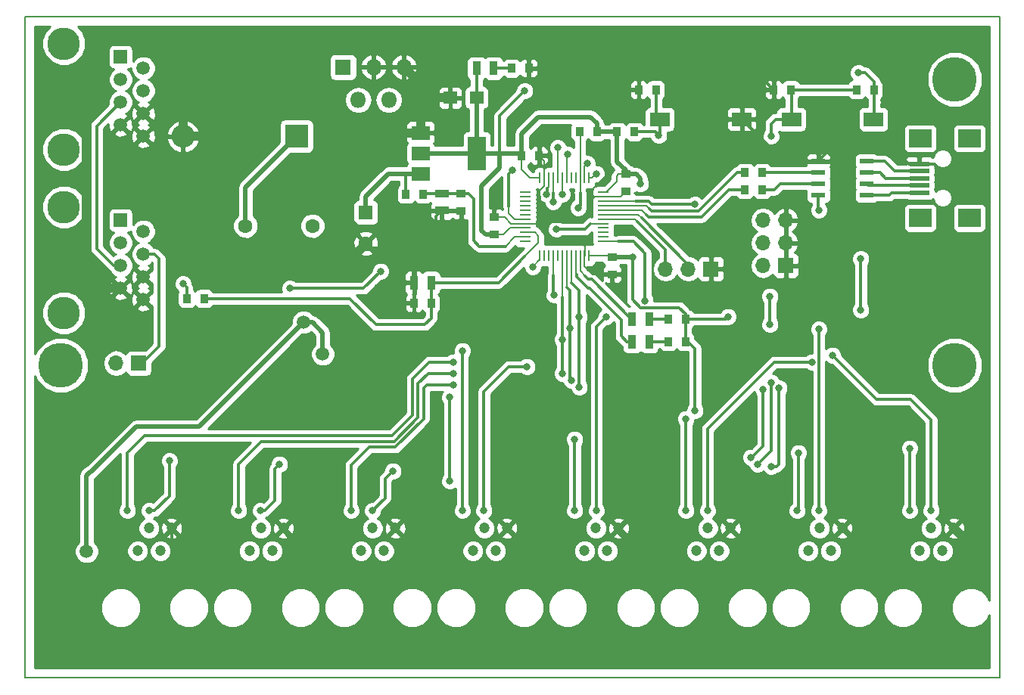
<source format=gbr>
G04 #@! TF.FileFunction,Copper,L1,Top,Signal*
%FSLAX46Y46*%
G04 Gerber Fmt 4.6, Leading zero omitted, Abs format (unit mm)*
G04 Created by KiCad (PCBNEW 4.0.7) date Wed Mar 21 17:07:03 2018*
%MOMM*%
%LPD*%
G01*
G04 APERTURE LIST*
%ADD10C,0.100000*%
%ADD11C,0.150000*%
%ADD12C,1.200000*%
%ADD13C,5.000000*%
%ADD14R,1.535000X1.400000*%
%ADD15R,1.600000X1.600000*%
%ADD16C,1.600000*%
%ADD17R,0.845000X1.000000*%
%ADD18R,1.000000X0.845000*%
%ADD19R,2.600000X2.600000*%
%ADD20O,2.600000X2.600000*%
%ADD21R,0.970000X1.500000*%
%ADD22R,1.500000X0.970000*%
%ADD23R,1.700000X1.700000*%
%ADD24O,1.700000X1.700000*%
%ADD25C,3.650000*%
%ADD26R,1.500000X1.500000*%
%ADD27C,1.500000*%
%ADD28R,2.300000X0.500000*%
%ADD29R,2.500000X2.000000*%
%ADD30R,2.000000X3.800000*%
%ADD31R,2.000000X1.500000*%
%ADD32R,1.300000X0.250000*%
%ADD33R,0.250000X1.300000*%
%ADD34R,1.800000X1.800000*%
%ADD35O,1.800000X1.800000*%
%ADD36R,2.180000X1.600000*%
%ADD37R,1.550000X0.600000*%
%ADD38C,0.800000*%
%ADD39C,0.300000*%
%ADD40C,0.200000*%
%ADD41C,1.000000*%
%ADD42C,0.500000*%
%ADD43C,0.250000*%
G04 APERTURE END LIST*
D10*
D11*
X134000000Y-140000000D02*
X134000000Y-66000000D01*
X25000000Y-66000000D02*
X25000000Y-140000000D01*
X25000000Y-66000000D02*
X134000000Y-66000000D01*
X133000000Y-140000000D02*
X134000000Y-140000000D01*
X25000000Y-140000000D02*
X133000000Y-140000000D01*
D12*
X87595000Y-125800000D03*
X88865000Y-123260000D03*
X90135000Y-125800000D03*
X91405000Y-123260000D03*
X75095000Y-125800000D03*
X76365000Y-123260000D03*
X77635000Y-125800000D03*
X78905000Y-123260000D03*
X37595000Y-125800000D03*
X38865000Y-123260000D03*
X40135000Y-125800000D03*
X41405000Y-123260000D03*
X50095000Y-125800000D03*
X51365000Y-123260000D03*
X52635000Y-125800000D03*
X53905000Y-123260000D03*
X62595000Y-125800000D03*
X63865000Y-123260000D03*
X65135000Y-125800000D03*
X66405000Y-123260000D03*
X100095000Y-125800000D03*
X101365000Y-123260000D03*
X102635000Y-125800000D03*
X103905000Y-123260000D03*
X112595000Y-125800000D03*
X113865000Y-123260000D03*
X115135000Y-125800000D03*
X116405000Y-123260000D03*
X125095000Y-125800000D03*
X126365000Y-123260000D03*
X127635000Y-125800000D03*
X128905000Y-123260000D03*
D13*
X29000000Y-105000000D03*
X129000000Y-73000000D03*
X129000000Y-105000000D03*
D14*
X75508500Y-75057000D03*
X72573500Y-75057000D03*
D15*
X63119000Y-87884000D03*
D16*
X63119000Y-91384000D03*
D17*
X95577500Y-74168000D03*
X93652500Y-74168000D03*
X118036500Y-74168000D03*
X119961500Y-74168000D03*
D18*
X90678000Y-94815500D03*
X90678000Y-92890500D03*
D17*
X82496500Y-81534000D03*
X80571500Y-81534000D03*
D18*
X77470000Y-88445500D03*
X77470000Y-90370500D03*
X92202000Y-85544500D03*
X92202000Y-83619500D03*
D19*
X55372000Y-79375000D03*
D20*
X42672000Y-79375000D03*
D21*
X77409000Y-71755000D03*
X75499000Y-71755000D03*
X92898000Y-102362000D03*
X94808000Y-102362000D03*
X92898000Y-99822000D03*
X94808000Y-99822000D03*
X70424000Y-95758000D03*
X68514000Y-95758000D03*
D22*
X71628000Y-85786000D03*
X71628000Y-87696000D03*
D23*
X110109000Y-93853000D03*
D24*
X107569000Y-93853000D03*
X110109000Y-91313000D03*
X107569000Y-91313000D03*
X110109000Y-88773000D03*
X107569000Y-88773000D03*
D23*
X37719000Y-104775000D03*
D24*
X35179000Y-104775000D03*
D16*
X57150000Y-89408000D03*
X49650000Y-89408000D03*
D25*
X29337000Y-80865000D03*
X29337000Y-68995000D03*
D26*
X35687000Y-70485000D03*
D27*
X38227000Y-71755000D03*
X35687000Y-73025000D03*
X38227000Y-74295000D03*
X35687000Y-75565000D03*
X38227000Y-76835000D03*
X35687000Y-78105000D03*
X38227000Y-79375000D03*
D23*
X101727000Y-94234000D03*
D24*
X99187000Y-94234000D03*
X96647000Y-94234000D03*
D28*
X125039000Y-85674000D03*
X125039000Y-84874000D03*
X125039000Y-84074000D03*
X125039000Y-83274000D03*
X125039000Y-82474000D03*
D29*
X125139000Y-88524000D03*
X130639000Y-88524000D03*
X125139000Y-79624000D03*
X130639000Y-79624000D03*
D25*
X29337000Y-99153000D03*
X29337000Y-87283000D03*
D26*
X35687000Y-88773000D03*
D27*
X38227000Y-90043000D03*
X35687000Y-91313000D03*
X38227000Y-92583000D03*
X35687000Y-93853000D03*
X38227000Y-95123000D03*
X35687000Y-96393000D03*
X38227000Y-97663000D03*
D17*
X43106500Y-97536000D03*
X45031500Y-97536000D03*
X70431500Y-98044000D03*
X68506500Y-98044000D03*
X81353500Y-71755000D03*
X79428500Y-71755000D03*
X67617500Y-85852000D03*
X69542500Y-85852000D03*
D18*
X73787000Y-85778500D03*
X73787000Y-87703500D03*
D17*
X87048500Y-78867000D03*
X88973500Y-78867000D03*
X110690500Y-74168000D03*
X108765500Y-74168000D03*
X93164500Y-78867000D03*
X91239500Y-78867000D03*
X96954500Y-102362000D03*
X98879500Y-102362000D03*
X96954500Y-99822000D03*
X98879500Y-99822000D03*
X107452000Y-85344000D03*
X105527000Y-85344000D03*
X107452000Y-83439000D03*
X105527000Y-83439000D03*
D30*
X75540000Y-81280000D03*
D31*
X69240000Y-81280000D03*
X69240000Y-83580000D03*
X69240000Y-78980000D03*
D32*
X80994000Y-85642000D03*
X80994000Y-86142000D03*
X80994000Y-86642000D03*
X80994000Y-87142000D03*
X80994000Y-87642000D03*
X80994000Y-88142000D03*
X80994000Y-88642000D03*
X80994000Y-89142000D03*
X80994000Y-89642000D03*
X80994000Y-90142000D03*
X80994000Y-90642000D03*
X80994000Y-91142000D03*
D33*
X82594000Y-92742000D03*
X83094000Y-92742000D03*
X83594000Y-92742000D03*
X84094000Y-92742000D03*
X84594000Y-92742000D03*
X85094000Y-92742000D03*
X85594000Y-92742000D03*
X86094000Y-92742000D03*
X86594000Y-92742000D03*
X87094000Y-92742000D03*
X87594000Y-92742000D03*
X88094000Y-92742000D03*
D32*
X89694000Y-91142000D03*
X89694000Y-90642000D03*
X89694000Y-90142000D03*
X89694000Y-89642000D03*
X89694000Y-89142000D03*
X89694000Y-88642000D03*
X89694000Y-88142000D03*
X89694000Y-87642000D03*
X89694000Y-87142000D03*
X89694000Y-86642000D03*
X89694000Y-86142000D03*
X89694000Y-85642000D03*
D33*
X88094000Y-84042000D03*
X87594000Y-84042000D03*
X87094000Y-84042000D03*
X86594000Y-84042000D03*
X86094000Y-84042000D03*
X85594000Y-84042000D03*
X85094000Y-84042000D03*
X84594000Y-84042000D03*
X84094000Y-84042000D03*
X83594000Y-84042000D03*
X83094000Y-84042000D03*
X82594000Y-84042000D03*
D34*
X60579000Y-71628000D03*
D35*
X62279000Y-75328000D03*
X63979000Y-71628000D03*
X65679000Y-75328000D03*
X67379000Y-71628000D03*
D36*
X95994000Y-77470000D03*
X105174000Y-77470000D03*
X110726000Y-77470000D03*
X119906000Y-77470000D03*
D37*
X119159000Y-85979000D03*
X119159000Y-84709000D03*
X119159000Y-83439000D03*
X119159000Y-82169000D03*
X113759000Y-82169000D03*
X113759000Y-83439000D03*
X113759000Y-84709000D03*
X113759000Y-85979000D03*
D38*
X42672000Y-95885000D03*
D27*
X27291000Y-119709000D03*
D38*
X82931000Y-88900000D03*
X76073000Y-93218000D03*
X68072000Y-99441000D03*
X32131000Y-114554000D03*
X80899000Y-74295000D03*
X118237000Y-72263000D03*
X99949000Y-110109000D03*
X103632000Y-99568000D03*
X92964000Y-92890500D03*
X93853000Y-84709000D03*
X72517000Y-117983000D03*
X72517000Y-108585000D03*
D27*
X56134000Y-100203000D03*
X58293000Y-103759000D03*
X31877000Y-125857000D03*
D38*
X95885000Y-79248000D03*
X79502000Y-83185000D03*
X108458000Y-79375000D03*
X84582000Y-80645000D03*
X36449000Y-121285000D03*
X72898000Y-104648000D03*
X107569000Y-107696000D03*
X41148000Y-115697000D03*
X38862000Y-121285000D03*
X106172000Y-115316000D03*
X48895000Y-121285000D03*
X72898000Y-105918000D03*
X108458000Y-106934000D03*
X106934000Y-116078000D03*
X51308000Y-121285000D03*
X53467000Y-116078000D03*
X61468000Y-121285000D03*
X72898000Y-107188000D03*
X109347000Y-107569000D03*
X66167000Y-116840000D03*
X108458000Y-116332000D03*
X63881000Y-121285000D03*
X73914000Y-121285000D03*
X73914000Y-103378000D03*
X81153000Y-105156000D03*
X76327000Y-121285000D03*
X86487000Y-121285000D03*
X86487000Y-113284000D03*
X90043000Y-99568000D03*
X88900000Y-121285000D03*
X98933000Y-121285000D03*
X98933000Y-110998000D03*
X101346000Y-121285000D03*
X113030000Y-104648000D03*
X111506000Y-114808000D03*
X111379000Y-121285000D03*
X113792000Y-121285000D03*
X113792000Y-100965000D03*
X123952000Y-114300000D03*
X123952000Y-121285000D03*
X115316000Y-103886000D03*
X126365000Y-121285000D03*
X84201000Y-97155000D03*
X83312000Y-85852000D03*
X84074000Y-86741000D03*
X85090000Y-85852000D03*
X108331000Y-97282000D03*
X108331000Y-100457000D03*
X94361000Y-97790000D03*
X86995000Y-99568000D03*
X86995000Y-107442000D03*
X86106000Y-106680000D03*
X85979000Y-100838000D03*
X85090000Y-102108000D03*
X85090000Y-105918000D03*
X118491000Y-98806000D03*
X118491000Y-93091000D03*
X85725000Y-81407000D03*
X81788000Y-93980000D03*
X113792000Y-87630000D03*
X86868000Y-87376000D03*
X64770000Y-94488000D03*
X54610000Y-96393000D03*
X84455000Y-89789000D03*
X99949000Y-86995000D03*
X88900000Y-83566000D03*
X87884000Y-82423000D03*
D39*
X43106500Y-97536000D02*
X43106500Y-96319500D01*
X43106500Y-96319500D02*
X42672000Y-95885000D01*
D40*
X88138000Y-86142000D02*
X88138000Y-85598000D01*
X89916000Y-83820000D02*
X89916000Y-81153000D01*
X88138000Y-85598000D02*
X89916000Y-83820000D01*
D39*
X73787000Y-87703500D02*
X71635500Y-87703500D01*
X71635500Y-87703500D02*
X71628000Y-87696000D01*
X70993000Y-90109000D02*
X70993000Y-88331000D01*
X70993000Y-88331000D02*
X71628000Y-87696000D01*
D41*
X35687000Y-96393000D02*
X33401000Y-96393000D01*
X33401000Y-96393000D02*
X32766000Y-97028000D01*
X46609000Y-92583000D02*
X46609000Y-80391000D01*
X46609000Y-80391000D02*
X45593000Y-79375000D01*
X35179000Y-111506000D02*
X35179000Y-109220000D01*
X35179000Y-109220000D02*
X32766000Y-106807000D01*
X32766000Y-106807000D02*
X32766000Y-97028000D01*
X42672000Y-71882000D02*
X42672000Y-79375000D01*
X32766000Y-97028000D02*
X32766000Y-94361000D01*
X32766000Y-94361000D02*
X31877000Y-93472000D01*
X31877000Y-93472000D02*
X31877000Y-71501000D01*
X31877000Y-71501000D02*
X33274000Y-70104000D01*
X33274000Y-70104000D02*
X33274000Y-69469000D01*
X33274000Y-69469000D02*
X34290000Y-68453000D01*
X34290000Y-68453000D02*
X39243000Y-68453000D01*
X39243000Y-68453000D02*
X42672000Y-71882000D01*
X27178000Y-119761000D02*
X27239000Y-119761000D01*
X27239000Y-119761000D02*
X27291000Y-119709000D01*
X35179000Y-111506000D02*
X32131000Y-114554000D01*
X42672000Y-79375000D02*
X45593000Y-79375000D01*
X45593000Y-79375000D02*
X46228000Y-79375000D01*
X60946000Y-78980000D02*
X69240000Y-78980000D01*
X57150000Y-75184000D02*
X60946000Y-78980000D01*
X50419000Y-75184000D02*
X57150000Y-75184000D01*
X46228000Y-79375000D02*
X50419000Y-75184000D01*
D42*
X72573500Y-75057000D02*
X72573500Y-69920500D01*
X81353500Y-70685500D02*
X81353500Y-71755000D01*
X80264000Y-69596000D02*
X81353500Y-70685500D01*
X72898000Y-69596000D02*
X80264000Y-69596000D01*
X72573500Y-69920500D02*
X72898000Y-69596000D01*
D41*
X72573500Y-75057000D02*
X69240000Y-75057000D01*
X69240000Y-78980000D02*
X69240000Y-75057000D01*
X69240000Y-75057000D02*
X69240000Y-73489000D01*
X69240000Y-73489000D02*
X67379000Y-71628000D01*
D42*
X62547500Y-92011500D02*
X69659500Y-92011500D01*
X69659500Y-92011500D02*
X70104000Y-91567000D01*
D41*
X63119000Y-91384000D02*
X63119000Y-91440000D01*
X63119000Y-91440000D02*
X62547500Y-92011500D01*
X62547500Y-92011500D02*
X61976000Y-92583000D01*
X61976000Y-92583000D02*
X46609000Y-92583000D01*
D39*
X110109000Y-88773000D02*
X121666000Y-88773000D01*
X126797000Y-82474000D02*
X125039000Y-82474000D01*
X129286000Y-84963000D02*
X126797000Y-82474000D01*
X129286000Y-86360000D02*
X129286000Y-84963000D01*
X127635000Y-88011000D02*
X129286000Y-86360000D01*
X127635000Y-89916000D02*
X127635000Y-88011000D01*
X126111000Y-91440000D02*
X127635000Y-89916000D01*
X124333000Y-91440000D02*
X126111000Y-91440000D01*
X121666000Y-88773000D02*
X124333000Y-91440000D01*
X125039000Y-82474000D02*
X123876000Y-82474000D01*
X123876000Y-82474000D02*
X121793000Y-80391000D01*
X121793000Y-80391000D02*
X115537000Y-80391000D01*
X115537000Y-80391000D02*
X113759000Y-82169000D01*
X113759000Y-82169000D02*
X109873000Y-82169000D01*
X109873000Y-82169000D02*
X105174000Y-77470000D01*
X93652500Y-74168000D02*
X93652500Y-71755000D01*
X93652500Y-71755000D02*
X93472000Y-71755000D01*
X105174000Y-77470000D02*
X105174000Y-71755000D01*
X105174000Y-71755000D02*
X105029000Y-71755000D01*
X93472000Y-71755000D02*
X105029000Y-71755000D01*
X105029000Y-71755000D02*
X106352500Y-71755000D01*
X106352500Y-71755000D02*
X108765500Y-74168000D01*
D40*
X87630000Y-92706000D02*
X87630000Y-91059000D01*
D39*
X82931000Y-90043000D02*
X83947000Y-91059000D01*
X83947000Y-91059000D02*
X87630000Y-91059000D01*
X82931000Y-90043000D02*
X82931000Y-88900000D01*
D40*
X87630000Y-92706000D02*
X87594000Y-92742000D01*
X89694000Y-86142000D02*
X88138000Y-86142000D01*
X88138000Y-86142000D02*
X88138000Y-86106000D01*
D39*
X86868000Y-88900000D02*
X82931000Y-88900000D01*
X88138000Y-87630000D02*
X88138000Y-86106000D01*
X86868000Y-88900000D02*
X88138000Y-87630000D01*
X82550000Y-86106000D02*
X82550000Y-88519000D01*
D40*
X83094000Y-84927000D02*
X82550000Y-85471000D01*
X82550000Y-85471000D02*
X82550000Y-86106000D01*
X83094000Y-84042000D02*
X83094000Y-84927000D01*
D39*
X82550000Y-88519000D02*
X82931000Y-88900000D01*
D40*
X80994000Y-89142000D02*
X82689000Y-89142000D01*
X82689000Y-89142000D02*
X82931000Y-88900000D01*
D39*
X76073000Y-93218000D02*
X74041000Y-93218000D01*
X74041000Y-93218000D02*
X73406000Y-92583000D01*
X73406000Y-92583000D02*
X73406000Y-90116500D01*
D42*
X68514000Y-95758000D02*
X68514000Y-93157000D01*
X68514000Y-93157000D02*
X70104000Y-91567000D01*
X70993000Y-90678000D02*
X70993000Y-90109000D01*
X70104000Y-91567000D02*
X70993000Y-90678000D01*
D39*
X68506500Y-99006500D02*
X68506500Y-98044000D01*
X68072000Y-99441000D02*
X68506500Y-99006500D01*
X108765500Y-74168000D02*
X108765500Y-73967500D01*
X93472000Y-71755000D02*
X81353500Y-71755000D01*
X105174000Y-77470000D02*
X105590500Y-77470000D01*
X70993000Y-90109000D02*
X73398500Y-90109000D01*
X73398500Y-90109000D02*
X73406000Y-90116500D01*
X68514000Y-95758000D02*
X68514000Y-98036500D01*
X68514000Y-98036500D02*
X68506500Y-98044000D01*
D41*
X27178000Y-125857000D02*
X27178000Y-119761000D01*
X27178000Y-119761000D02*
X27178000Y-119507000D01*
X27178000Y-119507000D02*
X32131000Y-114554000D01*
X45085000Y-129032000D02*
X30353000Y-129032000D01*
X30353000Y-129032000D02*
X27178000Y-125857000D01*
D39*
X53905000Y-123260000D02*
X53905000Y-123628000D01*
X53905000Y-123628000D02*
X55753000Y-125476000D01*
X55753000Y-125476000D02*
X55753000Y-129032000D01*
X66405000Y-123260000D02*
X66491000Y-123260000D01*
X66491000Y-123260000D02*
X68453000Y-125222000D01*
X68453000Y-125222000D02*
X68453000Y-129032000D01*
X78905000Y-123260000D02*
X79064000Y-123260000D01*
X79064000Y-123260000D02*
X81153000Y-125349000D01*
X81153000Y-125349000D02*
X81153000Y-129032000D01*
X91405000Y-123260000D02*
X91405000Y-123790000D01*
X91405000Y-123790000D02*
X92837000Y-125222000D01*
X92837000Y-125222000D02*
X92837000Y-129032000D01*
X103905000Y-123260000D02*
X103905000Y-123336000D01*
X103905000Y-123336000D02*
X106045000Y-125476000D01*
X106045000Y-125476000D02*
X106045000Y-129032000D01*
X116405000Y-123260000D02*
X116656000Y-123260000D01*
X116656000Y-123260000D02*
X118364000Y-124968000D01*
X118364000Y-124968000D02*
X118364000Y-129032000D01*
X118364000Y-129032000D02*
X118491000Y-129032000D01*
X41405000Y-123260000D02*
X41405000Y-125479000D01*
D41*
X130556000Y-124911000D02*
X128905000Y-123260000D01*
X130556000Y-127254000D02*
X130556000Y-124911000D01*
X128778000Y-129032000D02*
X130556000Y-127254000D01*
D39*
X44958000Y-129032000D02*
X45085000Y-129032000D01*
D41*
X45085000Y-129032000D02*
X55753000Y-129032000D01*
X55753000Y-129032000D02*
X68453000Y-129032000D01*
X68453000Y-129032000D02*
X81153000Y-129032000D01*
X81153000Y-129032000D02*
X92837000Y-129032000D01*
X92837000Y-129032000D02*
X106045000Y-129032000D01*
X106045000Y-129032000D02*
X118491000Y-129032000D01*
X118491000Y-129032000D02*
X128778000Y-129032000D01*
D39*
X41405000Y-125479000D02*
X44958000Y-129032000D01*
D40*
X87594000Y-92742000D02*
X87594000Y-93944000D01*
X88465500Y-94815500D02*
X90678000Y-94815500D01*
X87594000Y-93944000D02*
X88465500Y-94815500D01*
X80994000Y-89142000D02*
X79363000Y-89142000D01*
X79363000Y-89142000D02*
X78666500Y-88445500D01*
X78666500Y-88445500D02*
X77470000Y-88445500D01*
X83094000Y-84042000D02*
X83094000Y-82131500D01*
X83094000Y-82131500D02*
X82496500Y-81534000D01*
X89694000Y-86142000D02*
X91604500Y-86142000D01*
X91604500Y-86142000D02*
X92202000Y-85544500D01*
D39*
X119961500Y-74168000D02*
X119961500Y-73225500D01*
X80899000Y-74295000D02*
X78359000Y-76835000D01*
X118999000Y-72263000D02*
X118237000Y-72263000D01*
X119961500Y-73225500D02*
X118999000Y-72263000D01*
D40*
X89694000Y-85642000D02*
X89999000Y-85642000D01*
X89999000Y-85642000D02*
X91186000Y-84455000D01*
X91386500Y-83619500D02*
X92202000Y-83619500D01*
X91186000Y-83820000D02*
X91386500Y-83619500D01*
X91186000Y-84455000D02*
X91186000Y-83820000D01*
D42*
X76073000Y-89916000D02*
X76073000Y-84963000D01*
X78105000Y-82931000D02*
X78105000Y-81280000D01*
X76073000Y-84963000D02*
X78105000Y-82931000D01*
D39*
X75499000Y-71755000D02*
X75499000Y-75047500D01*
X75499000Y-75047500D02*
X75508500Y-75057000D01*
D42*
X75508500Y-75057000D02*
X75508500Y-81248500D01*
X75508500Y-81248500D02*
X75540000Y-81280000D01*
X75540000Y-81280000D02*
X78105000Y-81280000D01*
X69240000Y-81280000D02*
X75540000Y-81280000D01*
D39*
X78105000Y-81280000D02*
X78105000Y-77089000D01*
X78105000Y-77089000D02*
X78359000Y-76835000D01*
X120015000Y-75565000D02*
X119961500Y-75565000D01*
X119961500Y-75565000D02*
X120015000Y-75565000D01*
X120015000Y-75565000D02*
X119961500Y-75565000D01*
X119961500Y-74168000D02*
X119961500Y-75565000D01*
X119961500Y-75565000D02*
X119961500Y-77414500D01*
X119961500Y-77414500D02*
X119906000Y-77470000D01*
X99949000Y-103124000D02*
X99187000Y-102362000D01*
X99949000Y-110109000D02*
X99949000Y-103124000D01*
X99187000Y-102362000D02*
X98879500Y-102362000D01*
X98879500Y-99822000D02*
X103378000Y-99822000D01*
X103378000Y-99822000D02*
X103632000Y-99568000D01*
X92964000Y-92890500D02*
X92964000Y-97663000D01*
X98171000Y-98552000D02*
X98879500Y-99260500D01*
X93853000Y-98552000D02*
X98171000Y-98552000D01*
X92964000Y-97663000D02*
X93853000Y-98552000D01*
X98879500Y-99822000D02*
X98879500Y-99260500D01*
D42*
X93398500Y-83619500D02*
X92202000Y-83619500D01*
X93853000Y-84074000D02*
X93398500Y-83619500D01*
X93853000Y-84709000D02*
X93853000Y-84074000D01*
X80571500Y-81534000D02*
X80571500Y-79067500D01*
X88973500Y-77924500D02*
X88973500Y-78867000D01*
X88265000Y-77216000D02*
X88973500Y-77924500D01*
X82423000Y-77216000D02*
X88265000Y-77216000D01*
X80571500Y-79067500D02*
X82423000Y-77216000D01*
X91239500Y-78867000D02*
X91239500Y-82222500D01*
D39*
X92202000Y-83185000D02*
X92202000Y-83619500D01*
D42*
X91239500Y-82222500D02*
X92202000Y-83185000D01*
X90678000Y-92890500D02*
X92964000Y-92890500D01*
X77470000Y-90370500D02*
X76527500Y-90370500D01*
X76527500Y-90370500D02*
X76073000Y-89916000D01*
X80317500Y-81280000D02*
X78105000Y-81280000D01*
D39*
X80317500Y-81280000D02*
X80571500Y-81534000D01*
X119834500Y-77398500D02*
X119906000Y-77470000D01*
D42*
X88973500Y-78867000D02*
X91239500Y-78867000D01*
D39*
X72517000Y-108585000D02*
X72517000Y-117983000D01*
X98879500Y-99822000D02*
X98879500Y-102362000D01*
D40*
X88094000Y-92742000D02*
X90529500Y-92742000D01*
X90529500Y-92742000D02*
X90678000Y-92890500D01*
X77470000Y-90370500D02*
X78539500Y-90370500D01*
X79268000Y-89642000D02*
X80994000Y-89642000D01*
X78539500Y-90370500D02*
X79268000Y-89642000D01*
X82594000Y-84042000D02*
X81502000Y-84042000D01*
X80571500Y-83111500D02*
X80571500Y-81534000D01*
X81502000Y-84042000D02*
X80571500Y-83111500D01*
D39*
X67617500Y-85852000D02*
X67617500Y-83580000D01*
X67691000Y-83566000D02*
X67691000Y-83580000D01*
X67631500Y-83566000D02*
X67691000Y-83566000D01*
X67617500Y-83580000D02*
X67631500Y-83566000D01*
D42*
X63119000Y-87884000D02*
X63119000Y-86106000D01*
X65645000Y-83580000D02*
X67691000Y-83580000D01*
X67691000Y-83580000D02*
X69240000Y-83580000D01*
X63119000Y-86106000D02*
X65645000Y-83580000D01*
X58293000Y-103759000D02*
X58293000Y-101346000D01*
X58293000Y-101346000D02*
X57150000Y-100203000D01*
X57150000Y-100203000D02*
X56134000Y-100203000D01*
X31877000Y-117348000D02*
X31877000Y-125857000D01*
X32258000Y-116967000D02*
X31877000Y-117348000D01*
X32385000Y-116967000D02*
X32258000Y-116967000D01*
X37465000Y-111887000D02*
X32385000Y-116967000D01*
X44450000Y-111887000D02*
X37465000Y-111887000D01*
X56134000Y-100203000D02*
X44450000Y-111887000D01*
D39*
X93164500Y-78867000D02*
X95504000Y-78867000D01*
X95504000Y-78867000D02*
X95885000Y-79248000D01*
X95994000Y-79139000D02*
X95994000Y-77470000D01*
X95885000Y-79248000D02*
X95994000Y-79139000D01*
X95577500Y-74168000D02*
X95577500Y-77053500D01*
X95577500Y-77053500D02*
X95994000Y-77470000D01*
X79121000Y-87249000D02*
X79121000Y-83566000D01*
D40*
X79752000Y-88642000D02*
X79121000Y-88011000D01*
X79121000Y-88011000D02*
X79121000Y-87249000D01*
X80994000Y-88642000D02*
X79752000Y-88642000D01*
D39*
X79121000Y-83566000D02*
X79502000Y-83185000D01*
X95704500Y-77343000D02*
X95631000Y-77343000D01*
X95704500Y-77343000D02*
X95831500Y-77307500D01*
X95831500Y-77307500D02*
X95994000Y-77470000D01*
X110726000Y-77470000D02*
X108966000Y-77470000D01*
X108966000Y-77470000D02*
X108458000Y-77978000D01*
X108458000Y-77978000D02*
X108458000Y-79375000D01*
X110690500Y-74168000D02*
X118036500Y-74168000D01*
X110726000Y-77470000D02*
X110726000Y-74203500D01*
X110726000Y-74203500D02*
X110690500Y-74168000D01*
D40*
X84594000Y-80657000D02*
X84582000Y-80645000D01*
X84594000Y-84042000D02*
X84594000Y-80657000D01*
D42*
X49650000Y-89408000D02*
X49650000Y-85097000D01*
X49650000Y-85097000D02*
X55372000Y-79375000D01*
D39*
X77409000Y-71755000D02*
X79428500Y-71755000D01*
X40005000Y-93091000D02*
X40005000Y-102870000D01*
X40005000Y-102870000D02*
X38100000Y-104775000D01*
X37719000Y-104775000D02*
X38100000Y-104775000D01*
X39497000Y-92583000D02*
X38227000Y-92583000D01*
X40005000Y-93091000D02*
X39497000Y-92583000D01*
X35687000Y-93853000D02*
X34925000Y-93853000D01*
X33020000Y-78232000D02*
X35687000Y-75565000D01*
X33020000Y-91948000D02*
X33020000Y-78232000D01*
X34925000Y-93853000D02*
X33020000Y-91948000D01*
X35687000Y-75565000D02*
X35433000Y-75565000D01*
X96954500Y-102362000D02*
X94808000Y-102362000D01*
X88011000Y-96393000D02*
X88138000Y-96393000D01*
X91694000Y-99949000D02*
X91694000Y-101727000D01*
X88138000Y-96393000D02*
X91694000Y-99949000D01*
D40*
X86594000Y-92742000D02*
X86594000Y-94722000D01*
D39*
X92329000Y-102362000D02*
X91694000Y-101727000D01*
X92329000Y-102362000D02*
X92898000Y-102362000D01*
X88011000Y-96393000D02*
X86741000Y-95123000D01*
X86741000Y-95123000D02*
X86741000Y-94869000D01*
D40*
X86594000Y-94722000D02*
X86741000Y-94869000D01*
D39*
X94808000Y-99822000D02*
X96954500Y-99822000D01*
D40*
X87094000Y-92742000D02*
X87094000Y-94460000D01*
D39*
X88011000Y-95377000D02*
X87630000Y-94996000D01*
X88392000Y-95377000D02*
X88011000Y-95377000D01*
X88392000Y-95377000D02*
X92837000Y-99822000D01*
D40*
X87094000Y-94460000D02*
X87630000Y-94996000D01*
D39*
X92898000Y-99822000D02*
X92837000Y-99822000D01*
X125039000Y-84874000D02*
X119324000Y-84874000D01*
X119324000Y-84874000D02*
X119159000Y-84709000D01*
X119159000Y-83439000D02*
X120650000Y-83439000D01*
X121285000Y-84074000D02*
X125039000Y-84074000D01*
X120650000Y-83439000D02*
X121285000Y-84074000D01*
X107452000Y-83439000D02*
X113759000Y-83439000D01*
X113759000Y-84709000D02*
X109474000Y-84709000D01*
X108839000Y-85344000D02*
X107452000Y-85344000D01*
X109474000Y-84709000D02*
X108839000Y-85344000D01*
X36449000Y-121285000D02*
X36449000Y-114808000D01*
X70231000Y-104648000D02*
X72898000Y-104648000D01*
X68326000Y-106553000D02*
X70231000Y-104648000D01*
X68326000Y-110617000D02*
X68326000Y-106553000D01*
X66040000Y-112903000D02*
X68326000Y-110617000D01*
X38354000Y-112903000D02*
X66040000Y-112903000D01*
X36449000Y-114808000D02*
X38354000Y-112903000D01*
X106299000Y-115316000D02*
X106172000Y-115316000D01*
X107569000Y-114046000D02*
X106299000Y-115316000D01*
X107569000Y-112268000D02*
X107569000Y-114046000D01*
X107569000Y-107696000D02*
X107569000Y-112268000D01*
X38862000Y-121285000D02*
X39497000Y-121285000D01*
X39497000Y-121285000D02*
X41148000Y-119634000D01*
X41148000Y-119634000D02*
X41148000Y-115697000D01*
X72898000Y-105918000D02*
X70104000Y-105918000D01*
X51435000Y-113538000D02*
X48895000Y-116078000D01*
X66294000Y-113538000D02*
X51435000Y-113538000D01*
X68961000Y-110871000D02*
X66294000Y-113538000D01*
X68961000Y-107061000D02*
X68961000Y-110871000D01*
X70104000Y-105918000D02*
X68961000Y-107061000D01*
X48895000Y-116078000D02*
X48895000Y-121285000D01*
X108458000Y-114554000D02*
X106934000Y-116078000D01*
X108458000Y-106934000D02*
X108458000Y-114554000D01*
X52959000Y-116586000D02*
X53467000Y-116078000D01*
X52959000Y-120142000D02*
X52959000Y-116586000D01*
X51816000Y-121285000D02*
X52959000Y-120142000D01*
X51308000Y-121285000D02*
X51816000Y-121285000D01*
X72898000Y-107188000D02*
X69977000Y-107188000D01*
X63500000Y-114173000D02*
X61468000Y-116205000D01*
X66421000Y-114173000D02*
X63500000Y-114173000D01*
X69596000Y-110998000D02*
X66421000Y-114173000D01*
X69596000Y-107569000D02*
X69596000Y-110998000D01*
X69977000Y-107188000D02*
X69596000Y-107569000D01*
X61468000Y-116205000D02*
X61468000Y-121285000D01*
X108458000Y-116332000D02*
X109093000Y-116332000D01*
X109347000Y-116078000D02*
X109347000Y-107569000D01*
X109093000Y-116332000D02*
X109347000Y-116078000D01*
X65278000Y-118872000D02*
X65278000Y-117729000D01*
X65278000Y-117729000D02*
X66167000Y-116840000D01*
X63881000Y-121285000D02*
X65278000Y-119888000D01*
X65278000Y-119888000D02*
X65278000Y-118872000D01*
X73914000Y-103378000D02*
X73914000Y-121285000D01*
X76327000Y-108077000D02*
X76327000Y-107950000D01*
X79121000Y-105156000D02*
X81153000Y-105156000D01*
X76327000Y-107950000D02*
X79121000Y-105156000D01*
X76327000Y-108077000D02*
X76327000Y-121285000D01*
X86487000Y-113284000D02*
X86487000Y-121285000D01*
X88900000Y-121285000D02*
X88900000Y-100711000D01*
X88900000Y-100711000D02*
X90043000Y-99568000D01*
X98933000Y-110998000D02*
X98933000Y-121285000D01*
X113030000Y-104648000D02*
X108839000Y-104648000D01*
X108839000Y-104648000D02*
X101346000Y-112141000D01*
X101346000Y-112141000D02*
X101346000Y-121285000D01*
X111506000Y-121158000D02*
X111506000Y-114808000D01*
X111506000Y-121158000D02*
X111379000Y-121285000D01*
X113792000Y-100965000D02*
X113792000Y-121285000D01*
X123952000Y-114300000D02*
X123952000Y-121285000D01*
X124079000Y-108839000D02*
X126365000Y-111125000D01*
X120269000Y-108839000D02*
X124079000Y-108839000D01*
X115316000Y-103886000D02*
X120269000Y-108839000D01*
X126365000Y-111125000D02*
X126365000Y-121285000D01*
X99187000Y-94234000D02*
X99187000Y-93726000D01*
X99187000Y-93726000D02*
X93980000Y-88519000D01*
D40*
X93603000Y-88142000D02*
X93980000Y-88519000D01*
X93091000Y-88142000D02*
X93603000Y-88142000D01*
X93091000Y-88142000D02*
X89694000Y-88142000D01*
D39*
X96647000Y-94234000D02*
X96647000Y-92075000D01*
D40*
X93214000Y-88642000D02*
X93472000Y-88900000D01*
X93214000Y-88642000D02*
X89694000Y-88642000D01*
D39*
X96647000Y-92075000D02*
X93472000Y-88900000D01*
X84094000Y-97048000D02*
X84201000Y-97155000D01*
X84094000Y-97048000D02*
X84094000Y-94976000D01*
D40*
X84094000Y-92742000D02*
X84094000Y-94976000D01*
D39*
X61341000Y-97536000D02*
X64262000Y-100457000D01*
X70431500Y-99748500D02*
X70431500Y-98044000D01*
X69723000Y-100457000D02*
X70431500Y-99748500D01*
X64262000Y-100457000D02*
X69723000Y-100457000D01*
X45031500Y-97536000D02*
X61341000Y-97536000D01*
X70424000Y-95758000D02*
X77978000Y-95758000D01*
D40*
X82014000Y-90142000D02*
X82423000Y-90551000D01*
X82423000Y-90551000D02*
X82423000Y-91313000D01*
X82423000Y-91313000D02*
X80899000Y-92837000D01*
X82014000Y-90142000D02*
X80994000Y-90142000D01*
D39*
X77978000Y-95758000D02*
X80899000Y-92837000D01*
X70424000Y-95758000D02*
X70424000Y-98036500D01*
X70424000Y-98036500D02*
X70431500Y-98044000D01*
X71628000Y-85786000D02*
X69608500Y-85786000D01*
X69608500Y-85786000D02*
X69542500Y-85852000D01*
X73787000Y-85778500D02*
X71635500Y-85778500D01*
X71635500Y-85778500D02*
X71628000Y-85786000D01*
X73787000Y-85778500D02*
X74602500Y-85778500D01*
X75184000Y-91059000D02*
X75819000Y-91694000D01*
X75184000Y-86360000D02*
X75184000Y-91059000D01*
X74602500Y-85778500D02*
X75184000Y-86360000D01*
X75819000Y-91694000D02*
X78740000Y-91694000D01*
D40*
X79792000Y-90642000D02*
X78740000Y-91694000D01*
X79792000Y-90642000D02*
X80994000Y-90642000D01*
D39*
X83439000Y-85725000D02*
X83439000Y-85217000D01*
X83312000Y-85852000D02*
X83439000Y-85725000D01*
D40*
X83594000Y-84042000D02*
X83594000Y-85062000D01*
X83594000Y-85062000D02*
X83439000Y-85217000D01*
D39*
X84094000Y-85725000D02*
X84094000Y-86721000D01*
X84094000Y-86721000D02*
X84074000Y-86741000D01*
D40*
X84094000Y-84042000D02*
X84094000Y-85725000D01*
X85094000Y-85848000D02*
X85090000Y-85852000D01*
X85094000Y-84042000D02*
X85094000Y-85848000D01*
D39*
X108331000Y-97282000D02*
X108331000Y-100457000D01*
X91396000Y-91142000D02*
X93047000Y-91142000D01*
X94361000Y-92456000D02*
X94361000Y-97790000D01*
X93047000Y-91142000D02*
X94361000Y-92456000D01*
D40*
X89694000Y-91142000D02*
X91396000Y-91142000D01*
D39*
X86995000Y-107442000D02*
X86995000Y-99568000D01*
X86995000Y-99568000D02*
X86995000Y-96647000D01*
X86995000Y-96647000D02*
X86106000Y-95758000D01*
D40*
X86094000Y-92742000D02*
X86094000Y-95746000D01*
X86094000Y-95746000D02*
X86106000Y-95758000D01*
D39*
X85979000Y-106553000D02*
X85979000Y-100838000D01*
X86106000Y-106680000D02*
X85979000Y-106553000D01*
D40*
X85594000Y-92742000D02*
X85594000Y-96262000D01*
D39*
X85979000Y-100838000D02*
X85979000Y-96647000D01*
X85979000Y-96647000D02*
X85598000Y-96266000D01*
D40*
X85594000Y-96262000D02*
X85598000Y-96266000D01*
X85094000Y-92742000D02*
X85094000Y-97405000D01*
D39*
X85090000Y-105918000D02*
X85090000Y-102108000D01*
X85090000Y-102108000D02*
X85090000Y-97409000D01*
D40*
X85094000Y-97405000D02*
X85090000Y-97409000D01*
D39*
X118491000Y-98806000D02*
X118491000Y-93091000D01*
D40*
X85594000Y-81538000D02*
X85725000Y-81407000D01*
X85594000Y-84042000D02*
X85594000Y-81538000D01*
D39*
X119159000Y-85979000D02*
X121666000Y-85979000D01*
X121971000Y-85674000D02*
X125039000Y-85674000D01*
X121666000Y-85979000D02*
X121971000Y-85674000D01*
X119159000Y-82169000D02*
X121158000Y-82169000D01*
X122263000Y-83274000D02*
X125039000Y-83274000D01*
X121158000Y-82169000D02*
X122263000Y-83274000D01*
X94488000Y-88138000D02*
X94742000Y-88392000D01*
D40*
X93992000Y-87642000D02*
X94488000Y-88138000D01*
X93345000Y-87642000D02*
X93992000Y-87642000D01*
D39*
X94742000Y-88392000D02*
X95504000Y-88392000D01*
X100711000Y-88392000D02*
X103759000Y-85344000D01*
X105527000Y-85344000D02*
X103759000Y-85344000D01*
X95504000Y-88392000D02*
X100711000Y-88392000D01*
D40*
X93345000Y-87642000D02*
X89694000Y-87642000D01*
D39*
X94869000Y-87503000D02*
X95123000Y-87757000D01*
D40*
X94508000Y-87142000D02*
X94869000Y-87503000D01*
X93853000Y-87142000D02*
X94508000Y-87142000D01*
D39*
X104648000Y-83439000D02*
X105527000Y-83439000D01*
X100330000Y-87757000D02*
X104648000Y-83439000D01*
X95123000Y-87757000D02*
X100330000Y-87757000D01*
D40*
X93853000Y-87142000D02*
X89694000Y-87142000D01*
X82594000Y-92742000D02*
X82594000Y-93174000D01*
X82594000Y-93174000D02*
X81788000Y-93980000D01*
X82594000Y-92742000D02*
X82594000Y-92920000D01*
D39*
X113759000Y-85979000D02*
X113759000Y-87597000D01*
X113759000Y-87597000D02*
X113792000Y-87630000D01*
X87122000Y-85725000D02*
X87122000Y-87122000D01*
X87122000Y-85725000D02*
X87094000Y-85725000D01*
D40*
X87094000Y-85725000D02*
X87094000Y-84042000D01*
D39*
X87122000Y-87122000D02*
X86868000Y-87376000D01*
D40*
X87094000Y-84042000D02*
X87094000Y-78912500D01*
X87094000Y-78912500D02*
X87048500Y-78867000D01*
D39*
X62865000Y-96393000D02*
X54610000Y-96393000D01*
X64770000Y-94488000D02*
X62865000Y-96393000D01*
D40*
X89694000Y-89142000D02*
X88277000Y-89142000D01*
D39*
X87630000Y-89789000D02*
X88277000Y-89142000D01*
X84455000Y-89789000D02*
X87630000Y-89789000D01*
X94107000Y-86642000D02*
X94770000Y-86642000D01*
X95123000Y-86995000D02*
X99949000Y-86995000D01*
X94770000Y-86642000D02*
X95123000Y-86995000D01*
X93444000Y-86642000D02*
X94107000Y-86642000D01*
X93345000Y-86642000D02*
X93444000Y-86642000D01*
D40*
X89694000Y-86642000D02*
X93345000Y-86642000D01*
X88094000Y-84042000D02*
X88424000Y-84042000D01*
X88424000Y-84042000D02*
X88900000Y-83566000D01*
X87884000Y-82423000D02*
X87884000Y-82423000D01*
X87594000Y-82713000D02*
X87594000Y-84042000D01*
X87884000Y-82423000D02*
X87594000Y-82713000D01*
D43*
G36*
X27261202Y-67605375D02*
X26887427Y-68505527D01*
X26886576Y-69480197D01*
X27258780Y-70381000D01*
X27947375Y-71070798D01*
X28847527Y-71444573D01*
X29822197Y-71445424D01*
X30723000Y-71073220D01*
X31412798Y-70384625D01*
X31786573Y-69484473D01*
X31787424Y-68509803D01*
X31415220Y-67609000D01*
X30932064Y-67125000D01*
X132875000Y-67125000D01*
X132875000Y-131321200D01*
X132697363Y-130891285D01*
X132072007Y-130264837D01*
X131254521Y-129925387D01*
X130369362Y-129924615D01*
X129551285Y-130262637D01*
X128924837Y-130887993D01*
X128585387Y-131705479D01*
X128584615Y-132590638D01*
X128922637Y-133408715D01*
X129547993Y-134035163D01*
X130365479Y-134374613D01*
X131250638Y-134375385D01*
X132068715Y-134037363D01*
X132695163Y-133412007D01*
X132875000Y-132978912D01*
X132875000Y-138875000D01*
X26125000Y-138875000D01*
X26125000Y-132590638D01*
X33464615Y-132590638D01*
X33802637Y-133408715D01*
X34427993Y-134035163D01*
X35245479Y-134374613D01*
X36130638Y-134375385D01*
X36948715Y-134037363D01*
X37575163Y-133412007D01*
X37914613Y-132594521D01*
X37914616Y-132590638D01*
X41084615Y-132590638D01*
X41422637Y-133408715D01*
X42047993Y-134035163D01*
X42865479Y-134374613D01*
X43750638Y-134375385D01*
X44568715Y-134037363D01*
X45195163Y-133412007D01*
X45534613Y-132594521D01*
X45534616Y-132590638D01*
X45964615Y-132590638D01*
X46302637Y-133408715D01*
X46927993Y-134035163D01*
X47745479Y-134374613D01*
X48630638Y-134375385D01*
X49448715Y-134037363D01*
X50075163Y-133412007D01*
X50414613Y-132594521D01*
X50414616Y-132590638D01*
X53584615Y-132590638D01*
X53922637Y-133408715D01*
X54547993Y-134035163D01*
X55365479Y-134374613D01*
X56250638Y-134375385D01*
X57068715Y-134037363D01*
X57695163Y-133412007D01*
X58034613Y-132594521D01*
X58034616Y-132590638D01*
X58464615Y-132590638D01*
X58802637Y-133408715D01*
X59427993Y-134035163D01*
X60245479Y-134374613D01*
X61130638Y-134375385D01*
X61948715Y-134037363D01*
X62575163Y-133412007D01*
X62914613Y-132594521D01*
X62914616Y-132590638D01*
X66084615Y-132590638D01*
X66422637Y-133408715D01*
X67047993Y-134035163D01*
X67865479Y-134374613D01*
X68750638Y-134375385D01*
X69568715Y-134037363D01*
X70195163Y-133412007D01*
X70534613Y-132594521D01*
X70534616Y-132590638D01*
X70964615Y-132590638D01*
X71302637Y-133408715D01*
X71927993Y-134035163D01*
X72745479Y-134374613D01*
X73630638Y-134375385D01*
X74448715Y-134037363D01*
X75075163Y-133412007D01*
X75414613Y-132594521D01*
X75414616Y-132590638D01*
X78584615Y-132590638D01*
X78922637Y-133408715D01*
X79547993Y-134035163D01*
X80365479Y-134374613D01*
X81250638Y-134375385D01*
X82068715Y-134037363D01*
X82695163Y-133412007D01*
X83034613Y-132594521D01*
X83034616Y-132590638D01*
X83464615Y-132590638D01*
X83802637Y-133408715D01*
X84427993Y-134035163D01*
X85245479Y-134374613D01*
X86130638Y-134375385D01*
X86948715Y-134037363D01*
X87575163Y-133412007D01*
X87914613Y-132594521D01*
X87914616Y-132590638D01*
X91084615Y-132590638D01*
X91422637Y-133408715D01*
X92047993Y-134035163D01*
X92865479Y-134374613D01*
X93750638Y-134375385D01*
X94568715Y-134037363D01*
X95195163Y-133412007D01*
X95534613Y-132594521D01*
X95534616Y-132590638D01*
X95964615Y-132590638D01*
X96302637Y-133408715D01*
X96927993Y-134035163D01*
X97745479Y-134374613D01*
X98630638Y-134375385D01*
X99448715Y-134037363D01*
X100075163Y-133412007D01*
X100414613Y-132594521D01*
X100414616Y-132590638D01*
X103584615Y-132590638D01*
X103922637Y-133408715D01*
X104547993Y-134035163D01*
X105365479Y-134374613D01*
X106250638Y-134375385D01*
X107068715Y-134037363D01*
X107695163Y-133412007D01*
X108034613Y-132594521D01*
X108034616Y-132590638D01*
X108464615Y-132590638D01*
X108802637Y-133408715D01*
X109427993Y-134035163D01*
X110245479Y-134374613D01*
X111130638Y-134375385D01*
X111948715Y-134037363D01*
X112575163Y-133412007D01*
X112914613Y-132594521D01*
X112914616Y-132590638D01*
X116084615Y-132590638D01*
X116422637Y-133408715D01*
X117047993Y-134035163D01*
X117865479Y-134374613D01*
X118750638Y-134375385D01*
X119568715Y-134037363D01*
X120195163Y-133412007D01*
X120534613Y-132594521D01*
X120534616Y-132590638D01*
X120964615Y-132590638D01*
X121302637Y-133408715D01*
X121927993Y-134035163D01*
X122745479Y-134374613D01*
X123630638Y-134375385D01*
X124448715Y-134037363D01*
X125075163Y-133412007D01*
X125414613Y-132594521D01*
X125415385Y-131709362D01*
X125077363Y-130891285D01*
X124452007Y-130264837D01*
X123634521Y-129925387D01*
X122749362Y-129924615D01*
X121931285Y-130262637D01*
X121304837Y-130887993D01*
X120965387Y-131705479D01*
X120964615Y-132590638D01*
X120534616Y-132590638D01*
X120535385Y-131709362D01*
X120197363Y-130891285D01*
X119572007Y-130264837D01*
X118754521Y-129925387D01*
X117869362Y-129924615D01*
X117051285Y-130262637D01*
X116424837Y-130887993D01*
X116085387Y-131705479D01*
X116084615Y-132590638D01*
X112914616Y-132590638D01*
X112915385Y-131709362D01*
X112577363Y-130891285D01*
X111952007Y-130264837D01*
X111134521Y-129925387D01*
X110249362Y-129924615D01*
X109431285Y-130262637D01*
X108804837Y-130887993D01*
X108465387Y-131705479D01*
X108464615Y-132590638D01*
X108034616Y-132590638D01*
X108035385Y-131709362D01*
X107697363Y-130891285D01*
X107072007Y-130264837D01*
X106254521Y-129925387D01*
X105369362Y-129924615D01*
X104551285Y-130262637D01*
X103924837Y-130887993D01*
X103585387Y-131705479D01*
X103584615Y-132590638D01*
X100414616Y-132590638D01*
X100415385Y-131709362D01*
X100077363Y-130891285D01*
X99452007Y-130264837D01*
X98634521Y-129925387D01*
X97749362Y-129924615D01*
X96931285Y-130262637D01*
X96304837Y-130887993D01*
X95965387Y-131705479D01*
X95964615Y-132590638D01*
X95534616Y-132590638D01*
X95535385Y-131709362D01*
X95197363Y-130891285D01*
X94572007Y-130264837D01*
X93754521Y-129925387D01*
X92869362Y-129924615D01*
X92051285Y-130262637D01*
X91424837Y-130887993D01*
X91085387Y-131705479D01*
X91084615Y-132590638D01*
X87914616Y-132590638D01*
X87915385Y-131709362D01*
X87577363Y-130891285D01*
X86952007Y-130264837D01*
X86134521Y-129925387D01*
X85249362Y-129924615D01*
X84431285Y-130262637D01*
X83804837Y-130887993D01*
X83465387Y-131705479D01*
X83464615Y-132590638D01*
X83034616Y-132590638D01*
X83035385Y-131709362D01*
X82697363Y-130891285D01*
X82072007Y-130264837D01*
X81254521Y-129925387D01*
X80369362Y-129924615D01*
X79551285Y-130262637D01*
X78924837Y-130887993D01*
X78585387Y-131705479D01*
X78584615Y-132590638D01*
X75414616Y-132590638D01*
X75415385Y-131709362D01*
X75077363Y-130891285D01*
X74452007Y-130264837D01*
X73634521Y-129925387D01*
X72749362Y-129924615D01*
X71931285Y-130262637D01*
X71304837Y-130887993D01*
X70965387Y-131705479D01*
X70964615Y-132590638D01*
X70534616Y-132590638D01*
X70535385Y-131709362D01*
X70197363Y-130891285D01*
X69572007Y-130264837D01*
X68754521Y-129925387D01*
X67869362Y-129924615D01*
X67051285Y-130262637D01*
X66424837Y-130887993D01*
X66085387Y-131705479D01*
X66084615Y-132590638D01*
X62914616Y-132590638D01*
X62915385Y-131709362D01*
X62577363Y-130891285D01*
X61952007Y-130264837D01*
X61134521Y-129925387D01*
X60249362Y-129924615D01*
X59431285Y-130262637D01*
X58804837Y-130887993D01*
X58465387Y-131705479D01*
X58464615Y-132590638D01*
X58034616Y-132590638D01*
X58035385Y-131709362D01*
X57697363Y-130891285D01*
X57072007Y-130264837D01*
X56254521Y-129925387D01*
X55369362Y-129924615D01*
X54551285Y-130262637D01*
X53924837Y-130887993D01*
X53585387Y-131705479D01*
X53584615Y-132590638D01*
X50414616Y-132590638D01*
X50415385Y-131709362D01*
X50077363Y-130891285D01*
X49452007Y-130264837D01*
X48634521Y-129925387D01*
X47749362Y-129924615D01*
X46931285Y-130262637D01*
X46304837Y-130887993D01*
X45965387Y-131705479D01*
X45964615Y-132590638D01*
X45534616Y-132590638D01*
X45535385Y-131709362D01*
X45197363Y-130891285D01*
X44572007Y-130264837D01*
X43754521Y-129925387D01*
X42869362Y-129924615D01*
X42051285Y-130262637D01*
X41424837Y-130887993D01*
X41085387Y-131705479D01*
X41084615Y-132590638D01*
X37914616Y-132590638D01*
X37915385Y-131709362D01*
X37577363Y-130891285D01*
X36952007Y-130264837D01*
X36134521Y-129925387D01*
X35249362Y-129924615D01*
X34431285Y-130262637D01*
X33804837Y-130887993D01*
X33465387Y-131705479D01*
X33464615Y-132590638D01*
X26125000Y-132590638D01*
X26125000Y-126129305D01*
X30501762Y-126129305D01*
X30710652Y-126634857D01*
X31097108Y-127021989D01*
X31602296Y-127231761D01*
X32149305Y-127232238D01*
X32654857Y-127023348D01*
X33041989Y-126636892D01*
X33251761Y-126131704D01*
X33251838Y-126042599D01*
X36369788Y-126042599D01*
X36555890Y-126493000D01*
X36900187Y-126837899D01*
X37350263Y-127024787D01*
X37837599Y-127025212D01*
X38288000Y-126839110D01*
X38632899Y-126494813D01*
X38819787Y-126044737D01*
X38819788Y-126042599D01*
X38909788Y-126042599D01*
X39095890Y-126493000D01*
X39440187Y-126837899D01*
X39890263Y-127024787D01*
X40377599Y-127025212D01*
X40828000Y-126839110D01*
X41172899Y-126494813D01*
X41359787Y-126044737D01*
X41359788Y-126042599D01*
X48869788Y-126042599D01*
X49055890Y-126493000D01*
X49400187Y-126837899D01*
X49850263Y-127024787D01*
X50337599Y-127025212D01*
X50788000Y-126839110D01*
X51132899Y-126494813D01*
X51319787Y-126044737D01*
X51319788Y-126042599D01*
X51409788Y-126042599D01*
X51595890Y-126493000D01*
X51940187Y-126837899D01*
X52390263Y-127024787D01*
X52877599Y-127025212D01*
X53328000Y-126839110D01*
X53672899Y-126494813D01*
X53859787Y-126044737D01*
X53859788Y-126042599D01*
X61369788Y-126042599D01*
X61555890Y-126493000D01*
X61900187Y-126837899D01*
X62350263Y-127024787D01*
X62837599Y-127025212D01*
X63288000Y-126839110D01*
X63632899Y-126494813D01*
X63819787Y-126044737D01*
X63819788Y-126042599D01*
X63909788Y-126042599D01*
X64095890Y-126493000D01*
X64440187Y-126837899D01*
X64890263Y-127024787D01*
X65377599Y-127025212D01*
X65828000Y-126839110D01*
X66172899Y-126494813D01*
X66359787Y-126044737D01*
X66359788Y-126042599D01*
X73869788Y-126042599D01*
X74055890Y-126493000D01*
X74400187Y-126837899D01*
X74850263Y-127024787D01*
X75337599Y-127025212D01*
X75788000Y-126839110D01*
X76132899Y-126494813D01*
X76319787Y-126044737D01*
X76319788Y-126042599D01*
X76409788Y-126042599D01*
X76595890Y-126493000D01*
X76940187Y-126837899D01*
X77390263Y-127024787D01*
X77877599Y-127025212D01*
X78328000Y-126839110D01*
X78672899Y-126494813D01*
X78859787Y-126044737D01*
X78859788Y-126042599D01*
X86369788Y-126042599D01*
X86555890Y-126493000D01*
X86900187Y-126837899D01*
X87350263Y-127024787D01*
X87837599Y-127025212D01*
X88288000Y-126839110D01*
X88632899Y-126494813D01*
X88819787Y-126044737D01*
X88819788Y-126042599D01*
X88909788Y-126042599D01*
X89095890Y-126493000D01*
X89440187Y-126837899D01*
X89890263Y-127024787D01*
X90377599Y-127025212D01*
X90828000Y-126839110D01*
X91172899Y-126494813D01*
X91359787Y-126044737D01*
X91359788Y-126042599D01*
X98869788Y-126042599D01*
X99055890Y-126493000D01*
X99400187Y-126837899D01*
X99850263Y-127024787D01*
X100337599Y-127025212D01*
X100788000Y-126839110D01*
X101132899Y-126494813D01*
X101319787Y-126044737D01*
X101319788Y-126042599D01*
X101409788Y-126042599D01*
X101595890Y-126493000D01*
X101940187Y-126837899D01*
X102390263Y-127024787D01*
X102877599Y-127025212D01*
X103328000Y-126839110D01*
X103672899Y-126494813D01*
X103859787Y-126044737D01*
X103859788Y-126042599D01*
X111369788Y-126042599D01*
X111555890Y-126493000D01*
X111900187Y-126837899D01*
X112350263Y-127024787D01*
X112837599Y-127025212D01*
X113288000Y-126839110D01*
X113632899Y-126494813D01*
X113819787Y-126044737D01*
X113819788Y-126042599D01*
X113909788Y-126042599D01*
X114095890Y-126493000D01*
X114440187Y-126837899D01*
X114890263Y-127024787D01*
X115377599Y-127025212D01*
X115828000Y-126839110D01*
X116172899Y-126494813D01*
X116359787Y-126044737D01*
X116359788Y-126042599D01*
X123869788Y-126042599D01*
X124055890Y-126493000D01*
X124400187Y-126837899D01*
X124850263Y-127024787D01*
X125337599Y-127025212D01*
X125788000Y-126839110D01*
X126132899Y-126494813D01*
X126319787Y-126044737D01*
X126319788Y-126042599D01*
X126409788Y-126042599D01*
X126595890Y-126493000D01*
X126940187Y-126837899D01*
X127390263Y-127024787D01*
X127877599Y-127025212D01*
X128328000Y-126839110D01*
X128672899Y-126494813D01*
X128859787Y-126044737D01*
X128860212Y-125557401D01*
X128674110Y-125107000D01*
X128329813Y-124762101D01*
X127879737Y-124575213D01*
X127392401Y-124574788D01*
X126942000Y-124760890D01*
X126597101Y-125105187D01*
X126410213Y-125555263D01*
X126409788Y-126042599D01*
X126319788Y-126042599D01*
X126320212Y-125557401D01*
X126134110Y-125107000D01*
X125789813Y-124762101D01*
X125339737Y-124575213D01*
X124852401Y-124574788D01*
X124402000Y-124760890D01*
X124057101Y-125105187D01*
X123870213Y-125555263D01*
X123869788Y-126042599D01*
X116359788Y-126042599D01*
X116360212Y-125557401D01*
X116174110Y-125107000D01*
X115829813Y-124762101D01*
X115379737Y-124575213D01*
X114892401Y-124574788D01*
X114442000Y-124760890D01*
X114097101Y-125105187D01*
X113910213Y-125555263D01*
X113909788Y-126042599D01*
X113819788Y-126042599D01*
X113820212Y-125557401D01*
X113634110Y-125107000D01*
X113289813Y-124762101D01*
X112839737Y-124575213D01*
X112352401Y-124574788D01*
X111902000Y-124760890D01*
X111557101Y-125105187D01*
X111370213Y-125555263D01*
X111369788Y-126042599D01*
X103859788Y-126042599D01*
X103860212Y-125557401D01*
X103674110Y-125107000D01*
X103329813Y-124762101D01*
X102879737Y-124575213D01*
X102392401Y-124574788D01*
X101942000Y-124760890D01*
X101597101Y-125105187D01*
X101410213Y-125555263D01*
X101409788Y-126042599D01*
X101319788Y-126042599D01*
X101320212Y-125557401D01*
X101134110Y-125107000D01*
X100789813Y-124762101D01*
X100339737Y-124575213D01*
X99852401Y-124574788D01*
X99402000Y-124760890D01*
X99057101Y-125105187D01*
X98870213Y-125555263D01*
X98869788Y-126042599D01*
X91359788Y-126042599D01*
X91360212Y-125557401D01*
X91174110Y-125107000D01*
X90829813Y-124762101D01*
X90379737Y-124575213D01*
X89892401Y-124574788D01*
X89442000Y-124760890D01*
X89097101Y-125105187D01*
X88910213Y-125555263D01*
X88909788Y-126042599D01*
X88819788Y-126042599D01*
X88820212Y-125557401D01*
X88634110Y-125107000D01*
X88289813Y-124762101D01*
X87839737Y-124575213D01*
X87352401Y-124574788D01*
X86902000Y-124760890D01*
X86557101Y-125105187D01*
X86370213Y-125555263D01*
X86369788Y-126042599D01*
X78859788Y-126042599D01*
X78860212Y-125557401D01*
X78674110Y-125107000D01*
X78329813Y-124762101D01*
X77879737Y-124575213D01*
X77392401Y-124574788D01*
X76942000Y-124760890D01*
X76597101Y-125105187D01*
X76410213Y-125555263D01*
X76409788Y-126042599D01*
X76319788Y-126042599D01*
X76320212Y-125557401D01*
X76134110Y-125107000D01*
X75789813Y-124762101D01*
X75339737Y-124575213D01*
X74852401Y-124574788D01*
X74402000Y-124760890D01*
X74057101Y-125105187D01*
X73870213Y-125555263D01*
X73869788Y-126042599D01*
X66359788Y-126042599D01*
X66360212Y-125557401D01*
X66174110Y-125107000D01*
X65829813Y-124762101D01*
X65379737Y-124575213D01*
X64892401Y-124574788D01*
X64442000Y-124760890D01*
X64097101Y-125105187D01*
X63910213Y-125555263D01*
X63909788Y-126042599D01*
X63819788Y-126042599D01*
X63820212Y-125557401D01*
X63634110Y-125107000D01*
X63289813Y-124762101D01*
X62839737Y-124575213D01*
X62352401Y-124574788D01*
X61902000Y-124760890D01*
X61557101Y-125105187D01*
X61370213Y-125555263D01*
X61369788Y-126042599D01*
X53859788Y-126042599D01*
X53860212Y-125557401D01*
X53674110Y-125107000D01*
X53329813Y-124762101D01*
X52879737Y-124575213D01*
X52392401Y-124574788D01*
X51942000Y-124760890D01*
X51597101Y-125105187D01*
X51410213Y-125555263D01*
X51409788Y-126042599D01*
X51319788Y-126042599D01*
X51320212Y-125557401D01*
X51134110Y-125107000D01*
X50789813Y-124762101D01*
X50339737Y-124575213D01*
X49852401Y-124574788D01*
X49402000Y-124760890D01*
X49057101Y-125105187D01*
X48870213Y-125555263D01*
X48869788Y-126042599D01*
X41359788Y-126042599D01*
X41360212Y-125557401D01*
X41174110Y-125107000D01*
X40829813Y-124762101D01*
X40379737Y-124575213D01*
X39892401Y-124574788D01*
X39442000Y-124760890D01*
X39097101Y-125105187D01*
X38910213Y-125555263D01*
X38909788Y-126042599D01*
X38819788Y-126042599D01*
X38820212Y-125557401D01*
X38634110Y-125107000D01*
X38289813Y-124762101D01*
X37839737Y-124575213D01*
X37352401Y-124574788D01*
X36902000Y-124760890D01*
X36557101Y-125105187D01*
X36370213Y-125555263D01*
X36369788Y-126042599D01*
X33251838Y-126042599D01*
X33252238Y-125584695D01*
X33043348Y-125079143D01*
X32752000Y-124787285D01*
X32752000Y-123502599D01*
X37639788Y-123502599D01*
X37825890Y-123953000D01*
X38170187Y-124297899D01*
X38620263Y-124484787D01*
X39107599Y-124485212D01*
X39558000Y-124299110D01*
X39741424Y-124116006D01*
X40725770Y-124116006D01*
X40775670Y-124338862D01*
X41236437Y-124497573D01*
X41722867Y-124467874D01*
X42034330Y-124338862D01*
X42084230Y-124116006D01*
X41405000Y-123436777D01*
X40725770Y-124116006D01*
X39741424Y-124116006D01*
X39902899Y-123954813D01*
X40089787Y-123504737D01*
X40090147Y-123091437D01*
X40167427Y-123091437D01*
X40197126Y-123577867D01*
X40326138Y-123889330D01*
X40548994Y-123939230D01*
X41228223Y-123260000D01*
X41581777Y-123260000D01*
X42261006Y-123939230D01*
X42483862Y-123889330D01*
X42617071Y-123502599D01*
X50139788Y-123502599D01*
X50325890Y-123953000D01*
X50670187Y-124297899D01*
X51120263Y-124484787D01*
X51607599Y-124485212D01*
X52058000Y-124299110D01*
X52241424Y-124116006D01*
X53225770Y-124116006D01*
X53275670Y-124338862D01*
X53736437Y-124497573D01*
X54222867Y-124467874D01*
X54534330Y-124338862D01*
X54584230Y-124116006D01*
X53905000Y-123436777D01*
X53225770Y-124116006D01*
X52241424Y-124116006D01*
X52402899Y-123954813D01*
X52589787Y-123504737D01*
X52590147Y-123091437D01*
X52667427Y-123091437D01*
X52697126Y-123577867D01*
X52826138Y-123889330D01*
X53048994Y-123939230D01*
X53728223Y-123260000D01*
X54081777Y-123260000D01*
X54761006Y-123939230D01*
X54983862Y-123889330D01*
X55117071Y-123502599D01*
X62639788Y-123502599D01*
X62825890Y-123953000D01*
X63170187Y-124297899D01*
X63620263Y-124484787D01*
X64107599Y-124485212D01*
X64558000Y-124299110D01*
X64741424Y-124116006D01*
X65725770Y-124116006D01*
X65775670Y-124338862D01*
X66236437Y-124497573D01*
X66722867Y-124467874D01*
X67034330Y-124338862D01*
X67084230Y-124116006D01*
X66405000Y-123436777D01*
X65725770Y-124116006D01*
X64741424Y-124116006D01*
X64902899Y-123954813D01*
X65089787Y-123504737D01*
X65090147Y-123091437D01*
X65167427Y-123091437D01*
X65197126Y-123577867D01*
X65326138Y-123889330D01*
X65548994Y-123939230D01*
X66228223Y-123260000D01*
X66581777Y-123260000D01*
X67261006Y-123939230D01*
X67483862Y-123889330D01*
X67617071Y-123502599D01*
X75139788Y-123502599D01*
X75325890Y-123953000D01*
X75670187Y-124297899D01*
X76120263Y-124484787D01*
X76607599Y-124485212D01*
X77058000Y-124299110D01*
X77241424Y-124116006D01*
X78225770Y-124116006D01*
X78275670Y-124338862D01*
X78736437Y-124497573D01*
X79222867Y-124467874D01*
X79534330Y-124338862D01*
X79584230Y-124116006D01*
X78905000Y-123436777D01*
X78225770Y-124116006D01*
X77241424Y-124116006D01*
X77402899Y-123954813D01*
X77589787Y-123504737D01*
X77590147Y-123091437D01*
X77667427Y-123091437D01*
X77697126Y-123577867D01*
X77826138Y-123889330D01*
X78048994Y-123939230D01*
X78728223Y-123260000D01*
X79081777Y-123260000D01*
X79761006Y-123939230D01*
X79983862Y-123889330D01*
X80142573Y-123428563D01*
X80112874Y-122942133D01*
X79983862Y-122630670D01*
X79761006Y-122580770D01*
X79081777Y-123260000D01*
X78728223Y-123260000D01*
X78048994Y-122580770D01*
X77826138Y-122630670D01*
X77667427Y-123091437D01*
X77590147Y-123091437D01*
X77590212Y-123017401D01*
X77404110Y-122567000D01*
X77241389Y-122403994D01*
X78225770Y-122403994D01*
X78905000Y-123083223D01*
X79584230Y-122403994D01*
X79534330Y-122181138D01*
X79073563Y-122022427D01*
X78587133Y-122052126D01*
X78275670Y-122181138D01*
X78225770Y-122403994D01*
X77241389Y-122403994D01*
X77059813Y-122222101D01*
X76901873Y-122156518D01*
X76906857Y-122154459D01*
X77195446Y-121866374D01*
X77351822Y-121489780D01*
X77352178Y-121082009D01*
X77196459Y-120705143D01*
X77102000Y-120610519D01*
X77102000Y-113486991D01*
X85461822Y-113486991D01*
X85617541Y-113863857D01*
X85712000Y-113958481D01*
X85712000Y-120610343D01*
X85618554Y-120703626D01*
X85462178Y-121080220D01*
X85461822Y-121487991D01*
X85617541Y-121864857D01*
X85905626Y-122153446D01*
X86282220Y-122309822D01*
X86689991Y-122310178D01*
X87066857Y-122154459D01*
X87355446Y-121866374D01*
X87511822Y-121489780D01*
X87512178Y-121082009D01*
X87356459Y-120705143D01*
X87262000Y-120610519D01*
X87262000Y-113958657D01*
X87355446Y-113865374D01*
X87511822Y-113488780D01*
X87512178Y-113081009D01*
X87356459Y-112704143D01*
X87068374Y-112415554D01*
X86691780Y-112259178D01*
X86284009Y-112258822D01*
X85907143Y-112414541D01*
X85618554Y-112702626D01*
X85462178Y-113079220D01*
X85461822Y-113486991D01*
X77102000Y-113486991D01*
X77102000Y-108271016D01*
X79442016Y-105931000D01*
X80478343Y-105931000D01*
X80571626Y-106024446D01*
X80948220Y-106180822D01*
X81355991Y-106181178D01*
X81732857Y-106025459D01*
X82021446Y-105737374D01*
X82177822Y-105360780D01*
X82178178Y-104953009D01*
X82022459Y-104576143D01*
X81734374Y-104287554D01*
X81357780Y-104131178D01*
X80950009Y-104130822D01*
X80573143Y-104286541D01*
X80478519Y-104381000D01*
X79121005Y-104381000D01*
X79121000Y-104380999D01*
X78873626Y-104430205D01*
X78824420Y-104439993D01*
X78572992Y-104607992D01*
X75778992Y-107401992D01*
X75610993Y-107653420D01*
X75552000Y-107950000D01*
X75552000Y-120610343D01*
X75458554Y-120703626D01*
X75302178Y-121080220D01*
X75301822Y-121487991D01*
X75457541Y-121864857D01*
X75745626Y-122153446D01*
X75790316Y-122172003D01*
X75672000Y-122220890D01*
X75327101Y-122565187D01*
X75140213Y-123015263D01*
X75139788Y-123502599D01*
X67617071Y-123502599D01*
X67642573Y-123428563D01*
X67612874Y-122942133D01*
X67483862Y-122630670D01*
X67261006Y-122580770D01*
X66581777Y-123260000D01*
X66228223Y-123260000D01*
X65548994Y-122580770D01*
X65326138Y-122630670D01*
X65167427Y-123091437D01*
X65090147Y-123091437D01*
X65090212Y-123017401D01*
X64904110Y-122567000D01*
X64741389Y-122403994D01*
X65725770Y-122403994D01*
X66405000Y-123083223D01*
X67084230Y-122403994D01*
X67034330Y-122181138D01*
X66573563Y-122022427D01*
X66087133Y-122052126D01*
X65775670Y-122181138D01*
X65725770Y-122403994D01*
X64741389Y-122403994D01*
X64559813Y-122222101D01*
X64428806Y-122167702D01*
X64460857Y-122154459D01*
X64749446Y-121866374D01*
X64905822Y-121489780D01*
X64905939Y-121356077D01*
X65826008Y-120436008D01*
X65994007Y-120184580D01*
X66053000Y-119888000D01*
X66053000Y-118050016D01*
X66237953Y-117865063D01*
X66369991Y-117865178D01*
X66746857Y-117709459D01*
X67035446Y-117421374D01*
X67191822Y-117044780D01*
X67192178Y-116637009D01*
X67036459Y-116260143D01*
X66748374Y-115971554D01*
X66371780Y-115815178D01*
X65964009Y-115814822D01*
X65587143Y-115970541D01*
X65298554Y-116258626D01*
X65142178Y-116635220D01*
X65142061Y-116768923D01*
X64729992Y-117180992D01*
X64561993Y-117432420D01*
X64503000Y-117729000D01*
X64503000Y-119566984D01*
X63810047Y-120259937D01*
X63678009Y-120259822D01*
X63301143Y-120415541D01*
X63012554Y-120703626D01*
X62856178Y-121080220D01*
X62855822Y-121487991D01*
X63011541Y-121864857D01*
X63299626Y-122153446D01*
X63317382Y-122160819D01*
X63172000Y-122220890D01*
X62827101Y-122565187D01*
X62640213Y-123015263D01*
X62639788Y-123502599D01*
X55117071Y-123502599D01*
X55142573Y-123428563D01*
X55112874Y-122942133D01*
X54983862Y-122630670D01*
X54761006Y-122580770D01*
X54081777Y-123260000D01*
X53728223Y-123260000D01*
X53048994Y-122580770D01*
X52826138Y-122630670D01*
X52667427Y-123091437D01*
X52590147Y-123091437D01*
X52590212Y-123017401D01*
X52404110Y-122567000D01*
X52241389Y-122403994D01*
X53225770Y-122403994D01*
X53905000Y-123083223D01*
X54584230Y-122403994D01*
X54534330Y-122181138D01*
X54073563Y-122022427D01*
X53587133Y-122052126D01*
X53275670Y-122181138D01*
X53225770Y-122403994D01*
X52241389Y-122403994D01*
X52059813Y-122222101D01*
X51890517Y-122151803D01*
X52023909Y-122018645D01*
X52112580Y-122001007D01*
X52364008Y-121833008D01*
X53507008Y-120690008D01*
X53675007Y-120438580D01*
X53734000Y-120142000D01*
X53734000Y-117076730D01*
X54046857Y-116947459D01*
X54335446Y-116659374D01*
X54491822Y-116282780D01*
X54492178Y-115875009D01*
X54336459Y-115498143D01*
X54048374Y-115209554D01*
X53671780Y-115053178D01*
X53264009Y-115052822D01*
X52887143Y-115208541D01*
X52598554Y-115496626D01*
X52442178Y-115873220D01*
X52442061Y-116006923D01*
X52410992Y-116037992D01*
X52242993Y-116289420D01*
X52184000Y-116586000D01*
X52184000Y-119820984D01*
X51676728Y-120328256D01*
X51512780Y-120260178D01*
X51105009Y-120259822D01*
X50728143Y-120415541D01*
X50439554Y-120703626D01*
X50283178Y-121080220D01*
X50282822Y-121487991D01*
X50438541Y-121864857D01*
X50726626Y-122153446D01*
X50780792Y-122175938D01*
X50672000Y-122220890D01*
X50327101Y-122565187D01*
X50140213Y-123015263D01*
X50139788Y-123502599D01*
X42617071Y-123502599D01*
X42642573Y-123428563D01*
X42612874Y-122942133D01*
X42483862Y-122630670D01*
X42261006Y-122580770D01*
X41581777Y-123260000D01*
X41228223Y-123260000D01*
X40548994Y-122580770D01*
X40326138Y-122630670D01*
X40167427Y-123091437D01*
X40090147Y-123091437D01*
X40090212Y-123017401D01*
X39904110Y-122567000D01*
X39741389Y-122403994D01*
X40725770Y-122403994D01*
X41405000Y-123083223D01*
X42084230Y-122403994D01*
X42034330Y-122181138D01*
X41573563Y-122022427D01*
X41087133Y-122052126D01*
X40775670Y-122181138D01*
X40725770Y-122403994D01*
X39741389Y-122403994D01*
X39559813Y-122222101D01*
X39419330Y-122163767D01*
X39441857Y-122154459D01*
X39546306Y-122050193D01*
X39793580Y-122001007D01*
X40045008Y-121833008D01*
X41696005Y-120182010D01*
X41696008Y-120182008D01*
X41864007Y-119930580D01*
X41880946Y-119845420D01*
X41923001Y-119634000D01*
X41923000Y-119633995D01*
X41923000Y-116371657D01*
X42016446Y-116278374D01*
X42172822Y-115901780D01*
X42173178Y-115494009D01*
X42017459Y-115117143D01*
X41729374Y-114828554D01*
X41352780Y-114672178D01*
X40945009Y-114671822D01*
X40568143Y-114827541D01*
X40279554Y-115115626D01*
X40123178Y-115492220D01*
X40122822Y-115899991D01*
X40278541Y-116276857D01*
X40373000Y-116371481D01*
X40373000Y-119312985D01*
X39320466Y-120365518D01*
X39066780Y-120260178D01*
X38659009Y-120259822D01*
X38282143Y-120415541D01*
X37993554Y-120703626D01*
X37837178Y-121080220D01*
X37836822Y-121487991D01*
X37992541Y-121864857D01*
X38280626Y-122153446D01*
X38307859Y-122164754D01*
X38172000Y-122220890D01*
X37827101Y-122565187D01*
X37640213Y-123015263D01*
X37639788Y-123502599D01*
X32752000Y-123502599D01*
X32752000Y-117753912D01*
X33003718Y-117585718D01*
X35674000Y-114915437D01*
X35674000Y-120610343D01*
X35580554Y-120703626D01*
X35424178Y-121080220D01*
X35423822Y-121487991D01*
X35579541Y-121864857D01*
X35867626Y-122153446D01*
X36244220Y-122309822D01*
X36651991Y-122310178D01*
X37028857Y-122154459D01*
X37317446Y-121866374D01*
X37473822Y-121489780D01*
X37474178Y-121082009D01*
X37318459Y-120705143D01*
X37224000Y-120610519D01*
X37224000Y-115129016D01*
X38675016Y-113678000D01*
X50198985Y-113678000D01*
X48346992Y-115529992D01*
X48178993Y-115781420D01*
X48120000Y-116078000D01*
X48120000Y-120610343D01*
X48026554Y-120703626D01*
X47870178Y-121080220D01*
X47869822Y-121487991D01*
X48025541Y-121864857D01*
X48313626Y-122153446D01*
X48690220Y-122309822D01*
X49097991Y-122310178D01*
X49474857Y-122154459D01*
X49763446Y-121866374D01*
X49919822Y-121489780D01*
X49920178Y-121082009D01*
X49764459Y-120705143D01*
X49670000Y-120610519D01*
X49670000Y-116399016D01*
X51756015Y-114313000D01*
X62263984Y-114313000D01*
X60919992Y-115656992D01*
X60751993Y-115908420D01*
X60693000Y-116205000D01*
X60693000Y-120610343D01*
X60599554Y-120703626D01*
X60443178Y-121080220D01*
X60442822Y-121487991D01*
X60598541Y-121864857D01*
X60886626Y-122153446D01*
X61263220Y-122309822D01*
X61670991Y-122310178D01*
X62047857Y-122154459D01*
X62336446Y-121866374D01*
X62492822Y-121489780D01*
X62493178Y-121082009D01*
X62337459Y-120705143D01*
X62243000Y-120610519D01*
X62243000Y-116526016D01*
X63821016Y-114948000D01*
X66421000Y-114948000D01*
X66717580Y-114889007D01*
X66969008Y-114721008D01*
X70144008Y-111546008D01*
X70312007Y-111294580D01*
X70371000Y-110998000D01*
X70371000Y-107963000D01*
X71689251Y-107963000D01*
X71648554Y-108003626D01*
X71492178Y-108380220D01*
X71491822Y-108787991D01*
X71647541Y-109164857D01*
X71742000Y-109259481D01*
X71742000Y-117308343D01*
X71648554Y-117401626D01*
X71492178Y-117778220D01*
X71491822Y-118185991D01*
X71647541Y-118562857D01*
X71935626Y-118851446D01*
X72312220Y-119007822D01*
X72719991Y-119008178D01*
X73096857Y-118852459D01*
X73139000Y-118810390D01*
X73139000Y-120610343D01*
X73045554Y-120703626D01*
X72889178Y-121080220D01*
X72888822Y-121487991D01*
X73044541Y-121864857D01*
X73332626Y-122153446D01*
X73709220Y-122309822D01*
X74116991Y-122310178D01*
X74493857Y-122154459D01*
X74782446Y-121866374D01*
X74938822Y-121489780D01*
X74939178Y-121082009D01*
X74783459Y-120705143D01*
X74689000Y-120610519D01*
X74689000Y-104052657D01*
X74782446Y-103959374D01*
X74938822Y-103582780D01*
X74939178Y-103175009D01*
X74783459Y-102798143D01*
X74495374Y-102509554D01*
X74118780Y-102353178D01*
X73711009Y-102352822D01*
X73334143Y-102508541D01*
X73045554Y-102796626D01*
X72889178Y-103173220D01*
X72888822Y-103580991D01*
X72906183Y-103623006D01*
X72695009Y-103622822D01*
X72318143Y-103778541D01*
X72223519Y-103873000D01*
X70231000Y-103873000D01*
X69934420Y-103931993D01*
X69682992Y-104099992D01*
X67777992Y-106004992D01*
X67609993Y-106256420D01*
X67551000Y-106553000D01*
X67551000Y-110295984D01*
X65718984Y-112128000D01*
X45446436Y-112128000D01*
X55996556Y-101577881D01*
X56406305Y-101578238D01*
X56911857Y-101369348D01*
X56995457Y-101285894D01*
X57418000Y-101708437D01*
X57418000Y-102689625D01*
X57128011Y-102979108D01*
X56918239Y-103484296D01*
X56917762Y-104031305D01*
X57126652Y-104536857D01*
X57513108Y-104923989D01*
X58018296Y-105133761D01*
X58565305Y-105134238D01*
X59070857Y-104925348D01*
X59457989Y-104538892D01*
X59667761Y-104033704D01*
X59668238Y-103486695D01*
X59459348Y-102981143D01*
X59168000Y-102689285D01*
X59168000Y-101346000D01*
X59101395Y-101011152D01*
X58985698Y-100838000D01*
X58911718Y-100727281D01*
X57768718Y-99584282D01*
X57484848Y-99394605D01*
X57448495Y-99387374D01*
X57216599Y-99341247D01*
X56913892Y-99038011D01*
X56408704Y-98828239D01*
X55861695Y-98827762D01*
X55356143Y-99036652D01*
X54969011Y-99423108D01*
X54759239Y-99928296D01*
X54758879Y-100340684D01*
X44087564Y-111012000D01*
X37465000Y-111012000D01*
X37130152Y-111078605D01*
X36846282Y-111268281D01*
X31964105Y-116150459D01*
X31923151Y-116158605D01*
X31639281Y-116348282D01*
X31258282Y-116729282D01*
X31068605Y-117013152D01*
X31002000Y-117348000D01*
X31002000Y-124787625D01*
X30712011Y-125077108D01*
X30502239Y-125582296D01*
X30501762Y-126129305D01*
X26125000Y-126129305D01*
X26125000Y-106225230D01*
X26349209Y-106767858D01*
X27227519Y-107647701D01*
X28375672Y-108124456D01*
X29618874Y-108125541D01*
X30767858Y-107650791D01*
X31647701Y-106772481D01*
X32124456Y-105624328D01*
X32125541Y-104381126D01*
X31650791Y-103232142D01*
X30772481Y-102352299D01*
X29624328Y-101875544D01*
X28381126Y-101874459D01*
X27232142Y-102349209D01*
X26352299Y-103227519D01*
X26125000Y-103774916D01*
X26125000Y-99638197D01*
X26886576Y-99638197D01*
X27258780Y-100539000D01*
X27947375Y-101228798D01*
X28847527Y-101602573D01*
X29822197Y-101603424D01*
X30723000Y-101231220D01*
X31412798Y-100542625D01*
X31786573Y-99642473D01*
X31787424Y-98667803D01*
X31770886Y-98627776D01*
X37439000Y-98627776D01*
X37507371Y-98866147D01*
X38022574Y-99049953D01*
X38568899Y-99022608D01*
X38946629Y-98866147D01*
X39015000Y-98627776D01*
X38227000Y-97839777D01*
X37439000Y-98627776D01*
X31770886Y-98627776D01*
X31415220Y-97767000D01*
X31006710Y-97357776D01*
X34899000Y-97357776D01*
X34967371Y-97596147D01*
X35482574Y-97779953D01*
X36028899Y-97752608D01*
X36406629Y-97596147D01*
X36446088Y-97458574D01*
X36840047Y-97458574D01*
X36867392Y-98004899D01*
X37023853Y-98382629D01*
X37262224Y-98451000D01*
X38050223Y-97663000D01*
X37262224Y-96875000D01*
X37023853Y-96943371D01*
X36840047Y-97458574D01*
X36446088Y-97458574D01*
X36475000Y-97357776D01*
X35687000Y-96569777D01*
X34899000Y-97357776D01*
X31006710Y-97357776D01*
X30726625Y-97077202D01*
X29826473Y-96703427D01*
X28851803Y-96702576D01*
X27951000Y-97074780D01*
X27261202Y-97763375D01*
X26887427Y-98663527D01*
X26886576Y-99638197D01*
X26125000Y-99638197D01*
X26125000Y-96188574D01*
X34300047Y-96188574D01*
X34327392Y-96734899D01*
X34483853Y-97112629D01*
X34722224Y-97181000D01*
X35510223Y-96393000D01*
X35863777Y-96393000D01*
X36651776Y-97181000D01*
X36890147Y-97112629D01*
X37073953Y-96597426D01*
X37048444Y-96087776D01*
X37439000Y-96087776D01*
X37507371Y-96326147D01*
X37680795Y-96388018D01*
X37507371Y-96459853D01*
X37439000Y-96698224D01*
X38227000Y-97486223D01*
X39015000Y-96698224D01*
X38946629Y-96459853D01*
X38773205Y-96397982D01*
X38946629Y-96326147D01*
X39015000Y-96087776D01*
X38227000Y-95299777D01*
X37439000Y-96087776D01*
X37048444Y-96087776D01*
X37046608Y-96051101D01*
X36890147Y-95673371D01*
X36651776Y-95605000D01*
X35863777Y-96393000D01*
X35510223Y-96393000D01*
X34722224Y-95605000D01*
X34483853Y-95673371D01*
X34300047Y-96188574D01*
X26125000Y-96188574D01*
X26125000Y-87768197D01*
X26886576Y-87768197D01*
X27258780Y-88669000D01*
X27947375Y-89358798D01*
X28847527Y-89732573D01*
X29822197Y-89733424D01*
X30723000Y-89361220D01*
X31412798Y-88672625D01*
X31786573Y-87772473D01*
X31787424Y-86797803D01*
X31415220Y-85897000D01*
X30726625Y-85207202D01*
X29826473Y-84833427D01*
X28851803Y-84832576D01*
X27951000Y-85204780D01*
X27261202Y-85893375D01*
X26887427Y-86793527D01*
X26886576Y-87768197D01*
X26125000Y-87768197D01*
X26125000Y-81350197D01*
X26886576Y-81350197D01*
X27258780Y-82251000D01*
X27947375Y-82940798D01*
X28847527Y-83314573D01*
X29822197Y-83315424D01*
X30723000Y-82943220D01*
X31412798Y-82254625D01*
X31786573Y-81354473D01*
X31787424Y-80379803D01*
X31415220Y-79479000D01*
X30726625Y-78789202D01*
X29826473Y-78415427D01*
X28851803Y-78414576D01*
X27951000Y-78786780D01*
X27261202Y-79475375D01*
X26887427Y-80375527D01*
X26886576Y-81350197D01*
X26125000Y-81350197D01*
X26125000Y-78232000D01*
X32245000Y-78232000D01*
X32245000Y-91948000D01*
X32303993Y-92244580D01*
X32471992Y-92496008D01*
X34376992Y-94401008D01*
X34444249Y-94445948D01*
X34520652Y-94630857D01*
X34907108Y-95017989D01*
X35144405Y-95116523D01*
X34967371Y-95189853D01*
X34899000Y-95428224D01*
X35687000Y-96216223D01*
X36475000Y-95428224D01*
X36406629Y-95189853D01*
X36216429Y-95121996D01*
X36464857Y-95019348D01*
X36565807Y-94918574D01*
X36840047Y-94918574D01*
X36867392Y-95464899D01*
X37023853Y-95842629D01*
X37262224Y-95911000D01*
X38050223Y-95123000D01*
X37262224Y-94335000D01*
X37023853Y-94403371D01*
X36840047Y-94918574D01*
X36565807Y-94918574D01*
X36851989Y-94632892D01*
X37061761Y-94127704D01*
X37062238Y-93580695D01*
X36853348Y-93075143D01*
X36466892Y-92688011D01*
X36213999Y-92583001D01*
X36464857Y-92479348D01*
X36851989Y-92092892D01*
X37061761Y-91587704D01*
X37062238Y-91040695D01*
X36853348Y-90535143D01*
X36472446Y-90153574D01*
X36668611Y-90116663D01*
X36852038Y-89998631D01*
X36851762Y-90315305D01*
X37060652Y-90820857D01*
X37447108Y-91207989D01*
X37700001Y-91312999D01*
X37449143Y-91416652D01*
X37062011Y-91803108D01*
X36852239Y-92308296D01*
X36851762Y-92855305D01*
X37060652Y-93360857D01*
X37447108Y-93747989D01*
X37684405Y-93846523D01*
X37507371Y-93919853D01*
X37439000Y-94158224D01*
X38227000Y-94946223D01*
X39015000Y-94158224D01*
X38946629Y-93919853D01*
X38756429Y-93851996D01*
X39004857Y-93749348D01*
X39230000Y-93524598D01*
X39230000Y-94345964D01*
X39191776Y-94335000D01*
X38403777Y-95123000D01*
X39191776Y-95911000D01*
X39230000Y-95900036D01*
X39230000Y-96885964D01*
X39191776Y-96875000D01*
X38403777Y-97663000D01*
X39191776Y-98451000D01*
X39230000Y-98440036D01*
X39230000Y-102548984D01*
X38491228Y-103287756D01*
X36869000Y-103287756D01*
X36637389Y-103331337D01*
X36424668Y-103468219D01*
X36281962Y-103677076D01*
X36263965Y-103765950D01*
X36221983Y-103703120D01*
X35743458Y-103383381D01*
X35179000Y-103271103D01*
X34614542Y-103383381D01*
X34136017Y-103703120D01*
X33816278Y-104181645D01*
X33704000Y-104746103D01*
X33704000Y-104803897D01*
X33816278Y-105368355D01*
X34136017Y-105846880D01*
X34614542Y-106166619D01*
X35179000Y-106278897D01*
X35743458Y-106166619D01*
X36221983Y-105846880D01*
X36262185Y-105786714D01*
X36275337Y-105856611D01*
X36412219Y-106069332D01*
X36621076Y-106212038D01*
X36869000Y-106262244D01*
X38569000Y-106262244D01*
X38800611Y-106218663D01*
X39013332Y-106081781D01*
X39156038Y-105872924D01*
X39206244Y-105625000D01*
X39206244Y-104764772D01*
X40553008Y-103418008D01*
X40721007Y-103166580D01*
X40780000Y-102870000D01*
X40780000Y-96087991D01*
X41646822Y-96087991D01*
X41802541Y-96464857D01*
X42090626Y-96753446D01*
X42113994Y-96763149D01*
X42096962Y-96788076D01*
X42046756Y-97036000D01*
X42046756Y-98036000D01*
X42090337Y-98267611D01*
X42227219Y-98480332D01*
X42436076Y-98623038D01*
X42684000Y-98673244D01*
X43529000Y-98673244D01*
X43760611Y-98629663D01*
X43973332Y-98492781D01*
X44069583Y-98351912D01*
X44152219Y-98480332D01*
X44361076Y-98623038D01*
X44609000Y-98673244D01*
X45454000Y-98673244D01*
X45685611Y-98629663D01*
X45898332Y-98492781D01*
X46022538Y-98311000D01*
X61019984Y-98311000D01*
X63713992Y-101005008D01*
X63965420Y-101173007D01*
X64262000Y-101232000D01*
X69723000Y-101232000D01*
X70019580Y-101173007D01*
X70271008Y-101005008D01*
X70979508Y-100296508D01*
X71147507Y-100045080D01*
X71206500Y-99748500D01*
X71206500Y-99059873D01*
X71298332Y-99000781D01*
X71441038Y-98791924D01*
X71491244Y-98544000D01*
X71491244Y-97544000D01*
X71447663Y-97312389D01*
X71310781Y-97099668D01*
X71229751Y-97044303D01*
X71353332Y-96964781D01*
X71496038Y-96755924D01*
X71541181Y-96533000D01*
X77978000Y-96533000D01*
X78274580Y-96474007D01*
X78526008Y-96306008D01*
X80762921Y-94069095D01*
X80762822Y-94182991D01*
X80918541Y-94559857D01*
X81206626Y-94848446D01*
X81583220Y-95004822D01*
X81990991Y-95005178D01*
X82367857Y-94849459D01*
X82656446Y-94561374D01*
X82812822Y-94184780D01*
X82812973Y-94011562D01*
X82848589Y-94004860D01*
X82969000Y-94029244D01*
X83219000Y-94029244D01*
X83348589Y-94004860D01*
X83369000Y-94008993D01*
X83369000Y-94724631D01*
X83319000Y-94976000D01*
X83319000Y-96606268D01*
X83176178Y-96950220D01*
X83175822Y-97357991D01*
X83331541Y-97734857D01*
X83619626Y-98023446D01*
X83996220Y-98179822D01*
X84315000Y-98180100D01*
X84315000Y-101433343D01*
X84221554Y-101526626D01*
X84065178Y-101903220D01*
X84064822Y-102310991D01*
X84220541Y-102687857D01*
X84315000Y-102782481D01*
X84315000Y-105243343D01*
X84221554Y-105336626D01*
X84065178Y-105713220D01*
X84064822Y-106120991D01*
X84220541Y-106497857D01*
X84508626Y-106786446D01*
X84885220Y-106942822D01*
X85105623Y-106943014D01*
X85236541Y-107259857D01*
X85524626Y-107548446D01*
X85901220Y-107704822D01*
X85994578Y-107704904D01*
X86125541Y-108021857D01*
X86413626Y-108310446D01*
X86790220Y-108466822D01*
X87197991Y-108467178D01*
X87574857Y-108311459D01*
X87863446Y-108023374D01*
X88019822Y-107646780D01*
X88020178Y-107239009D01*
X87864459Y-106862143D01*
X87770000Y-106767519D01*
X87770000Y-100242657D01*
X87863446Y-100149374D01*
X88019822Y-99772780D01*
X88020178Y-99365009D01*
X87864459Y-98988143D01*
X87770000Y-98893519D01*
X87770000Y-97121016D01*
X89405284Y-98756299D01*
X89174554Y-98986626D01*
X89018178Y-99363220D01*
X89018061Y-99496923D01*
X88351992Y-100162992D01*
X88183993Y-100414420D01*
X88125000Y-100711000D01*
X88125000Y-120610343D01*
X88031554Y-120703626D01*
X87875178Y-121080220D01*
X87874822Y-121487991D01*
X88030541Y-121864857D01*
X88318626Y-122153446D01*
X88326906Y-122156884D01*
X88172000Y-122220890D01*
X87827101Y-122565187D01*
X87640213Y-123015263D01*
X87639788Y-123502599D01*
X87825890Y-123953000D01*
X88170187Y-124297899D01*
X88620263Y-124484787D01*
X89107599Y-124485212D01*
X89558000Y-124299110D01*
X89741424Y-124116006D01*
X90725770Y-124116006D01*
X90775670Y-124338862D01*
X91236437Y-124497573D01*
X91722867Y-124467874D01*
X92034330Y-124338862D01*
X92084230Y-124116006D01*
X91405000Y-123436777D01*
X90725770Y-124116006D01*
X89741424Y-124116006D01*
X89902899Y-123954813D01*
X90089787Y-123504737D01*
X90090147Y-123091437D01*
X90167427Y-123091437D01*
X90197126Y-123577867D01*
X90326138Y-123889330D01*
X90548994Y-123939230D01*
X91228223Y-123260000D01*
X91581777Y-123260000D01*
X92261006Y-123939230D01*
X92483862Y-123889330D01*
X92617071Y-123502599D01*
X100139788Y-123502599D01*
X100325890Y-123953000D01*
X100670187Y-124297899D01*
X101120263Y-124484787D01*
X101607599Y-124485212D01*
X102058000Y-124299110D01*
X102241424Y-124116006D01*
X103225770Y-124116006D01*
X103275670Y-124338862D01*
X103736437Y-124497573D01*
X104222867Y-124467874D01*
X104534330Y-124338862D01*
X104584230Y-124116006D01*
X103905000Y-123436777D01*
X103225770Y-124116006D01*
X102241424Y-124116006D01*
X102402899Y-123954813D01*
X102589787Y-123504737D01*
X102590147Y-123091437D01*
X102667427Y-123091437D01*
X102697126Y-123577867D01*
X102826138Y-123889330D01*
X103048994Y-123939230D01*
X103728223Y-123260000D01*
X104081777Y-123260000D01*
X104761006Y-123939230D01*
X104983862Y-123889330D01*
X105142573Y-123428563D01*
X105112874Y-122942133D01*
X104983862Y-122630670D01*
X104761006Y-122580770D01*
X104081777Y-123260000D01*
X103728223Y-123260000D01*
X103048994Y-122580770D01*
X102826138Y-122630670D01*
X102667427Y-123091437D01*
X102590147Y-123091437D01*
X102590212Y-123017401D01*
X102404110Y-122567000D01*
X102241389Y-122403994D01*
X103225770Y-122403994D01*
X103905000Y-123083223D01*
X104584230Y-122403994D01*
X104534330Y-122181138D01*
X104073563Y-122022427D01*
X103587133Y-122052126D01*
X103275670Y-122181138D01*
X103225770Y-122403994D01*
X102241389Y-122403994D01*
X102059813Y-122222101D01*
X101911349Y-122160453D01*
X101925857Y-122154459D01*
X102214446Y-121866374D01*
X102370822Y-121489780D01*
X102370823Y-121487991D01*
X110353822Y-121487991D01*
X110509541Y-121864857D01*
X110797626Y-122153446D01*
X111174220Y-122309822D01*
X111581991Y-122310178D01*
X111958857Y-122154459D01*
X112247446Y-121866374D01*
X112403822Y-121489780D01*
X112404178Y-121082009D01*
X112281000Y-120783898D01*
X112281000Y-115482657D01*
X112374446Y-115389374D01*
X112530822Y-115012780D01*
X112531178Y-114605009D01*
X112375459Y-114228143D01*
X112087374Y-113939554D01*
X111710780Y-113783178D01*
X111303009Y-113782822D01*
X110926143Y-113938541D01*
X110637554Y-114226626D01*
X110481178Y-114603220D01*
X110480822Y-115010991D01*
X110636541Y-115387857D01*
X110731000Y-115482481D01*
X110731000Y-120483565D01*
X110510554Y-120703626D01*
X110354178Y-121080220D01*
X110353822Y-121487991D01*
X102370823Y-121487991D01*
X102371178Y-121082009D01*
X102215459Y-120705143D01*
X102121000Y-120610519D01*
X102121000Y-112462016D01*
X106584815Y-107998201D01*
X106699541Y-108275857D01*
X106794000Y-108370481D01*
X106794000Y-113724984D01*
X106227936Y-114291048D01*
X105969009Y-114290822D01*
X105592143Y-114446541D01*
X105303554Y-114734626D01*
X105147178Y-115111220D01*
X105146822Y-115518991D01*
X105302541Y-115895857D01*
X105590626Y-116184446D01*
X105926569Y-116323942D01*
X106064541Y-116657857D01*
X106352626Y-116946446D01*
X106729220Y-117102822D01*
X107136991Y-117103178D01*
X107513857Y-116947459D01*
X107577146Y-116884280D01*
X107588541Y-116911857D01*
X107876626Y-117200446D01*
X108253220Y-117356822D01*
X108660991Y-117357178D01*
X109037857Y-117201459D01*
X109142306Y-117097193D01*
X109389580Y-117048007D01*
X109641008Y-116880008D01*
X109895008Y-116626008D01*
X110063007Y-116374580D01*
X110122000Y-116078000D01*
X110122000Y-108243657D01*
X110215446Y-108150374D01*
X110371822Y-107773780D01*
X110372178Y-107366009D01*
X110216459Y-106989143D01*
X109928374Y-106700554D01*
X109551780Y-106544178D01*
X109405928Y-106544051D01*
X109327459Y-106354143D01*
X109039374Y-106065554D01*
X108670594Y-105912422D01*
X109160016Y-105423000D01*
X112355343Y-105423000D01*
X112448626Y-105516446D01*
X112825220Y-105672822D01*
X113017000Y-105672989D01*
X113017000Y-120610343D01*
X112923554Y-120703626D01*
X112767178Y-121080220D01*
X112766822Y-121487991D01*
X112922541Y-121864857D01*
X113210626Y-122153446D01*
X113272773Y-122179252D01*
X113172000Y-122220890D01*
X112827101Y-122565187D01*
X112640213Y-123015263D01*
X112639788Y-123502599D01*
X112825890Y-123953000D01*
X113170187Y-124297899D01*
X113620263Y-124484787D01*
X114107599Y-124485212D01*
X114558000Y-124299110D01*
X114741424Y-124116006D01*
X115725770Y-124116006D01*
X115775670Y-124338862D01*
X116236437Y-124497573D01*
X116722867Y-124467874D01*
X117034330Y-124338862D01*
X117084230Y-124116006D01*
X116405000Y-123436777D01*
X115725770Y-124116006D01*
X114741424Y-124116006D01*
X114902899Y-123954813D01*
X115089787Y-123504737D01*
X115090147Y-123091437D01*
X115167427Y-123091437D01*
X115197126Y-123577867D01*
X115326138Y-123889330D01*
X115548994Y-123939230D01*
X116228223Y-123260000D01*
X116581777Y-123260000D01*
X117261006Y-123939230D01*
X117483862Y-123889330D01*
X117642573Y-123428563D01*
X117612874Y-122942133D01*
X117483862Y-122630670D01*
X117261006Y-122580770D01*
X116581777Y-123260000D01*
X116228223Y-123260000D01*
X115548994Y-122580770D01*
X115326138Y-122630670D01*
X115167427Y-123091437D01*
X115090147Y-123091437D01*
X115090212Y-123017401D01*
X114904110Y-122567000D01*
X114741389Y-122403994D01*
X115725770Y-122403994D01*
X116405000Y-123083223D01*
X117084230Y-122403994D01*
X117034330Y-122181138D01*
X116573563Y-122022427D01*
X116087133Y-122052126D01*
X115775670Y-122181138D01*
X115725770Y-122403994D01*
X114741389Y-122403994D01*
X114559813Y-122222101D01*
X114379218Y-122147111D01*
X114660446Y-121866374D01*
X114816822Y-121489780D01*
X114817178Y-121082009D01*
X114661459Y-120705143D01*
X114567000Y-120610519D01*
X114567000Y-114502991D01*
X122926822Y-114502991D01*
X123082541Y-114879857D01*
X123177000Y-114974481D01*
X123177000Y-120610343D01*
X123083554Y-120703626D01*
X122927178Y-121080220D01*
X122926822Y-121487991D01*
X123082541Y-121864857D01*
X123370626Y-122153446D01*
X123747220Y-122309822D01*
X124154991Y-122310178D01*
X124531857Y-122154459D01*
X124820446Y-121866374D01*
X124976822Y-121489780D01*
X124977178Y-121082009D01*
X124821459Y-120705143D01*
X124727000Y-120610519D01*
X124727000Y-114974657D01*
X124820446Y-114881374D01*
X124976822Y-114504780D01*
X124977178Y-114097009D01*
X124821459Y-113720143D01*
X124533374Y-113431554D01*
X124156780Y-113275178D01*
X123749009Y-113274822D01*
X123372143Y-113430541D01*
X123083554Y-113718626D01*
X122927178Y-114095220D01*
X122926822Y-114502991D01*
X114567000Y-114502991D01*
X114567000Y-104586527D01*
X114734626Y-104754446D01*
X115111220Y-104910822D01*
X115244923Y-104910939D01*
X119720992Y-109387008D01*
X119972420Y-109555007D01*
X120269000Y-109614001D01*
X120269005Y-109614000D01*
X123757984Y-109614000D01*
X125590000Y-111446016D01*
X125590000Y-120610343D01*
X125496554Y-120703626D01*
X125340178Y-121080220D01*
X125339822Y-121487991D01*
X125495541Y-121864857D01*
X125783626Y-122153446D01*
X125809363Y-122164133D01*
X125672000Y-122220890D01*
X125327101Y-122565187D01*
X125140213Y-123015263D01*
X125139788Y-123502599D01*
X125325890Y-123953000D01*
X125670187Y-124297899D01*
X126120263Y-124484787D01*
X126607599Y-124485212D01*
X127058000Y-124299110D01*
X127241424Y-124116006D01*
X128225770Y-124116006D01*
X128275670Y-124338862D01*
X128736437Y-124497573D01*
X129222867Y-124467874D01*
X129534330Y-124338862D01*
X129584230Y-124116006D01*
X128905000Y-123436777D01*
X128225770Y-124116006D01*
X127241424Y-124116006D01*
X127402899Y-123954813D01*
X127589787Y-123504737D01*
X127590147Y-123091437D01*
X127667427Y-123091437D01*
X127697126Y-123577867D01*
X127826138Y-123889330D01*
X128048994Y-123939230D01*
X128728223Y-123260000D01*
X129081777Y-123260000D01*
X129761006Y-123939230D01*
X129983862Y-123889330D01*
X130142573Y-123428563D01*
X130112874Y-122942133D01*
X129983862Y-122630670D01*
X129761006Y-122580770D01*
X129081777Y-123260000D01*
X128728223Y-123260000D01*
X128048994Y-122580770D01*
X127826138Y-122630670D01*
X127667427Y-123091437D01*
X127590147Y-123091437D01*
X127590212Y-123017401D01*
X127404110Y-122567000D01*
X127241389Y-122403994D01*
X128225770Y-122403994D01*
X128905000Y-123083223D01*
X129584230Y-122403994D01*
X129534330Y-122181138D01*
X129073563Y-122022427D01*
X128587133Y-122052126D01*
X128275670Y-122181138D01*
X128225770Y-122403994D01*
X127241389Y-122403994D01*
X127059813Y-122222101D01*
X126920826Y-122164388D01*
X126944857Y-122154459D01*
X127233446Y-121866374D01*
X127389822Y-121489780D01*
X127390178Y-121082009D01*
X127234459Y-120705143D01*
X127140000Y-120610519D01*
X127140000Y-111125000D01*
X127081007Y-110828420D01*
X126913008Y-110576992D01*
X124627008Y-108290992D01*
X124375580Y-108122993D01*
X124079000Y-108064000D01*
X120590016Y-108064000D01*
X118144890Y-105618874D01*
X125874459Y-105618874D01*
X126349209Y-106767858D01*
X127227519Y-107647701D01*
X128375672Y-108124456D01*
X129618874Y-108125541D01*
X130767858Y-107650791D01*
X131647701Y-106772481D01*
X132124456Y-105624328D01*
X132125541Y-104381126D01*
X131650791Y-103232142D01*
X130772481Y-102352299D01*
X129624328Y-101875544D01*
X128381126Y-101874459D01*
X127232142Y-102349209D01*
X126352299Y-103227519D01*
X125875544Y-104375672D01*
X125874459Y-105618874D01*
X118144890Y-105618874D01*
X116341063Y-103815047D01*
X116341178Y-103683009D01*
X116185459Y-103306143D01*
X115897374Y-103017554D01*
X115520780Y-102861178D01*
X115113009Y-102860822D01*
X114736143Y-103016541D01*
X114567000Y-103185389D01*
X114567000Y-101639657D01*
X114660446Y-101546374D01*
X114816822Y-101169780D01*
X114817178Y-100762009D01*
X114661459Y-100385143D01*
X114373374Y-100096554D01*
X113996780Y-99940178D01*
X113589009Y-99939822D01*
X113212143Y-100095541D01*
X112923554Y-100383626D01*
X112767178Y-100760220D01*
X112766822Y-101167991D01*
X112922541Y-101544857D01*
X113017000Y-101639481D01*
X113017000Y-103622988D01*
X112827009Y-103622822D01*
X112450143Y-103778541D01*
X112355519Y-103873000D01*
X108839000Y-103873000D01*
X108542420Y-103931993D01*
X108290992Y-104099992D01*
X100797992Y-111592992D01*
X100629993Y-111844420D01*
X100571000Y-112141000D01*
X100571000Y-120610343D01*
X100477554Y-120703626D01*
X100321178Y-121080220D01*
X100320822Y-121487991D01*
X100476541Y-121864857D01*
X100764626Y-122153446D01*
X100799839Y-122168068D01*
X100672000Y-122220890D01*
X100327101Y-122565187D01*
X100140213Y-123015263D01*
X100139788Y-123502599D01*
X92617071Y-123502599D01*
X92642573Y-123428563D01*
X92612874Y-122942133D01*
X92483862Y-122630670D01*
X92261006Y-122580770D01*
X91581777Y-123260000D01*
X91228223Y-123260000D01*
X90548994Y-122580770D01*
X90326138Y-122630670D01*
X90167427Y-123091437D01*
X90090147Y-123091437D01*
X90090212Y-123017401D01*
X89904110Y-122567000D01*
X89741389Y-122403994D01*
X90725770Y-122403994D01*
X91405000Y-123083223D01*
X92084230Y-122403994D01*
X92034330Y-122181138D01*
X91573563Y-122022427D01*
X91087133Y-122052126D01*
X90775670Y-122181138D01*
X90725770Y-122403994D01*
X89741389Y-122403994D01*
X89559813Y-122222101D01*
X89438283Y-122171637D01*
X89479857Y-122154459D01*
X89768446Y-121866374D01*
X89924822Y-121489780D01*
X89925178Y-121082009D01*
X89769459Y-120705143D01*
X89675000Y-120610519D01*
X89675000Y-101032016D01*
X90113953Y-100593063D01*
X90245991Y-100593178D01*
X90622857Y-100437459D01*
X90854853Y-100205868D01*
X90919000Y-100270015D01*
X90919000Y-101727000D01*
X90977993Y-102023580D01*
X91145992Y-102275008D01*
X91775756Y-102904771D01*
X91775756Y-103112000D01*
X91819337Y-103343611D01*
X91956219Y-103556332D01*
X92165076Y-103699038D01*
X92413000Y-103749244D01*
X93383000Y-103749244D01*
X93614611Y-103705663D01*
X93827332Y-103568781D01*
X93851484Y-103533433D01*
X93866219Y-103556332D01*
X94075076Y-103699038D01*
X94323000Y-103749244D01*
X95293000Y-103749244D01*
X95524611Y-103705663D01*
X95737332Y-103568781D01*
X95880038Y-103359924D01*
X95925181Y-103137000D01*
X95966257Y-103137000D01*
X96075219Y-103306332D01*
X96284076Y-103449038D01*
X96532000Y-103499244D01*
X97377000Y-103499244D01*
X97608611Y-103455663D01*
X97821332Y-103318781D01*
X97917583Y-103177912D01*
X98000219Y-103306332D01*
X98209076Y-103449038D01*
X98457000Y-103499244D01*
X99174000Y-103499244D01*
X99174000Y-109434343D01*
X99080554Y-109527626D01*
X98924178Y-109904220D01*
X98924118Y-109972991D01*
X98730009Y-109972822D01*
X98353143Y-110128541D01*
X98064554Y-110416626D01*
X97908178Y-110793220D01*
X97907822Y-111200991D01*
X98063541Y-111577857D01*
X98158000Y-111672481D01*
X98158000Y-120610343D01*
X98064554Y-120703626D01*
X97908178Y-121080220D01*
X97907822Y-121487991D01*
X98063541Y-121864857D01*
X98351626Y-122153446D01*
X98728220Y-122309822D01*
X99135991Y-122310178D01*
X99512857Y-122154459D01*
X99801446Y-121866374D01*
X99957822Y-121489780D01*
X99958178Y-121082009D01*
X99802459Y-120705143D01*
X99708000Y-120610519D01*
X99708000Y-111672657D01*
X99801446Y-111579374D01*
X99957822Y-111202780D01*
X99957882Y-111134009D01*
X100151991Y-111134178D01*
X100528857Y-110978459D01*
X100817446Y-110690374D01*
X100973822Y-110313780D01*
X100974178Y-109906009D01*
X100818459Y-109529143D01*
X100724000Y-109434519D01*
X100724000Y-103124005D01*
X100724001Y-103124000D01*
X100671651Y-102860822D01*
X100665007Y-102827420D01*
X100497008Y-102575992D01*
X99939244Y-102018228D01*
X99939244Y-101862000D01*
X99895663Y-101630389D01*
X99758781Y-101417668D01*
X99654500Y-101346416D01*
X99654500Y-100837873D01*
X99746332Y-100778781D01*
X99870538Y-100597000D01*
X103378000Y-100597000D01*
X103418082Y-100589027D01*
X103427220Y-100592822D01*
X103834991Y-100593178D01*
X104211857Y-100437459D01*
X104500446Y-100149374D01*
X104656822Y-99772780D01*
X104657178Y-99365009D01*
X104501459Y-98988143D01*
X104213374Y-98699554D01*
X103836780Y-98543178D01*
X103429009Y-98542822D01*
X103052143Y-98698541D01*
X102763554Y-98986626D01*
X102738484Y-99047000D01*
X99867743Y-99047000D01*
X99758781Y-98877668D01*
X99549924Y-98734962D01*
X99424599Y-98709583D01*
X98719008Y-98003992D01*
X98467580Y-97835993D01*
X98171000Y-97777000D01*
X95386012Y-97777000D01*
X95386178Y-97587009D01*
X95344025Y-97484991D01*
X107305822Y-97484991D01*
X107461541Y-97861857D01*
X107556000Y-97956481D01*
X107556000Y-99782343D01*
X107462554Y-99875626D01*
X107306178Y-100252220D01*
X107305822Y-100659991D01*
X107461541Y-101036857D01*
X107749626Y-101325446D01*
X108126220Y-101481822D01*
X108533991Y-101482178D01*
X108910857Y-101326459D01*
X109199446Y-101038374D01*
X109355822Y-100661780D01*
X109356178Y-100254009D01*
X109200459Y-99877143D01*
X109106000Y-99782519D01*
X109106000Y-97956657D01*
X109199446Y-97863374D01*
X109355822Y-97486780D01*
X109356178Y-97079009D01*
X109200459Y-96702143D01*
X108912374Y-96413554D01*
X108535780Y-96257178D01*
X108128009Y-96256822D01*
X107751143Y-96412541D01*
X107462554Y-96700626D01*
X107306178Y-97077220D01*
X107305822Y-97484991D01*
X95344025Y-97484991D01*
X95230459Y-97210143D01*
X95136000Y-97115519D01*
X95136000Y-92456005D01*
X95136001Y-92456000D01*
X95077007Y-92159421D01*
X95077007Y-92159420D01*
X94909008Y-91907992D01*
X94909005Y-91907990D01*
X93595008Y-90593992D01*
X93343580Y-90425993D01*
X93047000Y-90367000D01*
X91396000Y-90367000D01*
X91144631Y-90417000D01*
X90962428Y-90417000D01*
X90956860Y-90387411D01*
X90981244Y-90267000D01*
X90981244Y-90017000D01*
X90956860Y-89887411D01*
X90981244Y-89767000D01*
X90981244Y-89517000D01*
X90956860Y-89387411D01*
X90960993Y-89367000D01*
X92869864Y-89367000D01*
X92923992Y-89448008D01*
X95872000Y-92396016D01*
X95872000Y-92983060D01*
X95604017Y-93162120D01*
X95284278Y-93640645D01*
X95172000Y-94205103D01*
X95172000Y-94262897D01*
X95284278Y-94827355D01*
X95604017Y-95305880D01*
X96082542Y-95625619D01*
X96647000Y-95737897D01*
X97211458Y-95625619D01*
X97689983Y-95305880D01*
X97917000Y-94966124D01*
X98144017Y-95305880D01*
X98622542Y-95625619D01*
X99187000Y-95737897D01*
X99751458Y-95625619D01*
X100229983Y-95305880D01*
X100268521Y-95248204D01*
X100347150Y-95438034D01*
X100522966Y-95613849D01*
X100752680Y-95709000D01*
X101445750Y-95709000D01*
X101602000Y-95552750D01*
X101602000Y-94359000D01*
X101852000Y-94359000D01*
X101852000Y-95552750D01*
X102008250Y-95709000D01*
X102701320Y-95709000D01*
X102931034Y-95613849D01*
X103106850Y-95438034D01*
X103202000Y-95208320D01*
X103202000Y-94515250D01*
X103045750Y-94359000D01*
X101852000Y-94359000D01*
X101602000Y-94359000D01*
X101582000Y-94359000D01*
X101582000Y-94109000D01*
X101602000Y-94109000D01*
X101602000Y-92915250D01*
X101852000Y-92915250D01*
X101852000Y-94109000D01*
X103045750Y-94109000D01*
X103202000Y-93952750D01*
X103202000Y-93259680D01*
X103106850Y-93029966D01*
X102931034Y-92854151D01*
X102701320Y-92759000D01*
X102008250Y-92759000D01*
X101852000Y-92915250D01*
X101602000Y-92915250D01*
X101445750Y-92759000D01*
X100752680Y-92759000D01*
X100522966Y-92854151D01*
X100347150Y-93029966D01*
X100268521Y-93219796D01*
X100229983Y-93162120D01*
X99751458Y-92842381D01*
X99311979Y-92754963D01*
X95724016Y-89167000D01*
X100711000Y-89167000D01*
X101007580Y-89108007D01*
X101259008Y-88940008D01*
X101426016Y-88773000D01*
X106065103Y-88773000D01*
X106177381Y-89337458D01*
X106497120Y-89815983D01*
X106836876Y-90043000D01*
X106497120Y-90270017D01*
X106177381Y-90748542D01*
X106065103Y-91313000D01*
X106177381Y-91877458D01*
X106497120Y-92355983D01*
X106836876Y-92583000D01*
X106497120Y-92810017D01*
X106177381Y-93288542D01*
X106065103Y-93853000D01*
X106177381Y-94417458D01*
X106497120Y-94895983D01*
X106975645Y-95215722D01*
X107540103Y-95328000D01*
X107597897Y-95328000D01*
X108162355Y-95215722D01*
X108640880Y-94895983D01*
X108654190Y-94876063D01*
X108729151Y-95057034D01*
X108904966Y-95232850D01*
X109134680Y-95328000D01*
X109827750Y-95328000D01*
X109984000Y-95171750D01*
X109984000Y-93978000D01*
X110234000Y-93978000D01*
X110234000Y-95171750D01*
X110390250Y-95328000D01*
X111083320Y-95328000D01*
X111313034Y-95232850D01*
X111488849Y-95057034D01*
X111584000Y-94827320D01*
X111584000Y-94134250D01*
X111427750Y-93978000D01*
X110234000Y-93978000D01*
X109984000Y-93978000D01*
X109964000Y-93978000D01*
X109964000Y-93728000D01*
X109984000Y-93728000D01*
X109984000Y-91438000D01*
X110234000Y-91438000D01*
X110234000Y-93728000D01*
X111427750Y-93728000D01*
X111584000Y-93571750D01*
X111584000Y-93293991D01*
X117465822Y-93293991D01*
X117621541Y-93670857D01*
X117716000Y-93765481D01*
X117716000Y-98131343D01*
X117622554Y-98224626D01*
X117466178Y-98601220D01*
X117465822Y-99008991D01*
X117621541Y-99385857D01*
X117909626Y-99674446D01*
X118286220Y-99830822D01*
X118693991Y-99831178D01*
X119070857Y-99675459D01*
X119359446Y-99387374D01*
X119515822Y-99010780D01*
X119516178Y-98603009D01*
X119360459Y-98226143D01*
X119266000Y-98131519D01*
X119266000Y-93765657D01*
X119359446Y-93672374D01*
X119515822Y-93295780D01*
X119516178Y-92888009D01*
X119360459Y-92511143D01*
X119072374Y-92222554D01*
X118695780Y-92066178D01*
X118288009Y-92065822D01*
X117911143Y-92221541D01*
X117622554Y-92509626D01*
X117466178Y-92886220D01*
X117465822Y-93293991D01*
X111584000Y-93293991D01*
X111584000Y-92878680D01*
X111488849Y-92648966D01*
X111313034Y-92473150D01*
X111092229Y-92381690D01*
X111371487Y-92075742D01*
X111541045Y-91666372D01*
X111421812Y-91438000D01*
X110234000Y-91438000D01*
X109984000Y-91438000D01*
X109964000Y-91438000D01*
X109964000Y-91188000D01*
X109984000Y-91188000D01*
X109984000Y-88898000D01*
X110234000Y-88898000D01*
X110234000Y-91188000D01*
X111421812Y-91188000D01*
X111541045Y-90959628D01*
X111371487Y-90550258D01*
X110983497Y-90125185D01*
X110808142Y-90043000D01*
X110983497Y-89960815D01*
X111371487Y-89535742D01*
X111541045Y-89126372D01*
X111421812Y-88898000D01*
X110234000Y-88898000D01*
X109984000Y-88898000D01*
X109964000Y-88898000D01*
X109964000Y-88648000D01*
X109984000Y-88648000D01*
X109984000Y-87459547D01*
X110234000Y-87459547D01*
X110234000Y-88648000D01*
X111421812Y-88648000D01*
X111541045Y-88419628D01*
X111371487Y-88010258D01*
X110983497Y-87585185D01*
X110462373Y-87340946D01*
X110234000Y-87459547D01*
X109984000Y-87459547D01*
X109755627Y-87340946D01*
X109234503Y-87585185D01*
X108846513Y-88010258D01*
X108839478Y-88027242D01*
X108640880Y-87730017D01*
X108162355Y-87410278D01*
X107597897Y-87298000D01*
X107540103Y-87298000D01*
X106975645Y-87410278D01*
X106497120Y-87730017D01*
X106177381Y-88208542D01*
X106065103Y-88773000D01*
X101426016Y-88773000D01*
X104080016Y-86119000D01*
X104538757Y-86119000D01*
X104647719Y-86288332D01*
X104856576Y-86431038D01*
X105104500Y-86481244D01*
X105949500Y-86481244D01*
X106181111Y-86437663D01*
X106393832Y-86300781D01*
X106490083Y-86159912D01*
X106572719Y-86288332D01*
X106781576Y-86431038D01*
X107029500Y-86481244D01*
X107874500Y-86481244D01*
X108106111Y-86437663D01*
X108318832Y-86300781D01*
X108443038Y-86119000D01*
X108839000Y-86119000D01*
X109135580Y-86060007D01*
X109387008Y-85892008D01*
X109795015Y-85484000D01*
X112386245Y-85484000D01*
X112346756Y-85679000D01*
X112346756Y-86279000D01*
X112390337Y-86510611D01*
X112527219Y-86723332D01*
X112736076Y-86866038D01*
X112984000Y-86916244D01*
X112984000Y-86988286D01*
X112923554Y-87048626D01*
X112767178Y-87425220D01*
X112766822Y-87832991D01*
X112922541Y-88209857D01*
X113210626Y-88498446D01*
X113587220Y-88654822D01*
X113994991Y-88655178D01*
X114371857Y-88499459D01*
X114660446Y-88211374D01*
X114816822Y-87834780D01*
X114817093Y-87524000D01*
X123251756Y-87524000D01*
X123251756Y-89524000D01*
X123295337Y-89755611D01*
X123432219Y-89968332D01*
X123641076Y-90111038D01*
X123889000Y-90161244D01*
X126389000Y-90161244D01*
X126620611Y-90117663D01*
X126833332Y-89980781D01*
X126976038Y-89771924D01*
X127026244Y-89524000D01*
X127026244Y-87524000D01*
X128751756Y-87524000D01*
X128751756Y-89524000D01*
X128795337Y-89755611D01*
X128932219Y-89968332D01*
X129141076Y-90111038D01*
X129389000Y-90161244D01*
X131889000Y-90161244D01*
X132120611Y-90117663D01*
X132333332Y-89980781D01*
X132476038Y-89771924D01*
X132526244Y-89524000D01*
X132526244Y-87524000D01*
X132482663Y-87292389D01*
X132345781Y-87079668D01*
X132136924Y-86936962D01*
X131889000Y-86886756D01*
X129389000Y-86886756D01*
X129157389Y-86930337D01*
X128944668Y-87067219D01*
X128801962Y-87276076D01*
X128751756Y-87524000D01*
X127026244Y-87524000D01*
X126982663Y-87292389D01*
X126845781Y-87079668D01*
X126636924Y-86936962D01*
X126389000Y-86886756D01*
X123889000Y-86886756D01*
X123657389Y-86930337D01*
X123444668Y-87067219D01*
X123301962Y-87276076D01*
X123251756Y-87524000D01*
X114817093Y-87524000D01*
X114817178Y-87427009D01*
X114661459Y-87050143D01*
X114534000Y-86922461D01*
X114534000Y-86916244D01*
X114765611Y-86872663D01*
X114978332Y-86735781D01*
X115121038Y-86526924D01*
X115171244Y-86279000D01*
X115171244Y-85679000D01*
X115127663Y-85447389D01*
X115061332Y-85344307D01*
X115121038Y-85256924D01*
X115171244Y-85009000D01*
X115171244Y-84409000D01*
X115127663Y-84177389D01*
X115061332Y-84074307D01*
X115121038Y-83986924D01*
X115171244Y-83739000D01*
X115171244Y-83139000D01*
X115127663Y-82907389D01*
X115067582Y-82814021D01*
X115159000Y-82593320D01*
X115159000Y-82450250D01*
X115002750Y-82294000D01*
X113884000Y-82294000D01*
X113884000Y-82314000D01*
X113634000Y-82314000D01*
X113634000Y-82294000D01*
X112515250Y-82294000D01*
X112359000Y-82450250D01*
X112359000Y-82593320D01*
X112388277Y-82664000D01*
X108440243Y-82664000D01*
X108331281Y-82494668D01*
X108122424Y-82351962D01*
X107874500Y-82301756D01*
X107029500Y-82301756D01*
X106797889Y-82345337D01*
X106585168Y-82482219D01*
X106488917Y-82623088D01*
X106406281Y-82494668D01*
X106197424Y-82351962D01*
X105949500Y-82301756D01*
X105104500Y-82301756D01*
X104872889Y-82345337D01*
X104660168Y-82482219D01*
X104518340Y-82689791D01*
X104351420Y-82722993D01*
X104099992Y-82890992D01*
X100697256Y-86293728D01*
X100530374Y-86126554D01*
X100153780Y-85970178D01*
X99746009Y-85969822D01*
X99369143Y-86125541D01*
X99274519Y-86220000D01*
X95444016Y-86220000D01*
X95318008Y-86093992D01*
X95066580Y-85925993D01*
X94770000Y-85867000D01*
X93345000Y-85867000D01*
X93327000Y-85870580D01*
X93327000Y-85825750D01*
X93170752Y-85669502D01*
X93327000Y-85669502D01*
X93327000Y-85600439D01*
X93648220Y-85733822D01*
X94055991Y-85734178D01*
X94432857Y-85578459D01*
X94721446Y-85290374D01*
X94877822Y-84913780D01*
X94878178Y-84506009D01*
X94728000Y-84142553D01*
X94728000Y-84074000D01*
X94661395Y-83739152D01*
X94471718Y-83455282D01*
X94017218Y-83000782D01*
X93733348Y-82811105D01*
X93398500Y-82744500D01*
X93146827Y-82744500D01*
X92949924Y-82609962D01*
X92834254Y-82586538D01*
X92820719Y-82566282D01*
X92114500Y-81860064D01*
X92114500Y-81744680D01*
X112359000Y-81744680D01*
X112359000Y-81887750D01*
X112515250Y-82044000D01*
X113634000Y-82044000D01*
X113634000Y-81400250D01*
X113884000Y-81400250D01*
X113884000Y-82044000D01*
X115002750Y-82044000D01*
X115159000Y-81887750D01*
X115159000Y-81869000D01*
X117746756Y-81869000D01*
X117746756Y-82469000D01*
X117790337Y-82700611D01*
X117856668Y-82803693D01*
X117796962Y-82891076D01*
X117746756Y-83139000D01*
X117746756Y-83739000D01*
X117790337Y-83970611D01*
X117856668Y-84073693D01*
X117796962Y-84161076D01*
X117746756Y-84409000D01*
X117746756Y-85009000D01*
X117790337Y-85240611D01*
X117856668Y-85343693D01*
X117796962Y-85431076D01*
X117746756Y-85679000D01*
X117746756Y-86279000D01*
X117790337Y-86510611D01*
X117927219Y-86723332D01*
X118136076Y-86866038D01*
X118384000Y-86916244D01*
X119934000Y-86916244D01*
X120165611Y-86872663D01*
X120350019Y-86754000D01*
X121666000Y-86754000D01*
X121962580Y-86695007D01*
X122214008Y-86527008D01*
X122292016Y-86449000D01*
X123550280Y-86449000D01*
X123641076Y-86511038D01*
X123889000Y-86561244D01*
X126189000Y-86561244D01*
X126420611Y-86517663D01*
X126563868Y-86425480D01*
X126563814Y-86486893D01*
X126727128Y-86882143D01*
X127029267Y-87184809D01*
X127424231Y-87348813D01*
X127851893Y-87349186D01*
X128247143Y-87185872D01*
X128549809Y-86883733D01*
X128713813Y-86488769D01*
X128714186Y-86061107D01*
X128550872Y-85665857D01*
X128248733Y-85363191D01*
X127853769Y-85199187D01*
X127426107Y-85198814D01*
X127030857Y-85362128D01*
X126826244Y-85566385D01*
X126826244Y-85424000D01*
X126796983Y-85268494D01*
X126826244Y-85124000D01*
X126826244Y-84624000D01*
X126796983Y-84468494D01*
X126826244Y-84324000D01*
X126826244Y-83824000D01*
X126796983Y-83668494D01*
X126826244Y-83524000D01*
X126826244Y-83024000D01*
X126799688Y-82882871D01*
X126814000Y-82848320D01*
X126814000Y-82755250D01*
X126659070Y-82600320D01*
X126658222Y-82599002D01*
X126814000Y-82599002D01*
X126814000Y-82569167D01*
X127029267Y-82784809D01*
X127424231Y-82948813D01*
X127851893Y-82949186D01*
X128247143Y-82785872D01*
X128549809Y-82483733D01*
X128713813Y-82088769D01*
X128714186Y-81661107D01*
X128550872Y-81265857D01*
X128248733Y-80963191D01*
X127853769Y-80799187D01*
X127426107Y-80798814D01*
X127030857Y-80962128D01*
X126728191Y-81264267D01*
X126564187Y-81659231D01*
X126564138Y-81715254D01*
X126543034Y-81694150D01*
X126313320Y-81599000D01*
X125320250Y-81599000D01*
X125164000Y-81755250D01*
X125164000Y-82349000D01*
X125184000Y-82349000D01*
X125184000Y-82386756D01*
X123889000Y-82386756D01*
X123657389Y-82430337D01*
X123550684Y-82499000D01*
X122584016Y-82499000D01*
X122184696Y-82099680D01*
X123264000Y-82099680D01*
X123264000Y-82192750D01*
X123420250Y-82349000D01*
X124914000Y-82349000D01*
X124914000Y-81755250D01*
X124757750Y-81599000D01*
X123764680Y-81599000D01*
X123534966Y-81694150D01*
X123359151Y-81869966D01*
X123264000Y-82099680D01*
X122184696Y-82099680D01*
X121706008Y-81620992D01*
X121454580Y-81452993D01*
X121158000Y-81394000D01*
X120345897Y-81394000D01*
X120181924Y-81281962D01*
X119934000Y-81231756D01*
X118384000Y-81231756D01*
X118152389Y-81275337D01*
X117939668Y-81412219D01*
X117796962Y-81621076D01*
X117746756Y-81869000D01*
X115159000Y-81869000D01*
X115159000Y-81744680D01*
X115063849Y-81514966D01*
X114888034Y-81339150D01*
X114658320Y-81244000D01*
X114040250Y-81244000D01*
X113884000Y-81400250D01*
X113634000Y-81400250D01*
X113477750Y-81244000D01*
X112859680Y-81244000D01*
X112629966Y-81339150D01*
X112454151Y-81514966D01*
X112359000Y-81744680D01*
X92114500Y-81744680D01*
X92114500Y-79811827D01*
X92202583Y-79682912D01*
X92285219Y-79811332D01*
X92494076Y-79954038D01*
X92742000Y-80004244D01*
X93587000Y-80004244D01*
X93818611Y-79960663D01*
X94031332Y-79823781D01*
X94155538Y-79642000D01*
X94938746Y-79642000D01*
X95015541Y-79827857D01*
X95303626Y-80116446D01*
X95680220Y-80272822D01*
X96087991Y-80273178D01*
X96464857Y-80117459D01*
X96753446Y-79829374D01*
X96857829Y-79577991D01*
X107432822Y-79577991D01*
X107588541Y-79954857D01*
X107876626Y-80243446D01*
X108253220Y-80399822D01*
X108660991Y-80400178D01*
X109037857Y-80244459D01*
X109326446Y-79956374D01*
X109482822Y-79579780D01*
X109483178Y-79172009D01*
X109339249Y-78823676D01*
X109388076Y-78857038D01*
X109636000Y-78907244D01*
X111816000Y-78907244D01*
X112047611Y-78863663D01*
X112260332Y-78726781D01*
X112403038Y-78517924D01*
X112453244Y-78270000D01*
X112453244Y-76670000D01*
X112409663Y-76438389D01*
X112272781Y-76225668D01*
X112063924Y-76082962D01*
X111816000Y-76032756D01*
X111501000Y-76032756D01*
X111501000Y-75161030D01*
X111557332Y-75124781D01*
X111681538Y-74943000D01*
X117048257Y-74943000D01*
X117157219Y-75112332D01*
X117366076Y-75255038D01*
X117614000Y-75305244D01*
X118459000Y-75305244D01*
X118690611Y-75261663D01*
X118903332Y-75124781D01*
X118999583Y-74983912D01*
X119082219Y-75112332D01*
X119186500Y-75183584D01*
X119186500Y-76032756D01*
X118816000Y-76032756D01*
X118584389Y-76076337D01*
X118371668Y-76213219D01*
X118228962Y-76422076D01*
X118178756Y-76670000D01*
X118178756Y-78270000D01*
X118222337Y-78501611D01*
X118359219Y-78714332D01*
X118568076Y-78857038D01*
X118816000Y-78907244D01*
X120996000Y-78907244D01*
X121227611Y-78863663D01*
X121440332Y-78726781D01*
X121510559Y-78624000D01*
X123251756Y-78624000D01*
X123251756Y-80624000D01*
X123295337Y-80855611D01*
X123432219Y-81068332D01*
X123641076Y-81211038D01*
X123889000Y-81261244D01*
X126389000Y-81261244D01*
X126620611Y-81217663D01*
X126833332Y-81080781D01*
X126976038Y-80871924D01*
X127026244Y-80624000D01*
X127026244Y-78624000D01*
X128751756Y-78624000D01*
X128751756Y-80624000D01*
X128795337Y-80855611D01*
X128932219Y-81068332D01*
X129141076Y-81211038D01*
X129389000Y-81261244D01*
X131889000Y-81261244D01*
X132120611Y-81217663D01*
X132333332Y-81080781D01*
X132476038Y-80871924D01*
X132526244Y-80624000D01*
X132526244Y-78624000D01*
X132482663Y-78392389D01*
X132345781Y-78179668D01*
X132136924Y-78036962D01*
X131889000Y-77986756D01*
X129389000Y-77986756D01*
X129157389Y-78030337D01*
X128944668Y-78167219D01*
X128801962Y-78376076D01*
X128751756Y-78624000D01*
X127026244Y-78624000D01*
X126982663Y-78392389D01*
X126845781Y-78179668D01*
X126636924Y-78036962D01*
X126389000Y-77986756D01*
X123889000Y-77986756D01*
X123657389Y-78030337D01*
X123444668Y-78167219D01*
X123301962Y-78376076D01*
X123251756Y-78624000D01*
X121510559Y-78624000D01*
X121583038Y-78517924D01*
X121633244Y-78270000D01*
X121633244Y-76670000D01*
X121589663Y-76438389D01*
X121452781Y-76225668D01*
X121243924Y-76082962D01*
X120996000Y-76032756D01*
X120736500Y-76032756D01*
X120736500Y-75833965D01*
X120790000Y-75565000D01*
X120736500Y-75296035D01*
X120736500Y-75183873D01*
X120828332Y-75124781D01*
X120971038Y-74915924D01*
X121021244Y-74668000D01*
X121021244Y-73668000D01*
X121012001Y-73618874D01*
X125874459Y-73618874D01*
X126349209Y-74767858D01*
X127227519Y-75647701D01*
X128375672Y-76124456D01*
X129618874Y-76125541D01*
X130767858Y-75650791D01*
X131647701Y-74772481D01*
X132124456Y-73624328D01*
X132125541Y-72381126D01*
X131650791Y-71232142D01*
X130772481Y-70352299D01*
X129624328Y-69875544D01*
X128381126Y-69874459D01*
X127232142Y-70349209D01*
X126352299Y-71227519D01*
X125875544Y-72375672D01*
X125874459Y-73618874D01*
X121012001Y-73618874D01*
X120977663Y-73436389D01*
X120840781Y-73223668D01*
X120719677Y-73140921D01*
X120677507Y-72928921D01*
X120677507Y-72928920D01*
X120509508Y-72677492D01*
X120509505Y-72677490D01*
X119547008Y-71714992D01*
X119295580Y-71546993D01*
X118999000Y-71488000D01*
X118911657Y-71488000D01*
X118818374Y-71394554D01*
X118441780Y-71238178D01*
X118034009Y-71237822D01*
X117657143Y-71393541D01*
X117368554Y-71681626D01*
X117212178Y-72058220D01*
X117211822Y-72465991D01*
X117367541Y-72842857D01*
X117564424Y-73040084D01*
X117382389Y-73074337D01*
X117169668Y-73211219D01*
X117045462Y-73393000D01*
X111678743Y-73393000D01*
X111569781Y-73223668D01*
X111360924Y-73080962D01*
X111113000Y-73030756D01*
X110268000Y-73030756D01*
X110036389Y-73074337D01*
X109823668Y-73211219D01*
X109731291Y-73346417D01*
X109717849Y-73313966D01*
X109542034Y-73138150D01*
X109312320Y-73043000D01*
X109046750Y-73043000D01*
X108890500Y-73199250D01*
X108890500Y-74043000D01*
X108910500Y-74043000D01*
X108910500Y-74293000D01*
X108890500Y-74293000D01*
X108890500Y-75136750D01*
X109046750Y-75293000D01*
X109312320Y-75293000D01*
X109542034Y-75197850D01*
X109717849Y-75022034D01*
X109731659Y-74988693D01*
X109811219Y-75112332D01*
X109951000Y-75207840D01*
X109951000Y-76032756D01*
X109636000Y-76032756D01*
X109404389Y-76076337D01*
X109191668Y-76213219D01*
X109048962Y-76422076D01*
X108998756Y-76670000D01*
X108998756Y-76695000D01*
X108966000Y-76695000D01*
X108669420Y-76753993D01*
X108417992Y-76921992D01*
X108417990Y-76921995D01*
X107909992Y-77429992D01*
X107741993Y-77681420D01*
X107683000Y-77978000D01*
X107683000Y-78700343D01*
X107589554Y-78793626D01*
X107433178Y-79170220D01*
X107432822Y-79577991D01*
X96857829Y-79577991D01*
X96909822Y-79452780D01*
X96910178Y-79045009D01*
X96853254Y-78907244D01*
X97084000Y-78907244D01*
X97315611Y-78863663D01*
X97528332Y-78726781D01*
X97671038Y-78517924D01*
X97721244Y-78270000D01*
X97721244Y-77751250D01*
X103459000Y-77751250D01*
X103459000Y-78394320D01*
X103554151Y-78624034D01*
X103729966Y-78799850D01*
X103959680Y-78895000D01*
X104892750Y-78895000D01*
X105049000Y-78738750D01*
X105049000Y-77595000D01*
X105299000Y-77595000D01*
X105299000Y-78738750D01*
X105455250Y-78895000D01*
X106388320Y-78895000D01*
X106618034Y-78799850D01*
X106793849Y-78624034D01*
X106889000Y-78394320D01*
X106889000Y-77751250D01*
X106732750Y-77595000D01*
X105299000Y-77595000D01*
X105049000Y-77595000D01*
X103615250Y-77595000D01*
X103459000Y-77751250D01*
X97721244Y-77751250D01*
X97721244Y-76670000D01*
X97697852Y-76545680D01*
X103459000Y-76545680D01*
X103459000Y-77188750D01*
X103615250Y-77345000D01*
X105049000Y-77345000D01*
X105049000Y-76201250D01*
X105299000Y-76201250D01*
X105299000Y-77345000D01*
X106732750Y-77345000D01*
X106889000Y-77188750D01*
X106889000Y-76545680D01*
X106793849Y-76315966D01*
X106618034Y-76140150D01*
X106388320Y-76045000D01*
X105455250Y-76045000D01*
X105299000Y-76201250D01*
X105049000Y-76201250D01*
X104892750Y-76045000D01*
X103959680Y-76045000D01*
X103729966Y-76140150D01*
X103554151Y-76315966D01*
X103459000Y-76545680D01*
X97697852Y-76545680D01*
X97677663Y-76438389D01*
X97540781Y-76225668D01*
X97331924Y-76082962D01*
X97084000Y-76032756D01*
X96352500Y-76032756D01*
X96352500Y-75183873D01*
X96444332Y-75124781D01*
X96587038Y-74915924D01*
X96637244Y-74668000D01*
X96637244Y-74449250D01*
X107718000Y-74449250D01*
X107718000Y-74792320D01*
X107813151Y-75022034D01*
X107988966Y-75197850D01*
X108218680Y-75293000D01*
X108484250Y-75293000D01*
X108640500Y-75136750D01*
X108640500Y-74293000D01*
X107874250Y-74293000D01*
X107718000Y-74449250D01*
X96637244Y-74449250D01*
X96637244Y-73668000D01*
X96613852Y-73543680D01*
X107718000Y-73543680D01*
X107718000Y-73886750D01*
X107874250Y-74043000D01*
X108640500Y-74043000D01*
X108640500Y-73199250D01*
X108484250Y-73043000D01*
X108218680Y-73043000D01*
X107988966Y-73138150D01*
X107813151Y-73313966D01*
X107718000Y-73543680D01*
X96613852Y-73543680D01*
X96593663Y-73436389D01*
X96456781Y-73223668D01*
X96247924Y-73080962D01*
X96000000Y-73030756D01*
X95155000Y-73030756D01*
X94923389Y-73074337D01*
X94710668Y-73211219D01*
X94618291Y-73346417D01*
X94604849Y-73313966D01*
X94429034Y-73138150D01*
X94199320Y-73043000D01*
X93933750Y-73043000D01*
X93777500Y-73199250D01*
X93777500Y-74043000D01*
X93797500Y-74043000D01*
X93797500Y-74293000D01*
X93777500Y-74293000D01*
X93777500Y-75136750D01*
X93933750Y-75293000D01*
X94199320Y-75293000D01*
X94429034Y-75197850D01*
X94604849Y-75022034D01*
X94618659Y-74988693D01*
X94698219Y-75112332D01*
X94802500Y-75183584D01*
X94802500Y-76051855D01*
X94672389Y-76076337D01*
X94459668Y-76213219D01*
X94316962Y-76422076D01*
X94266756Y-76670000D01*
X94266756Y-78092000D01*
X94152743Y-78092000D01*
X94043781Y-77922668D01*
X93834924Y-77779962D01*
X93587000Y-77729756D01*
X92742000Y-77729756D01*
X92510389Y-77773337D01*
X92297668Y-77910219D01*
X92201417Y-78051088D01*
X92118781Y-77922668D01*
X91909924Y-77779962D01*
X91662000Y-77729756D01*
X90817000Y-77729756D01*
X90585389Y-77773337D01*
X90372668Y-77910219D01*
X90316789Y-77992000D01*
X89897395Y-77992000D01*
X89852781Y-77922668D01*
X89847405Y-77918995D01*
X89786003Y-77610305D01*
X89781895Y-77589651D01*
X89592218Y-77305781D01*
X88883718Y-76597282D01*
X88599848Y-76407605D01*
X88593478Y-76406338D01*
X88265000Y-76341000D01*
X82423000Y-76341000D01*
X82155323Y-76394244D01*
X82088151Y-76407605D01*
X81804281Y-76597282D01*
X79952782Y-78448782D01*
X79763105Y-78732652D01*
X79696500Y-79067500D01*
X79696500Y-80405000D01*
X78880000Y-80405000D01*
X78880000Y-77410016D01*
X78907008Y-77383008D01*
X80969952Y-75320063D01*
X81101991Y-75320178D01*
X81478857Y-75164459D01*
X81767446Y-74876374D01*
X81923822Y-74499780D01*
X81923866Y-74449250D01*
X92605000Y-74449250D01*
X92605000Y-74792320D01*
X92700151Y-75022034D01*
X92875966Y-75197850D01*
X93105680Y-75293000D01*
X93371250Y-75293000D01*
X93527500Y-75136750D01*
X93527500Y-74293000D01*
X92761250Y-74293000D01*
X92605000Y-74449250D01*
X81923866Y-74449250D01*
X81924178Y-74092009D01*
X81768459Y-73715143D01*
X81597296Y-73543680D01*
X92605000Y-73543680D01*
X92605000Y-73886750D01*
X92761250Y-74043000D01*
X93527500Y-74043000D01*
X93527500Y-73199250D01*
X93371250Y-73043000D01*
X93105680Y-73043000D01*
X92875966Y-73138150D01*
X92700151Y-73313966D01*
X92605000Y-73543680D01*
X81597296Y-73543680D01*
X81480374Y-73426554D01*
X81103780Y-73270178D01*
X80696009Y-73269822D01*
X80319143Y-73425541D01*
X80030554Y-73713626D01*
X79874178Y-74090220D01*
X79874061Y-74223924D01*
X77810992Y-76286992D01*
X77556992Y-76540992D01*
X77388993Y-76792420D01*
X77330000Y-77089000D01*
X77330000Y-80405000D01*
X77177244Y-80405000D01*
X77177244Y-79380000D01*
X77133663Y-79148389D01*
X76996781Y-78935668D01*
X76787924Y-78792962D01*
X76540000Y-78742756D01*
X76383500Y-78742756D01*
X76383500Y-76374016D01*
X76507611Y-76350663D01*
X76720332Y-76213781D01*
X76863038Y-76004924D01*
X76913244Y-75757000D01*
X76913244Y-74357000D01*
X76869663Y-74125389D01*
X76732781Y-73912668D01*
X76523924Y-73769962D01*
X76276000Y-73719756D01*
X76274000Y-73719756D01*
X76274000Y-73061091D01*
X76428332Y-72961781D01*
X76452484Y-72926433D01*
X76467219Y-72949332D01*
X76676076Y-73092038D01*
X76924000Y-73142244D01*
X77894000Y-73142244D01*
X78125611Y-73098663D01*
X78338332Y-72961781D01*
X78481038Y-72752924D01*
X78505613Y-72631567D01*
X78549219Y-72699332D01*
X78758076Y-72842038D01*
X79006000Y-72892244D01*
X79851000Y-72892244D01*
X80082611Y-72848663D01*
X80295332Y-72711781D01*
X80387709Y-72576583D01*
X80401151Y-72609034D01*
X80576966Y-72784850D01*
X80806680Y-72880000D01*
X81072250Y-72880000D01*
X81228500Y-72723750D01*
X81228500Y-71880000D01*
X81478500Y-71880000D01*
X81478500Y-72723750D01*
X81634750Y-72880000D01*
X81900320Y-72880000D01*
X82130034Y-72784850D01*
X82305849Y-72609034D01*
X82401000Y-72379320D01*
X82401000Y-72036250D01*
X82244750Y-71880000D01*
X81478500Y-71880000D01*
X81228500Y-71880000D01*
X81208500Y-71880000D01*
X81208500Y-71630000D01*
X81228500Y-71630000D01*
X81228500Y-70786250D01*
X81478500Y-70786250D01*
X81478500Y-71630000D01*
X82244750Y-71630000D01*
X82401000Y-71473750D01*
X82401000Y-71130680D01*
X82305849Y-70900966D01*
X82130034Y-70725150D01*
X81900320Y-70630000D01*
X81634750Y-70630000D01*
X81478500Y-70786250D01*
X81228500Y-70786250D01*
X81072250Y-70630000D01*
X80806680Y-70630000D01*
X80576966Y-70725150D01*
X80401151Y-70900966D01*
X80387341Y-70934307D01*
X80307781Y-70810668D01*
X80098924Y-70667962D01*
X79851000Y-70617756D01*
X79006000Y-70617756D01*
X78774389Y-70661337D01*
X78561668Y-70798219D01*
X78507306Y-70877781D01*
X78487663Y-70773389D01*
X78350781Y-70560668D01*
X78141924Y-70417962D01*
X77894000Y-70367756D01*
X76924000Y-70367756D01*
X76692389Y-70411337D01*
X76479668Y-70548219D01*
X76455516Y-70583567D01*
X76440781Y-70560668D01*
X76231924Y-70417962D01*
X75984000Y-70367756D01*
X75014000Y-70367756D01*
X74782389Y-70411337D01*
X74569668Y-70548219D01*
X74426962Y-70757076D01*
X74376756Y-71005000D01*
X74376756Y-72505000D01*
X74420337Y-72736611D01*
X74557219Y-72949332D01*
X74724000Y-73063289D01*
X74724000Y-73722955D01*
X74509389Y-73763337D01*
X74296668Y-73900219D01*
X74153962Y-74109076D01*
X74103756Y-74357000D01*
X74103756Y-75757000D01*
X74147337Y-75988611D01*
X74284219Y-76201332D01*
X74493076Y-76344038D01*
X74633500Y-76372475D01*
X74633500Y-78742756D01*
X74540000Y-78742756D01*
X74308389Y-78786337D01*
X74095668Y-78923219D01*
X73952962Y-79132076D01*
X73902756Y-79380000D01*
X73902756Y-80405000D01*
X70853723Y-80405000D01*
X70833663Y-80298389D01*
X70724750Y-80129133D01*
X70769849Y-80084034D01*
X70865000Y-79854320D01*
X70865000Y-79261250D01*
X70708750Y-79105000D01*
X69365000Y-79105000D01*
X69365000Y-79125000D01*
X69115000Y-79125000D01*
X69115000Y-79105000D01*
X67771250Y-79105000D01*
X67615000Y-79261250D01*
X67615000Y-79854320D01*
X67710151Y-80084034D01*
X67756565Y-80130448D01*
X67652962Y-80282076D01*
X67602756Y-80530000D01*
X67602756Y-82030000D01*
X67646337Y-82261611D01*
X67755749Y-82431642D01*
X67652962Y-82582076D01*
X67628069Y-82705000D01*
X65645000Y-82705000D01*
X65392375Y-82755250D01*
X65310151Y-82771605D01*
X65026281Y-82961282D01*
X62500282Y-85487282D01*
X62310605Y-85771152D01*
X62244000Y-86106000D01*
X62244000Y-86460868D01*
X62087389Y-86490337D01*
X61874668Y-86627219D01*
X61731962Y-86836076D01*
X61681756Y-87084000D01*
X61681756Y-88684000D01*
X61725337Y-88915611D01*
X61862219Y-89128332D01*
X62071076Y-89271038D01*
X62319000Y-89321244D01*
X63919000Y-89321244D01*
X64150611Y-89277663D01*
X64363332Y-89140781D01*
X64506038Y-88931924D01*
X64556244Y-88684000D01*
X64556244Y-87977250D01*
X70253000Y-87977250D01*
X70253000Y-88305320D01*
X70348150Y-88535034D01*
X70523966Y-88710849D01*
X70753680Y-88806000D01*
X71346750Y-88806000D01*
X71503000Y-88649750D01*
X71503000Y-87821000D01*
X71753000Y-87821000D01*
X71753000Y-88649750D01*
X71909250Y-88806000D01*
X72502320Y-88806000D01*
X72732034Y-88710849D01*
X72860000Y-88582884D01*
X72932966Y-88655849D01*
X73162680Y-88751000D01*
X73505750Y-88751000D01*
X73662000Y-88594750D01*
X73662000Y-87828500D01*
X72854250Y-87828500D01*
X72846750Y-87821000D01*
X71753000Y-87821000D01*
X71503000Y-87821000D01*
X70409250Y-87821000D01*
X70253000Y-87977250D01*
X64556244Y-87977250D01*
X64556244Y-87084000D01*
X64512663Y-86852389D01*
X64375781Y-86639668D01*
X64166924Y-86496962D01*
X63999399Y-86463037D01*
X66007437Y-84455000D01*
X66842500Y-84455000D01*
X66842500Y-84836127D01*
X66750668Y-84895219D01*
X66607962Y-85104076D01*
X66557756Y-85352000D01*
X66557756Y-86352000D01*
X66601337Y-86583611D01*
X66738219Y-86796332D01*
X66947076Y-86939038D01*
X67195000Y-86989244D01*
X68040000Y-86989244D01*
X68271611Y-86945663D01*
X68484332Y-86808781D01*
X68580583Y-86667912D01*
X68663219Y-86796332D01*
X68872076Y-86939038D01*
X69120000Y-86989244D01*
X69965000Y-86989244D01*
X70196611Y-86945663D01*
X70372877Y-86832239D01*
X70348150Y-86856966D01*
X70253000Y-87086680D01*
X70253000Y-87414750D01*
X70409250Y-87571000D01*
X71503000Y-87571000D01*
X71503000Y-87551000D01*
X71753000Y-87551000D01*
X71753000Y-87571000D01*
X72810750Y-87571000D01*
X72818250Y-87578500D01*
X73662000Y-87578500D01*
X73662000Y-87558500D01*
X73912000Y-87558500D01*
X73912000Y-87578500D01*
X73932000Y-87578500D01*
X73932000Y-87828500D01*
X73912000Y-87828500D01*
X73912000Y-88594750D01*
X74068250Y-88751000D01*
X74409000Y-88751000D01*
X74409000Y-91059000D01*
X74467993Y-91355580D01*
X74635992Y-91607008D01*
X75270990Y-92242005D01*
X75270992Y-92242008D01*
X75522420Y-92410007D01*
X75567626Y-92418999D01*
X75819000Y-92469001D01*
X75819005Y-92469000D01*
X78740000Y-92469000D01*
X79036580Y-92410007D01*
X79288008Y-92242008D01*
X79430399Y-92028905D01*
X79832699Y-91626605D01*
X79887219Y-91711332D01*
X80096076Y-91854038D01*
X80344000Y-91904244D01*
X80806452Y-91904244D01*
X80564095Y-92146601D01*
X80350992Y-92288992D01*
X77656984Y-94983000D01*
X71541540Y-94983000D01*
X71502663Y-94776389D01*
X71365781Y-94563668D01*
X71156924Y-94420962D01*
X70909000Y-94370756D01*
X69939000Y-94370756D01*
X69707389Y-94414337D01*
X69494668Y-94551219D01*
X69466836Y-94591953D01*
X69353034Y-94478150D01*
X69123320Y-94383000D01*
X68795250Y-94383000D01*
X68639000Y-94539250D01*
X68639000Y-95633000D01*
X68659000Y-95633000D01*
X68659000Y-95883000D01*
X68639000Y-95883000D01*
X68639000Y-96976750D01*
X68684500Y-97022250D01*
X68631500Y-97075250D01*
X68631500Y-97919000D01*
X68651500Y-97919000D01*
X68651500Y-98169000D01*
X68631500Y-98169000D01*
X68631500Y-99012750D01*
X68787750Y-99169000D01*
X69053320Y-99169000D01*
X69283034Y-99073850D01*
X69458849Y-98898034D01*
X69472659Y-98864693D01*
X69552219Y-98988332D01*
X69656500Y-99059584D01*
X69656500Y-99427484D01*
X69401984Y-99682000D01*
X64583016Y-99682000D01*
X63226266Y-98325250D01*
X67459000Y-98325250D01*
X67459000Y-98668320D01*
X67554151Y-98898034D01*
X67729966Y-99073850D01*
X67959680Y-99169000D01*
X68225250Y-99169000D01*
X68381500Y-99012750D01*
X68381500Y-98169000D01*
X67615250Y-98169000D01*
X67459000Y-98325250D01*
X63226266Y-98325250D01*
X62069016Y-97168000D01*
X62865000Y-97168000D01*
X63161580Y-97109007D01*
X63413008Y-96941008D01*
X64314766Y-96039250D01*
X67404000Y-96039250D01*
X67404000Y-96632320D01*
X67499151Y-96862034D01*
X67674966Y-97037850D01*
X67697099Y-97047018D01*
X67554151Y-97189966D01*
X67459000Y-97419680D01*
X67459000Y-97762750D01*
X67615250Y-97919000D01*
X68381500Y-97919000D01*
X68381500Y-97075250D01*
X68336000Y-97029750D01*
X68389000Y-96976750D01*
X68389000Y-95883000D01*
X67560250Y-95883000D01*
X67404000Y-96039250D01*
X64314766Y-96039250D01*
X64840953Y-95513063D01*
X64972991Y-95513178D01*
X65349857Y-95357459D01*
X65638446Y-95069374D01*
X65715553Y-94883680D01*
X67404000Y-94883680D01*
X67404000Y-95476750D01*
X67560250Y-95633000D01*
X68389000Y-95633000D01*
X68389000Y-94539250D01*
X68232750Y-94383000D01*
X67904680Y-94383000D01*
X67674966Y-94478150D01*
X67499151Y-94653966D01*
X67404000Y-94883680D01*
X65715553Y-94883680D01*
X65794822Y-94692780D01*
X65795178Y-94285009D01*
X65639459Y-93908143D01*
X65351374Y-93619554D01*
X64974780Y-93463178D01*
X64567009Y-93462822D01*
X64190143Y-93618541D01*
X63901554Y-93906626D01*
X63745178Y-94283220D01*
X63745061Y-94416923D01*
X62543984Y-95618000D01*
X55284657Y-95618000D01*
X55191374Y-95524554D01*
X54814780Y-95368178D01*
X54407009Y-95367822D01*
X54030143Y-95523541D01*
X53741554Y-95811626D01*
X53585178Y-96188220D01*
X53584822Y-96595991D01*
X53653003Y-96761000D01*
X46019743Y-96761000D01*
X45910781Y-96591668D01*
X45701924Y-96448962D01*
X45454000Y-96398756D01*
X44609000Y-96398756D01*
X44377389Y-96442337D01*
X44164668Y-96579219D01*
X44068417Y-96720088D01*
X43985781Y-96591668D01*
X43881500Y-96520416D01*
X43881500Y-96319500D01*
X43822507Y-96022920D01*
X43697044Y-95835152D01*
X43697178Y-95682009D01*
X43541459Y-95305143D01*
X43253374Y-95016554D01*
X42876780Y-94860178D01*
X42469009Y-94859822D01*
X42092143Y-95015541D01*
X41803554Y-95303626D01*
X41647178Y-95680220D01*
X41646822Y-96087991D01*
X40780000Y-96087991D01*
X40780000Y-93091000D01*
X40721007Y-92794420D01*
X40553008Y-92542992D01*
X40553005Y-92542990D01*
X40395016Y-92385000D01*
X62294777Y-92385000D01*
X62369291Y-92628550D01*
X62902627Y-92820716D01*
X63468905Y-92794155D01*
X63868709Y-92628550D01*
X63943223Y-92385000D01*
X63119000Y-91560777D01*
X62294777Y-92385000D01*
X40395016Y-92385000D01*
X40045008Y-92034992D01*
X39793580Y-91866993D01*
X39497000Y-91808000D01*
X39394528Y-91808000D01*
X39393348Y-91805143D01*
X39006892Y-91418011D01*
X38753999Y-91313001D01*
X39004857Y-91209348D01*
X39046650Y-91167627D01*
X61682284Y-91167627D01*
X61708845Y-91733905D01*
X61874450Y-92133709D01*
X62118000Y-92208223D01*
X62942223Y-91384000D01*
X63295777Y-91384000D01*
X64120000Y-92208223D01*
X64363550Y-92133709D01*
X64555716Y-91600373D01*
X64529155Y-91034095D01*
X64363550Y-90634291D01*
X64120000Y-90559777D01*
X63295777Y-91384000D01*
X62942223Y-91384000D01*
X62118000Y-90559777D01*
X61874450Y-90634291D01*
X61682284Y-91167627D01*
X39046650Y-91167627D01*
X39391989Y-90822892D01*
X39601761Y-90317704D01*
X39602238Y-89770695D01*
X39568981Y-89690206D01*
X48224754Y-89690206D01*
X48441240Y-90214143D01*
X48841749Y-90615351D01*
X49365307Y-90832752D01*
X49932206Y-90833246D01*
X50456143Y-90616760D01*
X50857351Y-90216251D01*
X51074752Y-89692693D01*
X51074754Y-89690206D01*
X55724754Y-89690206D01*
X55941240Y-90214143D01*
X56341749Y-90615351D01*
X56865307Y-90832752D01*
X57432206Y-90833246D01*
X57956143Y-90616760D01*
X58190310Y-90383000D01*
X62294777Y-90383000D01*
X63119000Y-91207223D01*
X63943223Y-90383000D01*
X63868709Y-90139450D01*
X63335373Y-89947284D01*
X62769095Y-89973845D01*
X62369291Y-90139450D01*
X62294777Y-90383000D01*
X58190310Y-90383000D01*
X58357351Y-90216251D01*
X58574752Y-89692693D01*
X58575246Y-89125794D01*
X58358760Y-88601857D01*
X57958251Y-88200649D01*
X57434693Y-87983248D01*
X56867794Y-87982754D01*
X56343857Y-88199240D01*
X55942649Y-88599749D01*
X55725248Y-89123307D01*
X55724754Y-89690206D01*
X51074754Y-89690206D01*
X51075246Y-89125794D01*
X50858760Y-88601857D01*
X50525000Y-88267514D01*
X50525000Y-85459436D01*
X54672192Y-81312244D01*
X56672000Y-81312244D01*
X56903611Y-81268663D01*
X57116332Y-81131781D01*
X57259038Y-80922924D01*
X57309244Y-80675000D01*
X57309244Y-78105680D01*
X67615000Y-78105680D01*
X67615000Y-78698750D01*
X67771250Y-78855000D01*
X69115000Y-78855000D01*
X69115000Y-77761250D01*
X69365000Y-77761250D01*
X69365000Y-78855000D01*
X70708750Y-78855000D01*
X70865000Y-78698750D01*
X70865000Y-78105680D01*
X70769849Y-77875966D01*
X70594034Y-77700150D01*
X70364320Y-77605000D01*
X69521250Y-77605000D01*
X69365000Y-77761250D01*
X69115000Y-77761250D01*
X68958750Y-77605000D01*
X68115680Y-77605000D01*
X67885966Y-77700150D01*
X67710151Y-77875966D01*
X67615000Y-78105680D01*
X57309244Y-78105680D01*
X57309244Y-78075000D01*
X57265663Y-77843389D01*
X57128781Y-77630668D01*
X56919924Y-77487962D01*
X56672000Y-77437756D01*
X54072000Y-77437756D01*
X53840389Y-77481337D01*
X53627668Y-77618219D01*
X53484962Y-77827076D01*
X53434756Y-78075000D01*
X53434756Y-80074808D01*
X49031282Y-84478282D01*
X48841605Y-84762152D01*
X48775000Y-85097000D01*
X48775000Y-88267977D01*
X48442649Y-88599749D01*
X48225248Y-89123307D01*
X48224754Y-89690206D01*
X39568981Y-89690206D01*
X39393348Y-89265143D01*
X39006892Y-88878011D01*
X38501704Y-88668239D01*
X37954695Y-88667762D01*
X37449143Y-88876652D01*
X37074244Y-89250896D01*
X37074244Y-88023000D01*
X37030663Y-87791389D01*
X36893781Y-87578668D01*
X36684924Y-87435962D01*
X36437000Y-87385756D01*
X34937000Y-87385756D01*
X34705389Y-87429337D01*
X34492668Y-87566219D01*
X34349962Y-87775076D01*
X34299756Y-88023000D01*
X34299756Y-89523000D01*
X34343337Y-89754611D01*
X34480219Y-89967332D01*
X34689076Y-90110038D01*
X34902522Y-90153262D01*
X34522011Y-90533108D01*
X34312239Y-91038296D01*
X34311762Y-91585305D01*
X34520652Y-92090857D01*
X34907108Y-92477989D01*
X35160001Y-92582999D01*
X34909143Y-92686652D01*
X34881882Y-92713866D01*
X33795000Y-91626984D01*
X33795000Y-80339776D01*
X37439000Y-80339776D01*
X37507371Y-80578147D01*
X38022574Y-80761953D01*
X38568899Y-80734608D01*
X38946629Y-80578147D01*
X39015000Y-80339776D01*
X38227000Y-79551777D01*
X37439000Y-80339776D01*
X33795000Y-80339776D01*
X33795000Y-79069776D01*
X34899000Y-79069776D01*
X34967371Y-79308147D01*
X35482574Y-79491953D01*
X36028899Y-79464608D01*
X36406629Y-79308147D01*
X36446088Y-79170574D01*
X36840047Y-79170574D01*
X36867392Y-79716899D01*
X37023853Y-80094629D01*
X37262224Y-80163000D01*
X38050223Y-79375000D01*
X38403777Y-79375000D01*
X39191776Y-80163000D01*
X39430147Y-80094629D01*
X39535630Y-79798962D01*
X40794267Y-79798962D01*
X41044450Y-80402976D01*
X41561729Y-80947563D01*
X42248037Y-81252741D01*
X42547000Y-81139695D01*
X42547000Y-79500000D01*
X42797000Y-79500000D01*
X42797000Y-81139695D01*
X43095963Y-81252741D01*
X43782271Y-80947563D01*
X44299550Y-80402976D01*
X44549733Y-79798962D01*
X44436328Y-79500000D01*
X42797000Y-79500000D01*
X42547000Y-79500000D01*
X40907672Y-79500000D01*
X40794267Y-79798962D01*
X39535630Y-79798962D01*
X39613953Y-79579426D01*
X39586608Y-79033101D01*
X39552617Y-78951038D01*
X40794267Y-78951038D01*
X40907672Y-79250000D01*
X42547000Y-79250000D01*
X42547000Y-77610305D01*
X42797000Y-77610305D01*
X42797000Y-79250000D01*
X44436328Y-79250000D01*
X44549733Y-78951038D01*
X44299550Y-78347024D01*
X43782271Y-77802437D01*
X43095963Y-77497259D01*
X42797000Y-77610305D01*
X42547000Y-77610305D01*
X42248037Y-77497259D01*
X41561729Y-77802437D01*
X41044450Y-78347024D01*
X40794267Y-78951038D01*
X39552617Y-78951038D01*
X39430147Y-78655371D01*
X39191776Y-78587000D01*
X38403777Y-79375000D01*
X38050223Y-79375000D01*
X37262224Y-78587000D01*
X37023853Y-78655371D01*
X36840047Y-79170574D01*
X36446088Y-79170574D01*
X36475000Y-79069776D01*
X35687000Y-78281777D01*
X34899000Y-79069776D01*
X33795000Y-79069776D01*
X33795000Y-78553016D01*
X34307073Y-78040943D01*
X34327392Y-78446899D01*
X34483853Y-78824629D01*
X34722224Y-78893000D01*
X35510223Y-78105000D01*
X35863777Y-78105000D01*
X36651776Y-78893000D01*
X36890147Y-78824629D01*
X37073953Y-78309426D01*
X37048444Y-77799776D01*
X37439000Y-77799776D01*
X37507371Y-78038147D01*
X37680795Y-78100018D01*
X37507371Y-78171853D01*
X37439000Y-78410224D01*
X38227000Y-79198223D01*
X39015000Y-78410224D01*
X38946629Y-78171853D01*
X38773205Y-78109982D01*
X38946629Y-78038147D01*
X39015000Y-77799776D01*
X38227000Y-77011777D01*
X37439000Y-77799776D01*
X37048444Y-77799776D01*
X37046608Y-77763101D01*
X36890147Y-77385371D01*
X36651776Y-77317000D01*
X35863777Y-78105000D01*
X35510223Y-78105000D01*
X35496081Y-78090858D01*
X35672858Y-77914081D01*
X35687000Y-77928223D01*
X36475000Y-77140224D01*
X36406629Y-76901853D01*
X36216429Y-76833996D01*
X36464857Y-76731348D01*
X36565807Y-76630574D01*
X36840047Y-76630574D01*
X36867392Y-77176899D01*
X37023853Y-77554629D01*
X37262224Y-77623000D01*
X38050223Y-76835000D01*
X38403777Y-76835000D01*
X39191776Y-77623000D01*
X39430147Y-77554629D01*
X39613953Y-77039426D01*
X39586608Y-76493101D01*
X39430147Y-76115371D01*
X39191776Y-76047000D01*
X38403777Y-76835000D01*
X38050223Y-76835000D01*
X37262224Y-76047000D01*
X37023853Y-76115371D01*
X36840047Y-76630574D01*
X36565807Y-76630574D01*
X36851989Y-76344892D01*
X37061761Y-75839704D01*
X37062238Y-75292695D01*
X36853348Y-74787143D01*
X36466892Y-74400011D01*
X36213999Y-74295001D01*
X36464857Y-74191348D01*
X36851989Y-73804892D01*
X37061761Y-73299704D01*
X37062238Y-72752695D01*
X36853348Y-72247143D01*
X36472446Y-71865574D01*
X36668611Y-71828663D01*
X36852038Y-71710631D01*
X36851762Y-72027305D01*
X37060652Y-72532857D01*
X37447108Y-72919989D01*
X37700001Y-73024999D01*
X37449143Y-73128652D01*
X37062011Y-73515108D01*
X36852239Y-74020296D01*
X36851762Y-74567305D01*
X37060652Y-75072857D01*
X37447108Y-75459989D01*
X37684405Y-75558523D01*
X37507371Y-75631853D01*
X37439000Y-75870224D01*
X38227000Y-76658223D01*
X39015000Y-75870224D01*
X38946629Y-75631853D01*
X38756429Y-75563996D01*
X39004857Y-75461348D01*
X39138438Y-75328000D01*
X60724123Y-75328000D01*
X60840207Y-75911592D01*
X61170785Y-76406338D01*
X61665531Y-76736916D01*
X62249123Y-76853000D01*
X62308877Y-76853000D01*
X62892469Y-76736916D01*
X63387215Y-76406338D01*
X63717793Y-75911592D01*
X63833877Y-75328000D01*
X64124123Y-75328000D01*
X64240207Y-75911592D01*
X64570785Y-76406338D01*
X65065531Y-76736916D01*
X65649123Y-76853000D01*
X65708877Y-76853000D01*
X66292469Y-76736916D01*
X66787215Y-76406338D01*
X67117793Y-75911592D01*
X67231838Y-75338250D01*
X71181000Y-75338250D01*
X71181000Y-75881320D01*
X71276151Y-76111034D01*
X71451966Y-76286850D01*
X71681680Y-76382000D01*
X72292250Y-76382000D01*
X72448500Y-76225750D01*
X72448500Y-75182000D01*
X72698500Y-75182000D01*
X72698500Y-76225750D01*
X72854750Y-76382000D01*
X73465320Y-76382000D01*
X73695034Y-76286850D01*
X73870849Y-76111034D01*
X73966000Y-75881320D01*
X73966000Y-75338250D01*
X73809750Y-75182000D01*
X72698500Y-75182000D01*
X72448500Y-75182000D01*
X71337250Y-75182000D01*
X71181000Y-75338250D01*
X67231838Y-75338250D01*
X67233877Y-75328000D01*
X67117793Y-74744408D01*
X66787215Y-74249662D01*
X66761800Y-74232680D01*
X71181000Y-74232680D01*
X71181000Y-74775750D01*
X71337250Y-74932000D01*
X72448500Y-74932000D01*
X72448500Y-73888250D01*
X72698500Y-73888250D01*
X72698500Y-74932000D01*
X73809750Y-74932000D01*
X73966000Y-74775750D01*
X73966000Y-74232680D01*
X73870849Y-74002966D01*
X73695034Y-73827150D01*
X73465320Y-73732000D01*
X72854750Y-73732000D01*
X72698500Y-73888250D01*
X72448500Y-73888250D01*
X72292250Y-73732000D01*
X71681680Y-73732000D01*
X71451966Y-73827150D01*
X71276151Y-74002966D01*
X71181000Y-74232680D01*
X66761800Y-74232680D01*
X66292469Y-73919084D01*
X65708877Y-73803000D01*
X65649123Y-73803000D01*
X65065531Y-73919084D01*
X64570785Y-74249662D01*
X64240207Y-74744408D01*
X64124123Y-75328000D01*
X63833877Y-75328000D01*
X63717793Y-74744408D01*
X63387215Y-74249662D01*
X62892469Y-73919084D01*
X62308877Y-73803000D01*
X62249123Y-73803000D01*
X61665531Y-73919084D01*
X61170785Y-74249662D01*
X60840207Y-74744408D01*
X60724123Y-75328000D01*
X39138438Y-75328000D01*
X39391989Y-75074892D01*
X39601761Y-74569704D01*
X39602238Y-74022695D01*
X39393348Y-73517143D01*
X39006892Y-73130011D01*
X38753999Y-73025001D01*
X39004857Y-72921348D01*
X39391989Y-72534892D01*
X39601761Y-72029704D01*
X39602238Y-71482695D01*
X39393348Y-70977143D01*
X39144641Y-70728000D01*
X59041756Y-70728000D01*
X59041756Y-72528000D01*
X59085337Y-72759611D01*
X59222219Y-72972332D01*
X59431076Y-73115038D01*
X59679000Y-73165244D01*
X61479000Y-73165244D01*
X61710611Y-73121663D01*
X61923332Y-72984781D01*
X62066038Y-72775924D01*
X62116244Y-72528000D01*
X62116244Y-71989221D01*
X62497398Y-71989221D01*
X62675920Y-72420234D01*
X63078286Y-72858596D01*
X63617778Y-73109611D01*
X63854000Y-72991628D01*
X63854000Y-71753000D01*
X64104000Y-71753000D01*
X64104000Y-72991628D01*
X64340222Y-73109611D01*
X64879714Y-72858596D01*
X65282080Y-72420234D01*
X65460602Y-71989221D01*
X65897398Y-71989221D01*
X66075920Y-72420234D01*
X66478286Y-72858596D01*
X67017778Y-73109611D01*
X67254000Y-72991628D01*
X67254000Y-71753000D01*
X67504000Y-71753000D01*
X67504000Y-72991628D01*
X67740222Y-73109611D01*
X68279714Y-72858596D01*
X68682080Y-72420234D01*
X68860602Y-71989221D01*
X68742030Y-71753000D01*
X67504000Y-71753000D01*
X67254000Y-71753000D01*
X66015970Y-71753000D01*
X65897398Y-71989221D01*
X65460602Y-71989221D01*
X65342030Y-71753000D01*
X64104000Y-71753000D01*
X63854000Y-71753000D01*
X62615970Y-71753000D01*
X62497398Y-71989221D01*
X62116244Y-71989221D01*
X62116244Y-71266779D01*
X62497398Y-71266779D01*
X62615970Y-71503000D01*
X63854000Y-71503000D01*
X63854000Y-70264372D01*
X64104000Y-70264372D01*
X64104000Y-71503000D01*
X65342030Y-71503000D01*
X65460602Y-71266779D01*
X65897398Y-71266779D01*
X66015970Y-71503000D01*
X67254000Y-71503000D01*
X67254000Y-70264372D01*
X67504000Y-70264372D01*
X67504000Y-71503000D01*
X68742030Y-71503000D01*
X68860602Y-71266779D01*
X68682080Y-70835766D01*
X68279714Y-70397404D01*
X67740222Y-70146389D01*
X67504000Y-70264372D01*
X67254000Y-70264372D01*
X67017778Y-70146389D01*
X66478286Y-70397404D01*
X66075920Y-70835766D01*
X65897398Y-71266779D01*
X65460602Y-71266779D01*
X65282080Y-70835766D01*
X64879714Y-70397404D01*
X64340222Y-70146389D01*
X64104000Y-70264372D01*
X63854000Y-70264372D01*
X63617778Y-70146389D01*
X63078286Y-70397404D01*
X62675920Y-70835766D01*
X62497398Y-71266779D01*
X62116244Y-71266779D01*
X62116244Y-70728000D01*
X62072663Y-70496389D01*
X61935781Y-70283668D01*
X61726924Y-70140962D01*
X61479000Y-70090756D01*
X59679000Y-70090756D01*
X59447389Y-70134337D01*
X59234668Y-70271219D01*
X59091962Y-70480076D01*
X59041756Y-70728000D01*
X39144641Y-70728000D01*
X39006892Y-70590011D01*
X38501704Y-70380239D01*
X37954695Y-70379762D01*
X37449143Y-70588652D01*
X37074244Y-70962896D01*
X37074244Y-69735000D01*
X37030663Y-69503389D01*
X36893781Y-69290668D01*
X36684924Y-69147962D01*
X36437000Y-69097756D01*
X34937000Y-69097756D01*
X34705389Y-69141337D01*
X34492668Y-69278219D01*
X34349962Y-69487076D01*
X34299756Y-69735000D01*
X34299756Y-71235000D01*
X34343337Y-71466611D01*
X34480219Y-71679332D01*
X34689076Y-71822038D01*
X34902522Y-71865262D01*
X34522011Y-72245108D01*
X34312239Y-72750296D01*
X34311762Y-73297305D01*
X34520652Y-73802857D01*
X34907108Y-74189989D01*
X35160001Y-74294999D01*
X34909143Y-74398652D01*
X34522011Y-74785108D01*
X34312239Y-75290296D01*
X34311762Y-75837305D01*
X34313785Y-75842200D01*
X32471992Y-77683992D01*
X32303993Y-77935420D01*
X32245000Y-78232000D01*
X26125000Y-78232000D01*
X26125000Y-67125000D01*
X27742416Y-67125000D01*
X27261202Y-67605375D01*
X27261202Y-67605375D01*
G37*
X27261202Y-67605375D02*
X26887427Y-68505527D01*
X26886576Y-69480197D01*
X27258780Y-70381000D01*
X27947375Y-71070798D01*
X28847527Y-71444573D01*
X29822197Y-71445424D01*
X30723000Y-71073220D01*
X31412798Y-70384625D01*
X31786573Y-69484473D01*
X31787424Y-68509803D01*
X31415220Y-67609000D01*
X30932064Y-67125000D01*
X132875000Y-67125000D01*
X132875000Y-131321200D01*
X132697363Y-130891285D01*
X132072007Y-130264837D01*
X131254521Y-129925387D01*
X130369362Y-129924615D01*
X129551285Y-130262637D01*
X128924837Y-130887993D01*
X128585387Y-131705479D01*
X128584615Y-132590638D01*
X128922637Y-133408715D01*
X129547993Y-134035163D01*
X130365479Y-134374613D01*
X131250638Y-134375385D01*
X132068715Y-134037363D01*
X132695163Y-133412007D01*
X132875000Y-132978912D01*
X132875000Y-138875000D01*
X26125000Y-138875000D01*
X26125000Y-132590638D01*
X33464615Y-132590638D01*
X33802637Y-133408715D01*
X34427993Y-134035163D01*
X35245479Y-134374613D01*
X36130638Y-134375385D01*
X36948715Y-134037363D01*
X37575163Y-133412007D01*
X37914613Y-132594521D01*
X37914616Y-132590638D01*
X41084615Y-132590638D01*
X41422637Y-133408715D01*
X42047993Y-134035163D01*
X42865479Y-134374613D01*
X43750638Y-134375385D01*
X44568715Y-134037363D01*
X45195163Y-133412007D01*
X45534613Y-132594521D01*
X45534616Y-132590638D01*
X45964615Y-132590638D01*
X46302637Y-133408715D01*
X46927993Y-134035163D01*
X47745479Y-134374613D01*
X48630638Y-134375385D01*
X49448715Y-134037363D01*
X50075163Y-133412007D01*
X50414613Y-132594521D01*
X50414616Y-132590638D01*
X53584615Y-132590638D01*
X53922637Y-133408715D01*
X54547993Y-134035163D01*
X55365479Y-134374613D01*
X56250638Y-134375385D01*
X57068715Y-134037363D01*
X57695163Y-133412007D01*
X58034613Y-132594521D01*
X58034616Y-132590638D01*
X58464615Y-132590638D01*
X58802637Y-133408715D01*
X59427993Y-134035163D01*
X60245479Y-134374613D01*
X61130638Y-134375385D01*
X61948715Y-134037363D01*
X62575163Y-133412007D01*
X62914613Y-132594521D01*
X62914616Y-132590638D01*
X66084615Y-132590638D01*
X66422637Y-133408715D01*
X67047993Y-134035163D01*
X67865479Y-134374613D01*
X68750638Y-134375385D01*
X69568715Y-134037363D01*
X70195163Y-133412007D01*
X70534613Y-132594521D01*
X70534616Y-132590638D01*
X70964615Y-132590638D01*
X71302637Y-133408715D01*
X71927993Y-134035163D01*
X72745479Y-134374613D01*
X73630638Y-134375385D01*
X74448715Y-134037363D01*
X75075163Y-133412007D01*
X75414613Y-132594521D01*
X75414616Y-132590638D01*
X78584615Y-132590638D01*
X78922637Y-133408715D01*
X79547993Y-134035163D01*
X80365479Y-134374613D01*
X81250638Y-134375385D01*
X82068715Y-134037363D01*
X82695163Y-133412007D01*
X83034613Y-132594521D01*
X83034616Y-132590638D01*
X83464615Y-132590638D01*
X83802637Y-133408715D01*
X84427993Y-134035163D01*
X85245479Y-134374613D01*
X86130638Y-134375385D01*
X86948715Y-134037363D01*
X87575163Y-133412007D01*
X87914613Y-132594521D01*
X87914616Y-132590638D01*
X91084615Y-132590638D01*
X91422637Y-133408715D01*
X92047993Y-134035163D01*
X92865479Y-134374613D01*
X93750638Y-134375385D01*
X94568715Y-134037363D01*
X95195163Y-133412007D01*
X95534613Y-132594521D01*
X95534616Y-132590638D01*
X95964615Y-132590638D01*
X96302637Y-133408715D01*
X96927993Y-134035163D01*
X97745479Y-134374613D01*
X98630638Y-134375385D01*
X99448715Y-134037363D01*
X100075163Y-133412007D01*
X100414613Y-132594521D01*
X100414616Y-132590638D01*
X103584615Y-132590638D01*
X103922637Y-133408715D01*
X104547993Y-134035163D01*
X105365479Y-134374613D01*
X106250638Y-134375385D01*
X107068715Y-134037363D01*
X107695163Y-133412007D01*
X108034613Y-132594521D01*
X108034616Y-132590638D01*
X108464615Y-132590638D01*
X108802637Y-133408715D01*
X109427993Y-134035163D01*
X110245479Y-134374613D01*
X111130638Y-134375385D01*
X111948715Y-134037363D01*
X112575163Y-133412007D01*
X112914613Y-132594521D01*
X112914616Y-132590638D01*
X116084615Y-132590638D01*
X116422637Y-133408715D01*
X117047993Y-134035163D01*
X117865479Y-134374613D01*
X118750638Y-134375385D01*
X119568715Y-134037363D01*
X120195163Y-133412007D01*
X120534613Y-132594521D01*
X120534616Y-132590638D01*
X120964615Y-132590638D01*
X121302637Y-133408715D01*
X121927993Y-134035163D01*
X122745479Y-134374613D01*
X123630638Y-134375385D01*
X124448715Y-134037363D01*
X125075163Y-133412007D01*
X125414613Y-132594521D01*
X125415385Y-131709362D01*
X125077363Y-130891285D01*
X124452007Y-130264837D01*
X123634521Y-129925387D01*
X122749362Y-129924615D01*
X121931285Y-130262637D01*
X121304837Y-130887993D01*
X120965387Y-131705479D01*
X120964615Y-132590638D01*
X120534616Y-132590638D01*
X120535385Y-131709362D01*
X120197363Y-130891285D01*
X119572007Y-130264837D01*
X118754521Y-129925387D01*
X117869362Y-129924615D01*
X117051285Y-130262637D01*
X116424837Y-130887993D01*
X116085387Y-131705479D01*
X116084615Y-132590638D01*
X112914616Y-132590638D01*
X112915385Y-131709362D01*
X112577363Y-130891285D01*
X111952007Y-130264837D01*
X111134521Y-129925387D01*
X110249362Y-129924615D01*
X109431285Y-130262637D01*
X108804837Y-130887993D01*
X108465387Y-131705479D01*
X108464615Y-132590638D01*
X108034616Y-132590638D01*
X108035385Y-131709362D01*
X107697363Y-130891285D01*
X107072007Y-130264837D01*
X106254521Y-129925387D01*
X105369362Y-129924615D01*
X104551285Y-130262637D01*
X103924837Y-130887993D01*
X103585387Y-131705479D01*
X103584615Y-132590638D01*
X100414616Y-132590638D01*
X100415385Y-131709362D01*
X100077363Y-130891285D01*
X99452007Y-130264837D01*
X98634521Y-129925387D01*
X97749362Y-129924615D01*
X96931285Y-130262637D01*
X96304837Y-130887993D01*
X95965387Y-131705479D01*
X95964615Y-132590638D01*
X95534616Y-132590638D01*
X95535385Y-131709362D01*
X95197363Y-130891285D01*
X94572007Y-130264837D01*
X93754521Y-129925387D01*
X92869362Y-129924615D01*
X92051285Y-130262637D01*
X91424837Y-130887993D01*
X91085387Y-131705479D01*
X91084615Y-132590638D01*
X87914616Y-132590638D01*
X87915385Y-131709362D01*
X87577363Y-130891285D01*
X86952007Y-130264837D01*
X86134521Y-129925387D01*
X85249362Y-129924615D01*
X84431285Y-130262637D01*
X83804837Y-130887993D01*
X83465387Y-131705479D01*
X83464615Y-132590638D01*
X83034616Y-132590638D01*
X83035385Y-131709362D01*
X82697363Y-130891285D01*
X82072007Y-130264837D01*
X81254521Y-129925387D01*
X80369362Y-129924615D01*
X79551285Y-130262637D01*
X78924837Y-130887993D01*
X78585387Y-131705479D01*
X78584615Y-132590638D01*
X75414616Y-132590638D01*
X75415385Y-131709362D01*
X75077363Y-130891285D01*
X74452007Y-130264837D01*
X73634521Y-129925387D01*
X72749362Y-129924615D01*
X71931285Y-130262637D01*
X71304837Y-130887993D01*
X70965387Y-131705479D01*
X70964615Y-132590638D01*
X70534616Y-132590638D01*
X70535385Y-131709362D01*
X70197363Y-130891285D01*
X69572007Y-130264837D01*
X68754521Y-129925387D01*
X67869362Y-129924615D01*
X67051285Y-130262637D01*
X66424837Y-130887993D01*
X66085387Y-131705479D01*
X66084615Y-132590638D01*
X62914616Y-132590638D01*
X62915385Y-131709362D01*
X62577363Y-130891285D01*
X61952007Y-130264837D01*
X61134521Y-129925387D01*
X60249362Y-129924615D01*
X59431285Y-130262637D01*
X58804837Y-130887993D01*
X58465387Y-131705479D01*
X58464615Y-132590638D01*
X58034616Y-132590638D01*
X58035385Y-131709362D01*
X57697363Y-130891285D01*
X57072007Y-130264837D01*
X56254521Y-129925387D01*
X55369362Y-129924615D01*
X54551285Y-130262637D01*
X53924837Y-130887993D01*
X53585387Y-131705479D01*
X53584615Y-132590638D01*
X50414616Y-132590638D01*
X50415385Y-131709362D01*
X50077363Y-130891285D01*
X49452007Y-130264837D01*
X48634521Y-129925387D01*
X47749362Y-129924615D01*
X46931285Y-130262637D01*
X46304837Y-130887993D01*
X45965387Y-131705479D01*
X45964615Y-132590638D01*
X45534616Y-132590638D01*
X45535385Y-131709362D01*
X45197363Y-130891285D01*
X44572007Y-130264837D01*
X43754521Y-129925387D01*
X42869362Y-129924615D01*
X42051285Y-130262637D01*
X41424837Y-130887993D01*
X41085387Y-131705479D01*
X41084615Y-132590638D01*
X37914616Y-132590638D01*
X37915385Y-131709362D01*
X37577363Y-130891285D01*
X36952007Y-130264837D01*
X36134521Y-129925387D01*
X35249362Y-129924615D01*
X34431285Y-130262637D01*
X33804837Y-130887993D01*
X33465387Y-131705479D01*
X33464615Y-132590638D01*
X26125000Y-132590638D01*
X26125000Y-126129305D01*
X30501762Y-126129305D01*
X30710652Y-126634857D01*
X31097108Y-127021989D01*
X31602296Y-127231761D01*
X32149305Y-127232238D01*
X32654857Y-127023348D01*
X33041989Y-126636892D01*
X33251761Y-126131704D01*
X33251838Y-126042599D01*
X36369788Y-126042599D01*
X36555890Y-126493000D01*
X36900187Y-126837899D01*
X37350263Y-127024787D01*
X37837599Y-127025212D01*
X38288000Y-126839110D01*
X38632899Y-126494813D01*
X38819787Y-126044737D01*
X38819788Y-126042599D01*
X38909788Y-126042599D01*
X39095890Y-126493000D01*
X39440187Y-126837899D01*
X39890263Y-127024787D01*
X40377599Y-127025212D01*
X40828000Y-126839110D01*
X41172899Y-126494813D01*
X41359787Y-126044737D01*
X41359788Y-126042599D01*
X48869788Y-126042599D01*
X49055890Y-126493000D01*
X49400187Y-126837899D01*
X49850263Y-127024787D01*
X50337599Y-127025212D01*
X50788000Y-126839110D01*
X51132899Y-126494813D01*
X51319787Y-126044737D01*
X51319788Y-126042599D01*
X51409788Y-126042599D01*
X51595890Y-126493000D01*
X51940187Y-126837899D01*
X52390263Y-127024787D01*
X52877599Y-127025212D01*
X53328000Y-126839110D01*
X53672899Y-126494813D01*
X53859787Y-126044737D01*
X53859788Y-126042599D01*
X61369788Y-126042599D01*
X61555890Y-126493000D01*
X61900187Y-126837899D01*
X62350263Y-127024787D01*
X62837599Y-127025212D01*
X63288000Y-126839110D01*
X63632899Y-126494813D01*
X63819787Y-126044737D01*
X63819788Y-126042599D01*
X63909788Y-126042599D01*
X64095890Y-126493000D01*
X64440187Y-126837899D01*
X64890263Y-127024787D01*
X65377599Y-127025212D01*
X65828000Y-126839110D01*
X66172899Y-126494813D01*
X66359787Y-126044737D01*
X66359788Y-126042599D01*
X73869788Y-126042599D01*
X74055890Y-126493000D01*
X74400187Y-126837899D01*
X74850263Y-127024787D01*
X75337599Y-127025212D01*
X75788000Y-126839110D01*
X76132899Y-126494813D01*
X76319787Y-126044737D01*
X76319788Y-126042599D01*
X76409788Y-126042599D01*
X76595890Y-126493000D01*
X76940187Y-126837899D01*
X77390263Y-127024787D01*
X77877599Y-127025212D01*
X78328000Y-126839110D01*
X78672899Y-126494813D01*
X78859787Y-126044737D01*
X78859788Y-126042599D01*
X86369788Y-126042599D01*
X86555890Y-126493000D01*
X86900187Y-126837899D01*
X87350263Y-127024787D01*
X87837599Y-127025212D01*
X88288000Y-126839110D01*
X88632899Y-126494813D01*
X88819787Y-126044737D01*
X88819788Y-126042599D01*
X88909788Y-126042599D01*
X89095890Y-126493000D01*
X89440187Y-126837899D01*
X89890263Y-127024787D01*
X90377599Y-127025212D01*
X90828000Y-126839110D01*
X91172899Y-126494813D01*
X91359787Y-126044737D01*
X91359788Y-126042599D01*
X98869788Y-126042599D01*
X99055890Y-126493000D01*
X99400187Y-126837899D01*
X99850263Y-127024787D01*
X100337599Y-127025212D01*
X100788000Y-126839110D01*
X101132899Y-126494813D01*
X101319787Y-126044737D01*
X101319788Y-126042599D01*
X101409788Y-126042599D01*
X101595890Y-126493000D01*
X101940187Y-126837899D01*
X102390263Y-127024787D01*
X102877599Y-127025212D01*
X103328000Y-126839110D01*
X103672899Y-126494813D01*
X103859787Y-126044737D01*
X103859788Y-126042599D01*
X111369788Y-126042599D01*
X111555890Y-126493000D01*
X111900187Y-126837899D01*
X112350263Y-127024787D01*
X112837599Y-127025212D01*
X113288000Y-126839110D01*
X113632899Y-126494813D01*
X113819787Y-126044737D01*
X113819788Y-126042599D01*
X113909788Y-126042599D01*
X114095890Y-126493000D01*
X114440187Y-126837899D01*
X114890263Y-127024787D01*
X115377599Y-127025212D01*
X115828000Y-126839110D01*
X116172899Y-126494813D01*
X116359787Y-126044737D01*
X116359788Y-126042599D01*
X123869788Y-126042599D01*
X124055890Y-126493000D01*
X124400187Y-126837899D01*
X124850263Y-127024787D01*
X125337599Y-127025212D01*
X125788000Y-126839110D01*
X126132899Y-126494813D01*
X126319787Y-126044737D01*
X126319788Y-126042599D01*
X126409788Y-126042599D01*
X126595890Y-126493000D01*
X126940187Y-126837899D01*
X127390263Y-127024787D01*
X127877599Y-127025212D01*
X128328000Y-126839110D01*
X128672899Y-126494813D01*
X128859787Y-126044737D01*
X128860212Y-125557401D01*
X128674110Y-125107000D01*
X128329813Y-124762101D01*
X127879737Y-124575213D01*
X127392401Y-124574788D01*
X126942000Y-124760890D01*
X126597101Y-125105187D01*
X126410213Y-125555263D01*
X126409788Y-126042599D01*
X126319788Y-126042599D01*
X126320212Y-125557401D01*
X126134110Y-125107000D01*
X125789813Y-124762101D01*
X125339737Y-124575213D01*
X124852401Y-124574788D01*
X124402000Y-124760890D01*
X124057101Y-125105187D01*
X123870213Y-125555263D01*
X123869788Y-126042599D01*
X116359788Y-126042599D01*
X116360212Y-125557401D01*
X116174110Y-125107000D01*
X115829813Y-124762101D01*
X115379737Y-124575213D01*
X114892401Y-124574788D01*
X114442000Y-124760890D01*
X114097101Y-125105187D01*
X113910213Y-125555263D01*
X113909788Y-126042599D01*
X113819788Y-126042599D01*
X113820212Y-125557401D01*
X113634110Y-125107000D01*
X113289813Y-124762101D01*
X112839737Y-124575213D01*
X112352401Y-124574788D01*
X111902000Y-124760890D01*
X111557101Y-125105187D01*
X111370213Y-125555263D01*
X111369788Y-126042599D01*
X103859788Y-126042599D01*
X103860212Y-125557401D01*
X103674110Y-125107000D01*
X103329813Y-124762101D01*
X102879737Y-124575213D01*
X102392401Y-124574788D01*
X101942000Y-124760890D01*
X101597101Y-125105187D01*
X101410213Y-125555263D01*
X101409788Y-126042599D01*
X101319788Y-126042599D01*
X101320212Y-125557401D01*
X101134110Y-125107000D01*
X100789813Y-124762101D01*
X100339737Y-124575213D01*
X99852401Y-124574788D01*
X99402000Y-124760890D01*
X99057101Y-125105187D01*
X98870213Y-125555263D01*
X98869788Y-126042599D01*
X91359788Y-126042599D01*
X91360212Y-125557401D01*
X91174110Y-125107000D01*
X90829813Y-124762101D01*
X90379737Y-124575213D01*
X89892401Y-124574788D01*
X89442000Y-124760890D01*
X89097101Y-125105187D01*
X88910213Y-125555263D01*
X88909788Y-126042599D01*
X88819788Y-126042599D01*
X88820212Y-125557401D01*
X88634110Y-125107000D01*
X88289813Y-124762101D01*
X87839737Y-124575213D01*
X87352401Y-124574788D01*
X86902000Y-124760890D01*
X86557101Y-125105187D01*
X86370213Y-125555263D01*
X86369788Y-126042599D01*
X78859788Y-126042599D01*
X78860212Y-125557401D01*
X78674110Y-125107000D01*
X78329813Y-124762101D01*
X77879737Y-124575213D01*
X77392401Y-124574788D01*
X76942000Y-124760890D01*
X76597101Y-125105187D01*
X76410213Y-125555263D01*
X76409788Y-126042599D01*
X76319788Y-126042599D01*
X76320212Y-125557401D01*
X76134110Y-125107000D01*
X75789813Y-124762101D01*
X75339737Y-124575213D01*
X74852401Y-124574788D01*
X74402000Y-124760890D01*
X74057101Y-125105187D01*
X73870213Y-125555263D01*
X73869788Y-126042599D01*
X66359788Y-126042599D01*
X66360212Y-125557401D01*
X66174110Y-125107000D01*
X65829813Y-124762101D01*
X65379737Y-124575213D01*
X64892401Y-124574788D01*
X64442000Y-124760890D01*
X64097101Y-125105187D01*
X63910213Y-125555263D01*
X63909788Y-126042599D01*
X63819788Y-126042599D01*
X63820212Y-125557401D01*
X63634110Y-125107000D01*
X63289813Y-124762101D01*
X62839737Y-124575213D01*
X62352401Y-124574788D01*
X61902000Y-124760890D01*
X61557101Y-125105187D01*
X61370213Y-125555263D01*
X61369788Y-126042599D01*
X53859788Y-126042599D01*
X53860212Y-125557401D01*
X53674110Y-125107000D01*
X53329813Y-124762101D01*
X52879737Y-124575213D01*
X52392401Y-124574788D01*
X51942000Y-124760890D01*
X51597101Y-125105187D01*
X51410213Y-125555263D01*
X51409788Y-126042599D01*
X51319788Y-126042599D01*
X51320212Y-125557401D01*
X51134110Y-125107000D01*
X50789813Y-124762101D01*
X50339737Y-124575213D01*
X49852401Y-124574788D01*
X49402000Y-124760890D01*
X49057101Y-125105187D01*
X48870213Y-125555263D01*
X48869788Y-126042599D01*
X41359788Y-126042599D01*
X41360212Y-125557401D01*
X41174110Y-125107000D01*
X40829813Y-124762101D01*
X40379737Y-124575213D01*
X39892401Y-124574788D01*
X39442000Y-124760890D01*
X39097101Y-125105187D01*
X38910213Y-125555263D01*
X38909788Y-126042599D01*
X38819788Y-126042599D01*
X38820212Y-125557401D01*
X38634110Y-125107000D01*
X38289813Y-124762101D01*
X37839737Y-124575213D01*
X37352401Y-124574788D01*
X36902000Y-124760890D01*
X36557101Y-125105187D01*
X36370213Y-125555263D01*
X36369788Y-126042599D01*
X33251838Y-126042599D01*
X33252238Y-125584695D01*
X33043348Y-125079143D01*
X32752000Y-124787285D01*
X32752000Y-123502599D01*
X37639788Y-123502599D01*
X37825890Y-123953000D01*
X38170187Y-124297899D01*
X38620263Y-124484787D01*
X39107599Y-124485212D01*
X39558000Y-124299110D01*
X39741424Y-124116006D01*
X40725770Y-124116006D01*
X40775670Y-124338862D01*
X41236437Y-124497573D01*
X41722867Y-124467874D01*
X42034330Y-124338862D01*
X42084230Y-124116006D01*
X41405000Y-123436777D01*
X40725770Y-124116006D01*
X39741424Y-124116006D01*
X39902899Y-123954813D01*
X40089787Y-123504737D01*
X40090147Y-123091437D01*
X40167427Y-123091437D01*
X40197126Y-123577867D01*
X40326138Y-123889330D01*
X40548994Y-123939230D01*
X41228223Y-123260000D01*
X41581777Y-123260000D01*
X42261006Y-123939230D01*
X42483862Y-123889330D01*
X42617071Y-123502599D01*
X50139788Y-123502599D01*
X50325890Y-123953000D01*
X50670187Y-124297899D01*
X51120263Y-124484787D01*
X51607599Y-124485212D01*
X52058000Y-124299110D01*
X52241424Y-124116006D01*
X53225770Y-124116006D01*
X53275670Y-124338862D01*
X53736437Y-124497573D01*
X54222867Y-124467874D01*
X54534330Y-124338862D01*
X54584230Y-124116006D01*
X53905000Y-123436777D01*
X53225770Y-124116006D01*
X52241424Y-124116006D01*
X52402899Y-123954813D01*
X52589787Y-123504737D01*
X52590147Y-123091437D01*
X52667427Y-123091437D01*
X52697126Y-123577867D01*
X52826138Y-123889330D01*
X53048994Y-123939230D01*
X53728223Y-123260000D01*
X54081777Y-123260000D01*
X54761006Y-123939230D01*
X54983862Y-123889330D01*
X55117071Y-123502599D01*
X62639788Y-123502599D01*
X62825890Y-123953000D01*
X63170187Y-124297899D01*
X63620263Y-124484787D01*
X64107599Y-124485212D01*
X64558000Y-124299110D01*
X64741424Y-124116006D01*
X65725770Y-124116006D01*
X65775670Y-124338862D01*
X66236437Y-124497573D01*
X66722867Y-124467874D01*
X67034330Y-124338862D01*
X67084230Y-124116006D01*
X66405000Y-123436777D01*
X65725770Y-124116006D01*
X64741424Y-124116006D01*
X64902899Y-123954813D01*
X65089787Y-123504737D01*
X65090147Y-123091437D01*
X65167427Y-123091437D01*
X65197126Y-123577867D01*
X65326138Y-123889330D01*
X65548994Y-123939230D01*
X66228223Y-123260000D01*
X66581777Y-123260000D01*
X67261006Y-123939230D01*
X67483862Y-123889330D01*
X67617071Y-123502599D01*
X75139788Y-123502599D01*
X75325890Y-123953000D01*
X75670187Y-124297899D01*
X76120263Y-124484787D01*
X76607599Y-124485212D01*
X77058000Y-124299110D01*
X77241424Y-124116006D01*
X78225770Y-124116006D01*
X78275670Y-124338862D01*
X78736437Y-124497573D01*
X79222867Y-124467874D01*
X79534330Y-124338862D01*
X79584230Y-124116006D01*
X78905000Y-123436777D01*
X78225770Y-124116006D01*
X77241424Y-124116006D01*
X77402899Y-123954813D01*
X77589787Y-123504737D01*
X77590147Y-123091437D01*
X77667427Y-123091437D01*
X77697126Y-123577867D01*
X77826138Y-123889330D01*
X78048994Y-123939230D01*
X78728223Y-123260000D01*
X79081777Y-123260000D01*
X79761006Y-123939230D01*
X79983862Y-123889330D01*
X80142573Y-123428563D01*
X80112874Y-122942133D01*
X79983862Y-122630670D01*
X79761006Y-122580770D01*
X79081777Y-123260000D01*
X78728223Y-123260000D01*
X78048994Y-122580770D01*
X77826138Y-122630670D01*
X77667427Y-123091437D01*
X77590147Y-123091437D01*
X77590212Y-123017401D01*
X77404110Y-122567000D01*
X77241389Y-122403994D01*
X78225770Y-122403994D01*
X78905000Y-123083223D01*
X79584230Y-122403994D01*
X79534330Y-122181138D01*
X79073563Y-122022427D01*
X78587133Y-122052126D01*
X78275670Y-122181138D01*
X78225770Y-122403994D01*
X77241389Y-122403994D01*
X77059813Y-122222101D01*
X76901873Y-122156518D01*
X76906857Y-122154459D01*
X77195446Y-121866374D01*
X77351822Y-121489780D01*
X77352178Y-121082009D01*
X77196459Y-120705143D01*
X77102000Y-120610519D01*
X77102000Y-113486991D01*
X85461822Y-113486991D01*
X85617541Y-113863857D01*
X85712000Y-113958481D01*
X85712000Y-120610343D01*
X85618554Y-120703626D01*
X85462178Y-121080220D01*
X85461822Y-121487991D01*
X85617541Y-121864857D01*
X85905626Y-122153446D01*
X86282220Y-122309822D01*
X86689991Y-122310178D01*
X87066857Y-122154459D01*
X87355446Y-121866374D01*
X87511822Y-121489780D01*
X87512178Y-121082009D01*
X87356459Y-120705143D01*
X87262000Y-120610519D01*
X87262000Y-113958657D01*
X87355446Y-113865374D01*
X87511822Y-113488780D01*
X87512178Y-113081009D01*
X87356459Y-112704143D01*
X87068374Y-112415554D01*
X86691780Y-112259178D01*
X86284009Y-112258822D01*
X85907143Y-112414541D01*
X85618554Y-112702626D01*
X85462178Y-113079220D01*
X85461822Y-113486991D01*
X77102000Y-113486991D01*
X77102000Y-108271016D01*
X79442016Y-105931000D01*
X80478343Y-105931000D01*
X80571626Y-106024446D01*
X80948220Y-106180822D01*
X81355991Y-106181178D01*
X81732857Y-106025459D01*
X82021446Y-105737374D01*
X82177822Y-105360780D01*
X82178178Y-104953009D01*
X82022459Y-104576143D01*
X81734374Y-104287554D01*
X81357780Y-104131178D01*
X80950009Y-104130822D01*
X80573143Y-104286541D01*
X80478519Y-104381000D01*
X79121005Y-104381000D01*
X79121000Y-104380999D01*
X78873626Y-104430205D01*
X78824420Y-104439993D01*
X78572992Y-104607992D01*
X75778992Y-107401992D01*
X75610993Y-107653420D01*
X75552000Y-107950000D01*
X75552000Y-120610343D01*
X75458554Y-120703626D01*
X75302178Y-121080220D01*
X75301822Y-121487991D01*
X75457541Y-121864857D01*
X75745626Y-122153446D01*
X75790316Y-122172003D01*
X75672000Y-122220890D01*
X75327101Y-122565187D01*
X75140213Y-123015263D01*
X75139788Y-123502599D01*
X67617071Y-123502599D01*
X67642573Y-123428563D01*
X67612874Y-122942133D01*
X67483862Y-122630670D01*
X67261006Y-122580770D01*
X66581777Y-123260000D01*
X66228223Y-123260000D01*
X65548994Y-122580770D01*
X65326138Y-122630670D01*
X65167427Y-123091437D01*
X65090147Y-123091437D01*
X65090212Y-123017401D01*
X64904110Y-122567000D01*
X64741389Y-122403994D01*
X65725770Y-122403994D01*
X66405000Y-123083223D01*
X67084230Y-122403994D01*
X67034330Y-122181138D01*
X66573563Y-122022427D01*
X66087133Y-122052126D01*
X65775670Y-122181138D01*
X65725770Y-122403994D01*
X64741389Y-122403994D01*
X64559813Y-122222101D01*
X64428806Y-122167702D01*
X64460857Y-122154459D01*
X64749446Y-121866374D01*
X64905822Y-121489780D01*
X64905939Y-121356077D01*
X65826008Y-120436008D01*
X65994007Y-120184580D01*
X66053000Y-119888000D01*
X66053000Y-118050016D01*
X66237953Y-117865063D01*
X66369991Y-117865178D01*
X66746857Y-117709459D01*
X67035446Y-117421374D01*
X67191822Y-117044780D01*
X67192178Y-116637009D01*
X67036459Y-116260143D01*
X66748374Y-115971554D01*
X66371780Y-115815178D01*
X65964009Y-115814822D01*
X65587143Y-115970541D01*
X65298554Y-116258626D01*
X65142178Y-116635220D01*
X65142061Y-116768923D01*
X64729992Y-117180992D01*
X64561993Y-117432420D01*
X64503000Y-117729000D01*
X64503000Y-119566984D01*
X63810047Y-120259937D01*
X63678009Y-120259822D01*
X63301143Y-120415541D01*
X63012554Y-120703626D01*
X62856178Y-121080220D01*
X62855822Y-121487991D01*
X63011541Y-121864857D01*
X63299626Y-122153446D01*
X63317382Y-122160819D01*
X63172000Y-122220890D01*
X62827101Y-122565187D01*
X62640213Y-123015263D01*
X62639788Y-123502599D01*
X55117071Y-123502599D01*
X55142573Y-123428563D01*
X55112874Y-122942133D01*
X54983862Y-122630670D01*
X54761006Y-122580770D01*
X54081777Y-123260000D01*
X53728223Y-123260000D01*
X53048994Y-122580770D01*
X52826138Y-122630670D01*
X52667427Y-123091437D01*
X52590147Y-123091437D01*
X52590212Y-123017401D01*
X52404110Y-122567000D01*
X52241389Y-122403994D01*
X53225770Y-122403994D01*
X53905000Y-123083223D01*
X54584230Y-122403994D01*
X54534330Y-122181138D01*
X54073563Y-122022427D01*
X53587133Y-122052126D01*
X53275670Y-122181138D01*
X53225770Y-122403994D01*
X52241389Y-122403994D01*
X52059813Y-122222101D01*
X51890517Y-122151803D01*
X52023909Y-122018645D01*
X52112580Y-122001007D01*
X52364008Y-121833008D01*
X53507008Y-120690008D01*
X53675007Y-120438580D01*
X53734000Y-120142000D01*
X53734000Y-117076730D01*
X54046857Y-116947459D01*
X54335446Y-116659374D01*
X54491822Y-116282780D01*
X54492178Y-115875009D01*
X54336459Y-115498143D01*
X54048374Y-115209554D01*
X53671780Y-115053178D01*
X53264009Y-115052822D01*
X52887143Y-115208541D01*
X52598554Y-115496626D01*
X52442178Y-115873220D01*
X52442061Y-116006923D01*
X52410992Y-116037992D01*
X52242993Y-116289420D01*
X52184000Y-116586000D01*
X52184000Y-119820984D01*
X51676728Y-120328256D01*
X51512780Y-120260178D01*
X51105009Y-120259822D01*
X50728143Y-120415541D01*
X50439554Y-120703626D01*
X50283178Y-121080220D01*
X50282822Y-121487991D01*
X50438541Y-121864857D01*
X50726626Y-122153446D01*
X50780792Y-122175938D01*
X50672000Y-122220890D01*
X50327101Y-122565187D01*
X50140213Y-123015263D01*
X50139788Y-123502599D01*
X42617071Y-123502599D01*
X42642573Y-123428563D01*
X42612874Y-122942133D01*
X42483862Y-122630670D01*
X42261006Y-122580770D01*
X41581777Y-123260000D01*
X41228223Y-123260000D01*
X40548994Y-122580770D01*
X40326138Y-122630670D01*
X40167427Y-123091437D01*
X40090147Y-123091437D01*
X40090212Y-123017401D01*
X39904110Y-122567000D01*
X39741389Y-122403994D01*
X40725770Y-122403994D01*
X41405000Y-123083223D01*
X42084230Y-122403994D01*
X42034330Y-122181138D01*
X41573563Y-122022427D01*
X41087133Y-122052126D01*
X40775670Y-122181138D01*
X40725770Y-122403994D01*
X39741389Y-122403994D01*
X39559813Y-122222101D01*
X39419330Y-122163767D01*
X39441857Y-122154459D01*
X39546306Y-122050193D01*
X39793580Y-122001007D01*
X40045008Y-121833008D01*
X41696005Y-120182010D01*
X41696008Y-120182008D01*
X41864007Y-119930580D01*
X41880946Y-119845420D01*
X41923001Y-119634000D01*
X41923000Y-119633995D01*
X41923000Y-116371657D01*
X42016446Y-116278374D01*
X42172822Y-115901780D01*
X42173178Y-115494009D01*
X42017459Y-115117143D01*
X41729374Y-114828554D01*
X41352780Y-114672178D01*
X40945009Y-114671822D01*
X40568143Y-114827541D01*
X40279554Y-115115626D01*
X40123178Y-115492220D01*
X40122822Y-115899991D01*
X40278541Y-116276857D01*
X40373000Y-116371481D01*
X40373000Y-119312985D01*
X39320466Y-120365518D01*
X39066780Y-120260178D01*
X38659009Y-120259822D01*
X38282143Y-120415541D01*
X37993554Y-120703626D01*
X37837178Y-121080220D01*
X37836822Y-121487991D01*
X37992541Y-121864857D01*
X38280626Y-122153446D01*
X38307859Y-122164754D01*
X38172000Y-122220890D01*
X37827101Y-122565187D01*
X37640213Y-123015263D01*
X37639788Y-123502599D01*
X32752000Y-123502599D01*
X32752000Y-117753912D01*
X33003718Y-117585718D01*
X35674000Y-114915437D01*
X35674000Y-120610343D01*
X35580554Y-120703626D01*
X35424178Y-121080220D01*
X35423822Y-121487991D01*
X35579541Y-121864857D01*
X35867626Y-122153446D01*
X36244220Y-122309822D01*
X36651991Y-122310178D01*
X37028857Y-122154459D01*
X37317446Y-121866374D01*
X37473822Y-121489780D01*
X37474178Y-121082009D01*
X37318459Y-120705143D01*
X37224000Y-120610519D01*
X37224000Y-115129016D01*
X38675016Y-113678000D01*
X50198985Y-113678000D01*
X48346992Y-115529992D01*
X48178993Y-115781420D01*
X48120000Y-116078000D01*
X48120000Y-120610343D01*
X48026554Y-120703626D01*
X47870178Y-121080220D01*
X47869822Y-121487991D01*
X48025541Y-121864857D01*
X48313626Y-122153446D01*
X48690220Y-122309822D01*
X49097991Y-122310178D01*
X49474857Y-122154459D01*
X49763446Y-121866374D01*
X49919822Y-121489780D01*
X49920178Y-121082009D01*
X49764459Y-120705143D01*
X49670000Y-120610519D01*
X49670000Y-116399016D01*
X51756015Y-114313000D01*
X62263984Y-114313000D01*
X60919992Y-115656992D01*
X60751993Y-115908420D01*
X60693000Y-116205000D01*
X60693000Y-120610343D01*
X60599554Y-120703626D01*
X60443178Y-121080220D01*
X60442822Y-121487991D01*
X60598541Y-121864857D01*
X60886626Y-122153446D01*
X61263220Y-122309822D01*
X61670991Y-122310178D01*
X62047857Y-122154459D01*
X62336446Y-121866374D01*
X62492822Y-121489780D01*
X62493178Y-121082009D01*
X62337459Y-120705143D01*
X62243000Y-120610519D01*
X62243000Y-116526016D01*
X63821016Y-114948000D01*
X66421000Y-114948000D01*
X66717580Y-114889007D01*
X66969008Y-114721008D01*
X70144008Y-111546008D01*
X70312007Y-111294580D01*
X70371000Y-110998000D01*
X70371000Y-107963000D01*
X71689251Y-107963000D01*
X71648554Y-108003626D01*
X71492178Y-108380220D01*
X71491822Y-108787991D01*
X71647541Y-109164857D01*
X71742000Y-109259481D01*
X71742000Y-117308343D01*
X71648554Y-117401626D01*
X71492178Y-117778220D01*
X71491822Y-118185991D01*
X71647541Y-118562857D01*
X71935626Y-118851446D01*
X72312220Y-119007822D01*
X72719991Y-119008178D01*
X73096857Y-118852459D01*
X73139000Y-118810390D01*
X73139000Y-120610343D01*
X73045554Y-120703626D01*
X72889178Y-121080220D01*
X72888822Y-121487991D01*
X73044541Y-121864857D01*
X73332626Y-122153446D01*
X73709220Y-122309822D01*
X74116991Y-122310178D01*
X74493857Y-122154459D01*
X74782446Y-121866374D01*
X74938822Y-121489780D01*
X74939178Y-121082009D01*
X74783459Y-120705143D01*
X74689000Y-120610519D01*
X74689000Y-104052657D01*
X74782446Y-103959374D01*
X74938822Y-103582780D01*
X74939178Y-103175009D01*
X74783459Y-102798143D01*
X74495374Y-102509554D01*
X74118780Y-102353178D01*
X73711009Y-102352822D01*
X73334143Y-102508541D01*
X73045554Y-102796626D01*
X72889178Y-103173220D01*
X72888822Y-103580991D01*
X72906183Y-103623006D01*
X72695009Y-103622822D01*
X72318143Y-103778541D01*
X72223519Y-103873000D01*
X70231000Y-103873000D01*
X69934420Y-103931993D01*
X69682992Y-104099992D01*
X67777992Y-106004992D01*
X67609993Y-106256420D01*
X67551000Y-106553000D01*
X67551000Y-110295984D01*
X65718984Y-112128000D01*
X45446436Y-112128000D01*
X55996556Y-101577881D01*
X56406305Y-101578238D01*
X56911857Y-101369348D01*
X56995457Y-101285894D01*
X57418000Y-101708437D01*
X57418000Y-102689625D01*
X57128011Y-102979108D01*
X56918239Y-103484296D01*
X56917762Y-104031305D01*
X57126652Y-104536857D01*
X57513108Y-104923989D01*
X58018296Y-105133761D01*
X58565305Y-105134238D01*
X59070857Y-104925348D01*
X59457989Y-104538892D01*
X59667761Y-104033704D01*
X59668238Y-103486695D01*
X59459348Y-102981143D01*
X59168000Y-102689285D01*
X59168000Y-101346000D01*
X59101395Y-101011152D01*
X58985698Y-100838000D01*
X58911718Y-100727281D01*
X57768718Y-99584282D01*
X57484848Y-99394605D01*
X57448495Y-99387374D01*
X57216599Y-99341247D01*
X56913892Y-99038011D01*
X56408704Y-98828239D01*
X55861695Y-98827762D01*
X55356143Y-99036652D01*
X54969011Y-99423108D01*
X54759239Y-99928296D01*
X54758879Y-100340684D01*
X44087564Y-111012000D01*
X37465000Y-111012000D01*
X37130152Y-111078605D01*
X36846282Y-111268281D01*
X31964105Y-116150459D01*
X31923151Y-116158605D01*
X31639281Y-116348282D01*
X31258282Y-116729282D01*
X31068605Y-117013152D01*
X31002000Y-117348000D01*
X31002000Y-124787625D01*
X30712011Y-125077108D01*
X30502239Y-125582296D01*
X30501762Y-126129305D01*
X26125000Y-126129305D01*
X26125000Y-106225230D01*
X26349209Y-106767858D01*
X27227519Y-107647701D01*
X28375672Y-108124456D01*
X29618874Y-108125541D01*
X30767858Y-107650791D01*
X31647701Y-106772481D01*
X32124456Y-105624328D01*
X32125541Y-104381126D01*
X31650791Y-103232142D01*
X30772481Y-102352299D01*
X29624328Y-101875544D01*
X28381126Y-101874459D01*
X27232142Y-102349209D01*
X26352299Y-103227519D01*
X26125000Y-103774916D01*
X26125000Y-99638197D01*
X26886576Y-99638197D01*
X27258780Y-100539000D01*
X27947375Y-101228798D01*
X28847527Y-101602573D01*
X29822197Y-101603424D01*
X30723000Y-101231220D01*
X31412798Y-100542625D01*
X31786573Y-99642473D01*
X31787424Y-98667803D01*
X31770886Y-98627776D01*
X37439000Y-98627776D01*
X37507371Y-98866147D01*
X38022574Y-99049953D01*
X38568899Y-99022608D01*
X38946629Y-98866147D01*
X39015000Y-98627776D01*
X38227000Y-97839777D01*
X37439000Y-98627776D01*
X31770886Y-98627776D01*
X31415220Y-97767000D01*
X31006710Y-97357776D01*
X34899000Y-97357776D01*
X34967371Y-97596147D01*
X35482574Y-97779953D01*
X36028899Y-97752608D01*
X36406629Y-97596147D01*
X36446088Y-97458574D01*
X36840047Y-97458574D01*
X36867392Y-98004899D01*
X37023853Y-98382629D01*
X37262224Y-98451000D01*
X38050223Y-97663000D01*
X37262224Y-96875000D01*
X37023853Y-96943371D01*
X36840047Y-97458574D01*
X36446088Y-97458574D01*
X36475000Y-97357776D01*
X35687000Y-96569777D01*
X34899000Y-97357776D01*
X31006710Y-97357776D01*
X30726625Y-97077202D01*
X29826473Y-96703427D01*
X28851803Y-96702576D01*
X27951000Y-97074780D01*
X27261202Y-97763375D01*
X26887427Y-98663527D01*
X26886576Y-99638197D01*
X26125000Y-99638197D01*
X26125000Y-96188574D01*
X34300047Y-96188574D01*
X34327392Y-96734899D01*
X34483853Y-97112629D01*
X34722224Y-97181000D01*
X35510223Y-96393000D01*
X35863777Y-96393000D01*
X36651776Y-97181000D01*
X36890147Y-97112629D01*
X37073953Y-96597426D01*
X37048444Y-96087776D01*
X37439000Y-96087776D01*
X37507371Y-96326147D01*
X37680795Y-96388018D01*
X37507371Y-96459853D01*
X37439000Y-96698224D01*
X38227000Y-97486223D01*
X39015000Y-96698224D01*
X38946629Y-96459853D01*
X38773205Y-96397982D01*
X38946629Y-96326147D01*
X39015000Y-96087776D01*
X38227000Y-95299777D01*
X37439000Y-96087776D01*
X37048444Y-96087776D01*
X37046608Y-96051101D01*
X36890147Y-95673371D01*
X36651776Y-95605000D01*
X35863777Y-96393000D01*
X35510223Y-96393000D01*
X34722224Y-95605000D01*
X34483853Y-95673371D01*
X34300047Y-96188574D01*
X26125000Y-96188574D01*
X26125000Y-87768197D01*
X26886576Y-87768197D01*
X27258780Y-88669000D01*
X27947375Y-89358798D01*
X28847527Y-89732573D01*
X29822197Y-89733424D01*
X30723000Y-89361220D01*
X31412798Y-88672625D01*
X31786573Y-87772473D01*
X31787424Y-86797803D01*
X31415220Y-85897000D01*
X30726625Y-85207202D01*
X29826473Y-84833427D01*
X28851803Y-84832576D01*
X27951000Y-85204780D01*
X27261202Y-85893375D01*
X26887427Y-86793527D01*
X26886576Y-87768197D01*
X26125000Y-87768197D01*
X26125000Y-81350197D01*
X26886576Y-81350197D01*
X27258780Y-82251000D01*
X27947375Y-82940798D01*
X28847527Y-83314573D01*
X29822197Y-83315424D01*
X30723000Y-82943220D01*
X31412798Y-82254625D01*
X31786573Y-81354473D01*
X31787424Y-80379803D01*
X31415220Y-79479000D01*
X30726625Y-78789202D01*
X29826473Y-78415427D01*
X28851803Y-78414576D01*
X27951000Y-78786780D01*
X27261202Y-79475375D01*
X26887427Y-80375527D01*
X26886576Y-81350197D01*
X26125000Y-81350197D01*
X26125000Y-78232000D01*
X32245000Y-78232000D01*
X32245000Y-91948000D01*
X32303993Y-92244580D01*
X32471992Y-92496008D01*
X34376992Y-94401008D01*
X34444249Y-94445948D01*
X34520652Y-94630857D01*
X34907108Y-95017989D01*
X35144405Y-95116523D01*
X34967371Y-95189853D01*
X34899000Y-95428224D01*
X35687000Y-96216223D01*
X36475000Y-95428224D01*
X36406629Y-95189853D01*
X36216429Y-95121996D01*
X36464857Y-95019348D01*
X36565807Y-94918574D01*
X36840047Y-94918574D01*
X36867392Y-95464899D01*
X37023853Y-95842629D01*
X37262224Y-95911000D01*
X38050223Y-95123000D01*
X37262224Y-94335000D01*
X37023853Y-94403371D01*
X36840047Y-94918574D01*
X36565807Y-94918574D01*
X36851989Y-94632892D01*
X37061761Y-94127704D01*
X37062238Y-93580695D01*
X36853348Y-93075143D01*
X36466892Y-92688011D01*
X36213999Y-92583001D01*
X36464857Y-92479348D01*
X36851989Y-92092892D01*
X37061761Y-91587704D01*
X37062238Y-91040695D01*
X36853348Y-90535143D01*
X36472446Y-90153574D01*
X36668611Y-90116663D01*
X36852038Y-89998631D01*
X36851762Y-90315305D01*
X37060652Y-90820857D01*
X37447108Y-91207989D01*
X37700001Y-91312999D01*
X37449143Y-91416652D01*
X37062011Y-91803108D01*
X36852239Y-92308296D01*
X36851762Y-92855305D01*
X37060652Y-93360857D01*
X37447108Y-93747989D01*
X37684405Y-93846523D01*
X37507371Y-93919853D01*
X37439000Y-94158224D01*
X38227000Y-94946223D01*
X39015000Y-94158224D01*
X38946629Y-93919853D01*
X38756429Y-93851996D01*
X39004857Y-93749348D01*
X39230000Y-93524598D01*
X39230000Y-94345964D01*
X39191776Y-94335000D01*
X38403777Y-95123000D01*
X39191776Y-95911000D01*
X39230000Y-95900036D01*
X39230000Y-96885964D01*
X39191776Y-96875000D01*
X38403777Y-97663000D01*
X39191776Y-98451000D01*
X39230000Y-98440036D01*
X39230000Y-102548984D01*
X38491228Y-103287756D01*
X36869000Y-103287756D01*
X36637389Y-103331337D01*
X36424668Y-103468219D01*
X36281962Y-103677076D01*
X36263965Y-103765950D01*
X36221983Y-103703120D01*
X35743458Y-103383381D01*
X35179000Y-103271103D01*
X34614542Y-103383381D01*
X34136017Y-103703120D01*
X33816278Y-104181645D01*
X33704000Y-104746103D01*
X33704000Y-104803897D01*
X33816278Y-105368355D01*
X34136017Y-105846880D01*
X34614542Y-106166619D01*
X35179000Y-106278897D01*
X35743458Y-106166619D01*
X36221983Y-105846880D01*
X36262185Y-105786714D01*
X36275337Y-105856611D01*
X36412219Y-106069332D01*
X36621076Y-106212038D01*
X36869000Y-106262244D01*
X38569000Y-106262244D01*
X38800611Y-106218663D01*
X39013332Y-106081781D01*
X39156038Y-105872924D01*
X39206244Y-105625000D01*
X39206244Y-104764772D01*
X40553008Y-103418008D01*
X40721007Y-103166580D01*
X40780000Y-102870000D01*
X40780000Y-96087991D01*
X41646822Y-96087991D01*
X41802541Y-96464857D01*
X42090626Y-96753446D01*
X42113994Y-96763149D01*
X42096962Y-96788076D01*
X42046756Y-97036000D01*
X42046756Y-98036000D01*
X42090337Y-98267611D01*
X42227219Y-98480332D01*
X42436076Y-98623038D01*
X42684000Y-98673244D01*
X43529000Y-98673244D01*
X43760611Y-98629663D01*
X43973332Y-98492781D01*
X44069583Y-98351912D01*
X44152219Y-98480332D01*
X44361076Y-98623038D01*
X44609000Y-98673244D01*
X45454000Y-98673244D01*
X45685611Y-98629663D01*
X45898332Y-98492781D01*
X46022538Y-98311000D01*
X61019984Y-98311000D01*
X63713992Y-101005008D01*
X63965420Y-101173007D01*
X64262000Y-101232000D01*
X69723000Y-101232000D01*
X70019580Y-101173007D01*
X70271008Y-101005008D01*
X70979508Y-100296508D01*
X71147507Y-100045080D01*
X71206500Y-99748500D01*
X71206500Y-99059873D01*
X71298332Y-99000781D01*
X71441038Y-98791924D01*
X71491244Y-98544000D01*
X71491244Y-97544000D01*
X71447663Y-97312389D01*
X71310781Y-97099668D01*
X71229751Y-97044303D01*
X71353332Y-96964781D01*
X71496038Y-96755924D01*
X71541181Y-96533000D01*
X77978000Y-96533000D01*
X78274580Y-96474007D01*
X78526008Y-96306008D01*
X80762921Y-94069095D01*
X80762822Y-94182991D01*
X80918541Y-94559857D01*
X81206626Y-94848446D01*
X81583220Y-95004822D01*
X81990991Y-95005178D01*
X82367857Y-94849459D01*
X82656446Y-94561374D01*
X82812822Y-94184780D01*
X82812973Y-94011562D01*
X82848589Y-94004860D01*
X82969000Y-94029244D01*
X83219000Y-94029244D01*
X83348589Y-94004860D01*
X83369000Y-94008993D01*
X83369000Y-94724631D01*
X83319000Y-94976000D01*
X83319000Y-96606268D01*
X83176178Y-96950220D01*
X83175822Y-97357991D01*
X83331541Y-97734857D01*
X83619626Y-98023446D01*
X83996220Y-98179822D01*
X84315000Y-98180100D01*
X84315000Y-101433343D01*
X84221554Y-101526626D01*
X84065178Y-101903220D01*
X84064822Y-102310991D01*
X84220541Y-102687857D01*
X84315000Y-102782481D01*
X84315000Y-105243343D01*
X84221554Y-105336626D01*
X84065178Y-105713220D01*
X84064822Y-106120991D01*
X84220541Y-106497857D01*
X84508626Y-106786446D01*
X84885220Y-106942822D01*
X85105623Y-106943014D01*
X85236541Y-107259857D01*
X85524626Y-107548446D01*
X85901220Y-107704822D01*
X85994578Y-107704904D01*
X86125541Y-108021857D01*
X86413626Y-108310446D01*
X86790220Y-108466822D01*
X87197991Y-108467178D01*
X87574857Y-108311459D01*
X87863446Y-108023374D01*
X88019822Y-107646780D01*
X88020178Y-107239009D01*
X87864459Y-106862143D01*
X87770000Y-106767519D01*
X87770000Y-100242657D01*
X87863446Y-100149374D01*
X88019822Y-99772780D01*
X88020178Y-99365009D01*
X87864459Y-98988143D01*
X87770000Y-98893519D01*
X87770000Y-97121016D01*
X89405284Y-98756299D01*
X89174554Y-98986626D01*
X89018178Y-99363220D01*
X89018061Y-99496923D01*
X88351992Y-100162992D01*
X88183993Y-100414420D01*
X88125000Y-100711000D01*
X88125000Y-120610343D01*
X88031554Y-120703626D01*
X87875178Y-121080220D01*
X87874822Y-121487991D01*
X88030541Y-121864857D01*
X88318626Y-122153446D01*
X88326906Y-122156884D01*
X88172000Y-122220890D01*
X87827101Y-122565187D01*
X87640213Y-123015263D01*
X87639788Y-123502599D01*
X87825890Y-123953000D01*
X88170187Y-124297899D01*
X88620263Y-124484787D01*
X89107599Y-124485212D01*
X89558000Y-124299110D01*
X89741424Y-124116006D01*
X90725770Y-124116006D01*
X90775670Y-124338862D01*
X91236437Y-124497573D01*
X91722867Y-124467874D01*
X92034330Y-124338862D01*
X92084230Y-124116006D01*
X91405000Y-123436777D01*
X90725770Y-124116006D01*
X89741424Y-124116006D01*
X89902899Y-123954813D01*
X90089787Y-123504737D01*
X90090147Y-123091437D01*
X90167427Y-123091437D01*
X90197126Y-123577867D01*
X90326138Y-123889330D01*
X90548994Y-123939230D01*
X91228223Y-123260000D01*
X91581777Y-123260000D01*
X92261006Y-123939230D01*
X92483862Y-123889330D01*
X92617071Y-123502599D01*
X100139788Y-123502599D01*
X100325890Y-123953000D01*
X100670187Y-124297899D01*
X101120263Y-124484787D01*
X101607599Y-124485212D01*
X102058000Y-124299110D01*
X102241424Y-124116006D01*
X103225770Y-124116006D01*
X103275670Y-124338862D01*
X103736437Y-124497573D01*
X104222867Y-124467874D01*
X104534330Y-124338862D01*
X104584230Y-124116006D01*
X103905000Y-123436777D01*
X103225770Y-124116006D01*
X102241424Y-124116006D01*
X102402899Y-123954813D01*
X102589787Y-123504737D01*
X102590147Y-123091437D01*
X102667427Y-123091437D01*
X102697126Y-123577867D01*
X102826138Y-123889330D01*
X103048994Y-123939230D01*
X103728223Y-123260000D01*
X104081777Y-123260000D01*
X104761006Y-123939230D01*
X104983862Y-123889330D01*
X105142573Y-123428563D01*
X105112874Y-122942133D01*
X104983862Y-122630670D01*
X104761006Y-122580770D01*
X104081777Y-123260000D01*
X103728223Y-123260000D01*
X103048994Y-122580770D01*
X102826138Y-122630670D01*
X102667427Y-123091437D01*
X102590147Y-123091437D01*
X102590212Y-123017401D01*
X102404110Y-122567000D01*
X102241389Y-122403994D01*
X103225770Y-122403994D01*
X103905000Y-123083223D01*
X104584230Y-122403994D01*
X104534330Y-122181138D01*
X104073563Y-122022427D01*
X103587133Y-122052126D01*
X103275670Y-122181138D01*
X103225770Y-122403994D01*
X102241389Y-122403994D01*
X102059813Y-122222101D01*
X101911349Y-122160453D01*
X101925857Y-122154459D01*
X102214446Y-121866374D01*
X102370822Y-121489780D01*
X102370823Y-121487991D01*
X110353822Y-121487991D01*
X110509541Y-121864857D01*
X110797626Y-122153446D01*
X111174220Y-122309822D01*
X111581991Y-122310178D01*
X111958857Y-122154459D01*
X112247446Y-121866374D01*
X112403822Y-121489780D01*
X112404178Y-121082009D01*
X112281000Y-120783898D01*
X112281000Y-115482657D01*
X112374446Y-115389374D01*
X112530822Y-115012780D01*
X112531178Y-114605009D01*
X112375459Y-114228143D01*
X112087374Y-113939554D01*
X111710780Y-113783178D01*
X111303009Y-113782822D01*
X110926143Y-113938541D01*
X110637554Y-114226626D01*
X110481178Y-114603220D01*
X110480822Y-115010991D01*
X110636541Y-115387857D01*
X110731000Y-115482481D01*
X110731000Y-120483565D01*
X110510554Y-120703626D01*
X110354178Y-121080220D01*
X110353822Y-121487991D01*
X102370823Y-121487991D01*
X102371178Y-121082009D01*
X102215459Y-120705143D01*
X102121000Y-120610519D01*
X102121000Y-112462016D01*
X106584815Y-107998201D01*
X106699541Y-108275857D01*
X106794000Y-108370481D01*
X106794000Y-113724984D01*
X106227936Y-114291048D01*
X105969009Y-114290822D01*
X105592143Y-114446541D01*
X105303554Y-114734626D01*
X105147178Y-115111220D01*
X105146822Y-115518991D01*
X105302541Y-115895857D01*
X105590626Y-116184446D01*
X105926569Y-116323942D01*
X106064541Y-116657857D01*
X106352626Y-116946446D01*
X106729220Y-117102822D01*
X107136991Y-117103178D01*
X107513857Y-116947459D01*
X107577146Y-116884280D01*
X107588541Y-116911857D01*
X107876626Y-117200446D01*
X108253220Y-117356822D01*
X108660991Y-117357178D01*
X109037857Y-117201459D01*
X109142306Y-117097193D01*
X109389580Y-117048007D01*
X109641008Y-116880008D01*
X109895008Y-116626008D01*
X110063007Y-116374580D01*
X110122000Y-116078000D01*
X110122000Y-108243657D01*
X110215446Y-108150374D01*
X110371822Y-107773780D01*
X110372178Y-107366009D01*
X110216459Y-106989143D01*
X109928374Y-106700554D01*
X109551780Y-106544178D01*
X109405928Y-106544051D01*
X109327459Y-106354143D01*
X109039374Y-106065554D01*
X108670594Y-105912422D01*
X109160016Y-105423000D01*
X112355343Y-105423000D01*
X112448626Y-105516446D01*
X112825220Y-105672822D01*
X113017000Y-105672989D01*
X113017000Y-120610343D01*
X112923554Y-120703626D01*
X112767178Y-121080220D01*
X112766822Y-121487991D01*
X112922541Y-121864857D01*
X113210626Y-122153446D01*
X113272773Y-122179252D01*
X113172000Y-122220890D01*
X112827101Y-122565187D01*
X112640213Y-123015263D01*
X112639788Y-123502599D01*
X112825890Y-123953000D01*
X113170187Y-124297899D01*
X113620263Y-124484787D01*
X114107599Y-124485212D01*
X114558000Y-124299110D01*
X114741424Y-124116006D01*
X115725770Y-124116006D01*
X115775670Y-124338862D01*
X116236437Y-124497573D01*
X116722867Y-124467874D01*
X117034330Y-124338862D01*
X117084230Y-124116006D01*
X116405000Y-123436777D01*
X115725770Y-124116006D01*
X114741424Y-124116006D01*
X114902899Y-123954813D01*
X115089787Y-123504737D01*
X115090147Y-123091437D01*
X115167427Y-123091437D01*
X115197126Y-123577867D01*
X115326138Y-123889330D01*
X115548994Y-123939230D01*
X116228223Y-123260000D01*
X116581777Y-123260000D01*
X117261006Y-123939230D01*
X117483862Y-123889330D01*
X117642573Y-123428563D01*
X117612874Y-122942133D01*
X117483862Y-122630670D01*
X117261006Y-122580770D01*
X116581777Y-123260000D01*
X116228223Y-123260000D01*
X115548994Y-122580770D01*
X115326138Y-122630670D01*
X115167427Y-123091437D01*
X115090147Y-123091437D01*
X115090212Y-123017401D01*
X114904110Y-122567000D01*
X114741389Y-122403994D01*
X115725770Y-122403994D01*
X116405000Y-123083223D01*
X117084230Y-122403994D01*
X117034330Y-122181138D01*
X116573563Y-122022427D01*
X116087133Y-122052126D01*
X115775670Y-122181138D01*
X115725770Y-122403994D01*
X114741389Y-122403994D01*
X114559813Y-122222101D01*
X114379218Y-122147111D01*
X114660446Y-121866374D01*
X114816822Y-121489780D01*
X114817178Y-121082009D01*
X114661459Y-120705143D01*
X114567000Y-120610519D01*
X114567000Y-114502991D01*
X122926822Y-114502991D01*
X123082541Y-114879857D01*
X123177000Y-114974481D01*
X123177000Y-120610343D01*
X123083554Y-120703626D01*
X122927178Y-121080220D01*
X122926822Y-121487991D01*
X123082541Y-121864857D01*
X123370626Y-122153446D01*
X123747220Y-122309822D01*
X124154991Y-122310178D01*
X124531857Y-122154459D01*
X124820446Y-121866374D01*
X124976822Y-121489780D01*
X124977178Y-121082009D01*
X124821459Y-120705143D01*
X124727000Y-120610519D01*
X124727000Y-114974657D01*
X124820446Y-114881374D01*
X124976822Y-114504780D01*
X124977178Y-114097009D01*
X124821459Y-113720143D01*
X124533374Y-113431554D01*
X124156780Y-113275178D01*
X123749009Y-113274822D01*
X123372143Y-113430541D01*
X123083554Y-113718626D01*
X122927178Y-114095220D01*
X122926822Y-114502991D01*
X114567000Y-114502991D01*
X114567000Y-104586527D01*
X114734626Y-104754446D01*
X115111220Y-104910822D01*
X115244923Y-104910939D01*
X119720992Y-109387008D01*
X119972420Y-109555007D01*
X120269000Y-109614001D01*
X120269005Y-109614000D01*
X123757984Y-109614000D01*
X125590000Y-111446016D01*
X125590000Y-120610343D01*
X125496554Y-120703626D01*
X125340178Y-121080220D01*
X125339822Y-121487991D01*
X125495541Y-121864857D01*
X125783626Y-122153446D01*
X125809363Y-122164133D01*
X125672000Y-122220890D01*
X125327101Y-122565187D01*
X125140213Y-123015263D01*
X125139788Y-123502599D01*
X125325890Y-123953000D01*
X125670187Y-124297899D01*
X126120263Y-124484787D01*
X126607599Y-124485212D01*
X127058000Y-124299110D01*
X127241424Y-124116006D01*
X128225770Y-124116006D01*
X128275670Y-124338862D01*
X128736437Y-124497573D01*
X129222867Y-124467874D01*
X129534330Y-124338862D01*
X129584230Y-124116006D01*
X128905000Y-123436777D01*
X128225770Y-124116006D01*
X127241424Y-124116006D01*
X127402899Y-123954813D01*
X127589787Y-123504737D01*
X127590147Y-123091437D01*
X127667427Y-123091437D01*
X127697126Y-123577867D01*
X127826138Y-123889330D01*
X128048994Y-123939230D01*
X128728223Y-123260000D01*
X129081777Y-123260000D01*
X129761006Y-123939230D01*
X129983862Y-123889330D01*
X130142573Y-123428563D01*
X130112874Y-122942133D01*
X129983862Y-122630670D01*
X129761006Y-122580770D01*
X129081777Y-123260000D01*
X128728223Y-123260000D01*
X128048994Y-122580770D01*
X127826138Y-122630670D01*
X127667427Y-123091437D01*
X127590147Y-123091437D01*
X127590212Y-123017401D01*
X127404110Y-122567000D01*
X127241389Y-122403994D01*
X128225770Y-122403994D01*
X128905000Y-123083223D01*
X129584230Y-122403994D01*
X129534330Y-122181138D01*
X129073563Y-122022427D01*
X128587133Y-122052126D01*
X128275670Y-122181138D01*
X128225770Y-122403994D01*
X127241389Y-122403994D01*
X127059813Y-122222101D01*
X126920826Y-122164388D01*
X126944857Y-122154459D01*
X127233446Y-121866374D01*
X127389822Y-121489780D01*
X127390178Y-121082009D01*
X127234459Y-120705143D01*
X127140000Y-120610519D01*
X127140000Y-111125000D01*
X127081007Y-110828420D01*
X126913008Y-110576992D01*
X124627008Y-108290992D01*
X124375580Y-108122993D01*
X124079000Y-108064000D01*
X120590016Y-108064000D01*
X118144890Y-105618874D01*
X125874459Y-105618874D01*
X126349209Y-106767858D01*
X127227519Y-107647701D01*
X128375672Y-108124456D01*
X129618874Y-108125541D01*
X130767858Y-107650791D01*
X131647701Y-106772481D01*
X132124456Y-105624328D01*
X132125541Y-104381126D01*
X131650791Y-103232142D01*
X130772481Y-102352299D01*
X129624328Y-101875544D01*
X128381126Y-101874459D01*
X127232142Y-102349209D01*
X126352299Y-103227519D01*
X125875544Y-104375672D01*
X125874459Y-105618874D01*
X118144890Y-105618874D01*
X116341063Y-103815047D01*
X116341178Y-103683009D01*
X116185459Y-103306143D01*
X115897374Y-103017554D01*
X115520780Y-102861178D01*
X115113009Y-102860822D01*
X114736143Y-103016541D01*
X114567000Y-103185389D01*
X114567000Y-101639657D01*
X114660446Y-101546374D01*
X114816822Y-101169780D01*
X114817178Y-100762009D01*
X114661459Y-100385143D01*
X114373374Y-100096554D01*
X113996780Y-99940178D01*
X113589009Y-99939822D01*
X113212143Y-100095541D01*
X112923554Y-100383626D01*
X112767178Y-100760220D01*
X112766822Y-101167991D01*
X112922541Y-101544857D01*
X113017000Y-101639481D01*
X113017000Y-103622988D01*
X112827009Y-103622822D01*
X112450143Y-103778541D01*
X112355519Y-103873000D01*
X108839000Y-103873000D01*
X108542420Y-103931993D01*
X108290992Y-104099992D01*
X100797992Y-111592992D01*
X100629993Y-111844420D01*
X100571000Y-112141000D01*
X100571000Y-120610343D01*
X100477554Y-120703626D01*
X100321178Y-121080220D01*
X100320822Y-121487991D01*
X100476541Y-121864857D01*
X100764626Y-122153446D01*
X100799839Y-122168068D01*
X100672000Y-122220890D01*
X100327101Y-122565187D01*
X100140213Y-123015263D01*
X100139788Y-123502599D01*
X92617071Y-123502599D01*
X92642573Y-123428563D01*
X92612874Y-122942133D01*
X92483862Y-122630670D01*
X92261006Y-122580770D01*
X91581777Y-123260000D01*
X91228223Y-123260000D01*
X90548994Y-122580770D01*
X90326138Y-122630670D01*
X90167427Y-123091437D01*
X90090147Y-123091437D01*
X90090212Y-123017401D01*
X89904110Y-122567000D01*
X89741389Y-122403994D01*
X90725770Y-122403994D01*
X91405000Y-123083223D01*
X92084230Y-122403994D01*
X92034330Y-122181138D01*
X91573563Y-122022427D01*
X91087133Y-122052126D01*
X90775670Y-122181138D01*
X90725770Y-122403994D01*
X89741389Y-122403994D01*
X89559813Y-122222101D01*
X89438283Y-122171637D01*
X89479857Y-122154459D01*
X89768446Y-121866374D01*
X89924822Y-121489780D01*
X89925178Y-121082009D01*
X89769459Y-120705143D01*
X89675000Y-120610519D01*
X89675000Y-101032016D01*
X90113953Y-100593063D01*
X90245991Y-100593178D01*
X90622857Y-100437459D01*
X90854853Y-100205868D01*
X90919000Y-100270015D01*
X90919000Y-101727000D01*
X90977993Y-102023580D01*
X91145992Y-102275008D01*
X91775756Y-102904771D01*
X91775756Y-103112000D01*
X91819337Y-103343611D01*
X91956219Y-103556332D01*
X92165076Y-103699038D01*
X92413000Y-103749244D01*
X93383000Y-103749244D01*
X93614611Y-103705663D01*
X93827332Y-103568781D01*
X93851484Y-103533433D01*
X93866219Y-103556332D01*
X94075076Y-103699038D01*
X94323000Y-103749244D01*
X95293000Y-103749244D01*
X95524611Y-103705663D01*
X95737332Y-103568781D01*
X95880038Y-103359924D01*
X95925181Y-103137000D01*
X95966257Y-103137000D01*
X96075219Y-103306332D01*
X96284076Y-103449038D01*
X96532000Y-103499244D01*
X97377000Y-103499244D01*
X97608611Y-103455663D01*
X97821332Y-103318781D01*
X97917583Y-103177912D01*
X98000219Y-103306332D01*
X98209076Y-103449038D01*
X98457000Y-103499244D01*
X99174000Y-103499244D01*
X99174000Y-109434343D01*
X99080554Y-109527626D01*
X98924178Y-109904220D01*
X98924118Y-109972991D01*
X98730009Y-109972822D01*
X98353143Y-110128541D01*
X98064554Y-110416626D01*
X97908178Y-110793220D01*
X97907822Y-111200991D01*
X98063541Y-111577857D01*
X98158000Y-111672481D01*
X98158000Y-120610343D01*
X98064554Y-120703626D01*
X97908178Y-121080220D01*
X97907822Y-121487991D01*
X98063541Y-121864857D01*
X98351626Y-122153446D01*
X98728220Y-122309822D01*
X99135991Y-122310178D01*
X99512857Y-122154459D01*
X99801446Y-121866374D01*
X99957822Y-121489780D01*
X99958178Y-121082009D01*
X99802459Y-120705143D01*
X99708000Y-120610519D01*
X99708000Y-111672657D01*
X99801446Y-111579374D01*
X99957822Y-111202780D01*
X99957882Y-111134009D01*
X100151991Y-111134178D01*
X100528857Y-110978459D01*
X100817446Y-110690374D01*
X100973822Y-110313780D01*
X100974178Y-109906009D01*
X100818459Y-109529143D01*
X100724000Y-109434519D01*
X100724000Y-103124005D01*
X100724001Y-103124000D01*
X100671651Y-102860822D01*
X100665007Y-102827420D01*
X100497008Y-102575992D01*
X99939244Y-102018228D01*
X99939244Y-101862000D01*
X99895663Y-101630389D01*
X99758781Y-101417668D01*
X99654500Y-101346416D01*
X99654500Y-100837873D01*
X99746332Y-100778781D01*
X99870538Y-100597000D01*
X103378000Y-100597000D01*
X103418082Y-100589027D01*
X103427220Y-100592822D01*
X103834991Y-100593178D01*
X104211857Y-100437459D01*
X104500446Y-100149374D01*
X104656822Y-99772780D01*
X104657178Y-99365009D01*
X104501459Y-98988143D01*
X104213374Y-98699554D01*
X103836780Y-98543178D01*
X103429009Y-98542822D01*
X103052143Y-98698541D01*
X102763554Y-98986626D01*
X102738484Y-99047000D01*
X99867743Y-99047000D01*
X99758781Y-98877668D01*
X99549924Y-98734962D01*
X99424599Y-98709583D01*
X98719008Y-98003992D01*
X98467580Y-97835993D01*
X98171000Y-97777000D01*
X95386012Y-97777000D01*
X95386178Y-97587009D01*
X95344025Y-97484991D01*
X107305822Y-97484991D01*
X107461541Y-97861857D01*
X107556000Y-97956481D01*
X107556000Y-99782343D01*
X107462554Y-99875626D01*
X107306178Y-100252220D01*
X107305822Y-100659991D01*
X107461541Y-101036857D01*
X107749626Y-101325446D01*
X108126220Y-101481822D01*
X108533991Y-101482178D01*
X108910857Y-101326459D01*
X109199446Y-101038374D01*
X109355822Y-100661780D01*
X109356178Y-100254009D01*
X109200459Y-99877143D01*
X109106000Y-99782519D01*
X109106000Y-97956657D01*
X109199446Y-97863374D01*
X109355822Y-97486780D01*
X109356178Y-97079009D01*
X109200459Y-96702143D01*
X108912374Y-96413554D01*
X108535780Y-96257178D01*
X108128009Y-96256822D01*
X107751143Y-96412541D01*
X107462554Y-96700626D01*
X107306178Y-97077220D01*
X107305822Y-97484991D01*
X95344025Y-97484991D01*
X95230459Y-97210143D01*
X95136000Y-97115519D01*
X95136000Y-92456005D01*
X95136001Y-92456000D01*
X95077007Y-92159421D01*
X95077007Y-92159420D01*
X94909008Y-91907992D01*
X94909005Y-91907990D01*
X93595008Y-90593992D01*
X93343580Y-90425993D01*
X93047000Y-90367000D01*
X91396000Y-90367000D01*
X91144631Y-90417000D01*
X90962428Y-90417000D01*
X90956860Y-90387411D01*
X90981244Y-90267000D01*
X90981244Y-90017000D01*
X90956860Y-89887411D01*
X90981244Y-89767000D01*
X90981244Y-89517000D01*
X90956860Y-89387411D01*
X90960993Y-89367000D01*
X92869864Y-89367000D01*
X92923992Y-89448008D01*
X95872000Y-92396016D01*
X95872000Y-92983060D01*
X95604017Y-93162120D01*
X95284278Y-93640645D01*
X95172000Y-94205103D01*
X95172000Y-94262897D01*
X95284278Y-94827355D01*
X95604017Y-95305880D01*
X96082542Y-95625619D01*
X96647000Y-95737897D01*
X97211458Y-95625619D01*
X97689983Y-95305880D01*
X97917000Y-94966124D01*
X98144017Y-95305880D01*
X98622542Y-95625619D01*
X99187000Y-95737897D01*
X99751458Y-95625619D01*
X100229983Y-95305880D01*
X100268521Y-95248204D01*
X100347150Y-95438034D01*
X100522966Y-95613849D01*
X100752680Y-95709000D01*
X101445750Y-95709000D01*
X101602000Y-95552750D01*
X101602000Y-94359000D01*
X101852000Y-94359000D01*
X101852000Y-95552750D01*
X102008250Y-95709000D01*
X102701320Y-95709000D01*
X102931034Y-95613849D01*
X103106850Y-95438034D01*
X103202000Y-95208320D01*
X103202000Y-94515250D01*
X103045750Y-94359000D01*
X101852000Y-94359000D01*
X101602000Y-94359000D01*
X101582000Y-94359000D01*
X101582000Y-94109000D01*
X101602000Y-94109000D01*
X101602000Y-92915250D01*
X101852000Y-92915250D01*
X101852000Y-94109000D01*
X103045750Y-94109000D01*
X103202000Y-93952750D01*
X103202000Y-93259680D01*
X103106850Y-93029966D01*
X102931034Y-92854151D01*
X102701320Y-92759000D01*
X102008250Y-92759000D01*
X101852000Y-92915250D01*
X101602000Y-92915250D01*
X101445750Y-92759000D01*
X100752680Y-92759000D01*
X100522966Y-92854151D01*
X100347150Y-93029966D01*
X100268521Y-93219796D01*
X100229983Y-93162120D01*
X99751458Y-92842381D01*
X99311979Y-92754963D01*
X95724016Y-89167000D01*
X100711000Y-89167000D01*
X101007580Y-89108007D01*
X101259008Y-88940008D01*
X101426016Y-88773000D01*
X106065103Y-88773000D01*
X106177381Y-89337458D01*
X106497120Y-89815983D01*
X106836876Y-90043000D01*
X106497120Y-90270017D01*
X106177381Y-90748542D01*
X106065103Y-91313000D01*
X106177381Y-91877458D01*
X106497120Y-92355983D01*
X106836876Y-92583000D01*
X106497120Y-92810017D01*
X106177381Y-93288542D01*
X106065103Y-93853000D01*
X106177381Y-94417458D01*
X106497120Y-94895983D01*
X106975645Y-95215722D01*
X107540103Y-95328000D01*
X107597897Y-95328000D01*
X108162355Y-95215722D01*
X108640880Y-94895983D01*
X108654190Y-94876063D01*
X108729151Y-95057034D01*
X108904966Y-95232850D01*
X109134680Y-95328000D01*
X109827750Y-95328000D01*
X109984000Y-95171750D01*
X109984000Y-93978000D01*
X110234000Y-93978000D01*
X110234000Y-95171750D01*
X110390250Y-95328000D01*
X111083320Y-95328000D01*
X111313034Y-95232850D01*
X111488849Y-95057034D01*
X111584000Y-94827320D01*
X111584000Y-94134250D01*
X111427750Y-93978000D01*
X110234000Y-93978000D01*
X109984000Y-93978000D01*
X109964000Y-93978000D01*
X109964000Y-93728000D01*
X109984000Y-93728000D01*
X109984000Y-91438000D01*
X110234000Y-91438000D01*
X110234000Y-93728000D01*
X111427750Y-93728000D01*
X111584000Y-93571750D01*
X111584000Y-93293991D01*
X117465822Y-93293991D01*
X117621541Y-93670857D01*
X117716000Y-93765481D01*
X117716000Y-98131343D01*
X117622554Y-98224626D01*
X117466178Y-98601220D01*
X117465822Y-99008991D01*
X117621541Y-99385857D01*
X117909626Y-99674446D01*
X118286220Y-99830822D01*
X118693991Y-99831178D01*
X119070857Y-99675459D01*
X119359446Y-99387374D01*
X119515822Y-99010780D01*
X119516178Y-98603009D01*
X119360459Y-98226143D01*
X119266000Y-98131519D01*
X119266000Y-93765657D01*
X119359446Y-93672374D01*
X119515822Y-93295780D01*
X119516178Y-92888009D01*
X119360459Y-92511143D01*
X119072374Y-92222554D01*
X118695780Y-92066178D01*
X118288009Y-92065822D01*
X117911143Y-92221541D01*
X117622554Y-92509626D01*
X117466178Y-92886220D01*
X117465822Y-93293991D01*
X111584000Y-93293991D01*
X111584000Y-92878680D01*
X111488849Y-92648966D01*
X111313034Y-92473150D01*
X111092229Y-92381690D01*
X111371487Y-92075742D01*
X111541045Y-91666372D01*
X111421812Y-91438000D01*
X110234000Y-91438000D01*
X109984000Y-91438000D01*
X109964000Y-91438000D01*
X109964000Y-91188000D01*
X109984000Y-91188000D01*
X109984000Y-88898000D01*
X110234000Y-88898000D01*
X110234000Y-91188000D01*
X111421812Y-91188000D01*
X111541045Y-90959628D01*
X111371487Y-90550258D01*
X110983497Y-90125185D01*
X110808142Y-90043000D01*
X110983497Y-89960815D01*
X111371487Y-89535742D01*
X111541045Y-89126372D01*
X111421812Y-88898000D01*
X110234000Y-88898000D01*
X109984000Y-88898000D01*
X109964000Y-88898000D01*
X109964000Y-88648000D01*
X109984000Y-88648000D01*
X109984000Y-87459547D01*
X110234000Y-87459547D01*
X110234000Y-88648000D01*
X111421812Y-88648000D01*
X111541045Y-88419628D01*
X111371487Y-88010258D01*
X110983497Y-87585185D01*
X110462373Y-87340946D01*
X110234000Y-87459547D01*
X109984000Y-87459547D01*
X109755627Y-87340946D01*
X109234503Y-87585185D01*
X108846513Y-88010258D01*
X108839478Y-88027242D01*
X108640880Y-87730017D01*
X108162355Y-87410278D01*
X107597897Y-87298000D01*
X107540103Y-87298000D01*
X106975645Y-87410278D01*
X106497120Y-87730017D01*
X106177381Y-88208542D01*
X106065103Y-88773000D01*
X101426016Y-88773000D01*
X104080016Y-86119000D01*
X104538757Y-86119000D01*
X104647719Y-86288332D01*
X104856576Y-86431038D01*
X105104500Y-86481244D01*
X105949500Y-86481244D01*
X106181111Y-86437663D01*
X106393832Y-86300781D01*
X106490083Y-86159912D01*
X106572719Y-86288332D01*
X106781576Y-86431038D01*
X107029500Y-86481244D01*
X107874500Y-86481244D01*
X108106111Y-86437663D01*
X108318832Y-86300781D01*
X108443038Y-86119000D01*
X108839000Y-86119000D01*
X109135580Y-86060007D01*
X109387008Y-85892008D01*
X109795015Y-85484000D01*
X112386245Y-85484000D01*
X112346756Y-85679000D01*
X112346756Y-86279000D01*
X112390337Y-86510611D01*
X112527219Y-86723332D01*
X112736076Y-86866038D01*
X112984000Y-86916244D01*
X112984000Y-86988286D01*
X112923554Y-87048626D01*
X112767178Y-87425220D01*
X112766822Y-87832991D01*
X112922541Y-88209857D01*
X113210626Y-88498446D01*
X113587220Y-88654822D01*
X113994991Y-88655178D01*
X114371857Y-88499459D01*
X114660446Y-88211374D01*
X114816822Y-87834780D01*
X114817093Y-87524000D01*
X123251756Y-87524000D01*
X123251756Y-89524000D01*
X123295337Y-89755611D01*
X123432219Y-89968332D01*
X123641076Y-90111038D01*
X123889000Y-90161244D01*
X126389000Y-90161244D01*
X126620611Y-90117663D01*
X126833332Y-89980781D01*
X126976038Y-89771924D01*
X127026244Y-89524000D01*
X127026244Y-87524000D01*
X128751756Y-87524000D01*
X128751756Y-89524000D01*
X128795337Y-89755611D01*
X128932219Y-89968332D01*
X129141076Y-90111038D01*
X129389000Y-90161244D01*
X131889000Y-90161244D01*
X132120611Y-90117663D01*
X132333332Y-89980781D01*
X132476038Y-89771924D01*
X132526244Y-89524000D01*
X132526244Y-87524000D01*
X132482663Y-87292389D01*
X132345781Y-87079668D01*
X132136924Y-86936962D01*
X131889000Y-86886756D01*
X129389000Y-86886756D01*
X129157389Y-86930337D01*
X128944668Y-87067219D01*
X128801962Y-87276076D01*
X128751756Y-87524000D01*
X127026244Y-87524000D01*
X126982663Y-87292389D01*
X126845781Y-87079668D01*
X126636924Y-86936962D01*
X126389000Y-86886756D01*
X123889000Y-86886756D01*
X123657389Y-86930337D01*
X123444668Y-87067219D01*
X123301962Y-87276076D01*
X123251756Y-87524000D01*
X114817093Y-87524000D01*
X114817178Y-87427009D01*
X114661459Y-87050143D01*
X114534000Y-86922461D01*
X114534000Y-86916244D01*
X114765611Y-86872663D01*
X114978332Y-86735781D01*
X115121038Y-86526924D01*
X115171244Y-86279000D01*
X115171244Y-85679000D01*
X115127663Y-85447389D01*
X115061332Y-85344307D01*
X115121038Y-85256924D01*
X115171244Y-85009000D01*
X115171244Y-84409000D01*
X115127663Y-84177389D01*
X115061332Y-84074307D01*
X115121038Y-83986924D01*
X115171244Y-83739000D01*
X115171244Y-83139000D01*
X115127663Y-82907389D01*
X115067582Y-82814021D01*
X115159000Y-82593320D01*
X115159000Y-82450250D01*
X115002750Y-82294000D01*
X113884000Y-82294000D01*
X113884000Y-82314000D01*
X113634000Y-82314000D01*
X113634000Y-82294000D01*
X112515250Y-82294000D01*
X112359000Y-82450250D01*
X112359000Y-82593320D01*
X112388277Y-82664000D01*
X108440243Y-82664000D01*
X108331281Y-82494668D01*
X108122424Y-82351962D01*
X107874500Y-82301756D01*
X107029500Y-82301756D01*
X106797889Y-82345337D01*
X106585168Y-82482219D01*
X106488917Y-82623088D01*
X106406281Y-82494668D01*
X106197424Y-82351962D01*
X105949500Y-82301756D01*
X105104500Y-82301756D01*
X104872889Y-82345337D01*
X104660168Y-82482219D01*
X104518340Y-82689791D01*
X104351420Y-82722993D01*
X104099992Y-82890992D01*
X100697256Y-86293728D01*
X100530374Y-86126554D01*
X100153780Y-85970178D01*
X99746009Y-85969822D01*
X99369143Y-86125541D01*
X99274519Y-86220000D01*
X95444016Y-86220000D01*
X95318008Y-86093992D01*
X95066580Y-85925993D01*
X94770000Y-85867000D01*
X93345000Y-85867000D01*
X93327000Y-85870580D01*
X93327000Y-85825750D01*
X93170752Y-85669502D01*
X93327000Y-85669502D01*
X93327000Y-85600439D01*
X93648220Y-85733822D01*
X94055991Y-85734178D01*
X94432857Y-85578459D01*
X94721446Y-85290374D01*
X94877822Y-84913780D01*
X94878178Y-84506009D01*
X94728000Y-84142553D01*
X94728000Y-84074000D01*
X94661395Y-83739152D01*
X94471718Y-83455282D01*
X94017218Y-83000782D01*
X93733348Y-82811105D01*
X93398500Y-82744500D01*
X93146827Y-82744500D01*
X92949924Y-82609962D01*
X92834254Y-82586538D01*
X92820719Y-82566282D01*
X92114500Y-81860064D01*
X92114500Y-81744680D01*
X112359000Y-81744680D01*
X112359000Y-81887750D01*
X112515250Y-82044000D01*
X113634000Y-82044000D01*
X113634000Y-81400250D01*
X113884000Y-81400250D01*
X113884000Y-82044000D01*
X115002750Y-82044000D01*
X115159000Y-81887750D01*
X115159000Y-81869000D01*
X117746756Y-81869000D01*
X117746756Y-82469000D01*
X117790337Y-82700611D01*
X117856668Y-82803693D01*
X117796962Y-82891076D01*
X117746756Y-83139000D01*
X117746756Y-83739000D01*
X117790337Y-83970611D01*
X117856668Y-84073693D01*
X117796962Y-84161076D01*
X117746756Y-84409000D01*
X117746756Y-85009000D01*
X117790337Y-85240611D01*
X117856668Y-85343693D01*
X117796962Y-85431076D01*
X117746756Y-85679000D01*
X117746756Y-86279000D01*
X117790337Y-86510611D01*
X117927219Y-86723332D01*
X118136076Y-86866038D01*
X118384000Y-86916244D01*
X119934000Y-86916244D01*
X120165611Y-86872663D01*
X120350019Y-86754000D01*
X121666000Y-86754000D01*
X121962580Y-86695007D01*
X122214008Y-86527008D01*
X122292016Y-86449000D01*
X123550280Y-86449000D01*
X123641076Y-86511038D01*
X123889000Y-86561244D01*
X126189000Y-86561244D01*
X126420611Y-86517663D01*
X126563868Y-86425480D01*
X126563814Y-86486893D01*
X126727128Y-86882143D01*
X127029267Y-87184809D01*
X127424231Y-87348813D01*
X127851893Y-87349186D01*
X128247143Y-87185872D01*
X128549809Y-86883733D01*
X128713813Y-86488769D01*
X128714186Y-86061107D01*
X128550872Y-85665857D01*
X128248733Y-85363191D01*
X127853769Y-85199187D01*
X127426107Y-85198814D01*
X127030857Y-85362128D01*
X126826244Y-85566385D01*
X126826244Y-85424000D01*
X126796983Y-85268494D01*
X126826244Y-85124000D01*
X126826244Y-84624000D01*
X126796983Y-84468494D01*
X126826244Y-84324000D01*
X126826244Y-83824000D01*
X126796983Y-83668494D01*
X126826244Y-83524000D01*
X126826244Y-83024000D01*
X126799688Y-82882871D01*
X126814000Y-82848320D01*
X126814000Y-82755250D01*
X126659070Y-82600320D01*
X126658222Y-82599002D01*
X126814000Y-82599002D01*
X126814000Y-82569167D01*
X127029267Y-82784809D01*
X127424231Y-82948813D01*
X127851893Y-82949186D01*
X128247143Y-82785872D01*
X128549809Y-82483733D01*
X128713813Y-82088769D01*
X128714186Y-81661107D01*
X128550872Y-81265857D01*
X128248733Y-80963191D01*
X127853769Y-80799187D01*
X127426107Y-80798814D01*
X127030857Y-80962128D01*
X126728191Y-81264267D01*
X126564187Y-81659231D01*
X126564138Y-81715254D01*
X126543034Y-81694150D01*
X126313320Y-81599000D01*
X125320250Y-81599000D01*
X125164000Y-81755250D01*
X125164000Y-82349000D01*
X125184000Y-82349000D01*
X125184000Y-82386756D01*
X123889000Y-82386756D01*
X123657389Y-82430337D01*
X123550684Y-82499000D01*
X122584016Y-82499000D01*
X122184696Y-82099680D01*
X123264000Y-82099680D01*
X123264000Y-82192750D01*
X123420250Y-82349000D01*
X124914000Y-82349000D01*
X124914000Y-81755250D01*
X124757750Y-81599000D01*
X123764680Y-81599000D01*
X123534966Y-81694150D01*
X123359151Y-81869966D01*
X123264000Y-82099680D01*
X122184696Y-82099680D01*
X121706008Y-81620992D01*
X121454580Y-81452993D01*
X121158000Y-81394000D01*
X120345897Y-81394000D01*
X120181924Y-81281962D01*
X119934000Y-81231756D01*
X118384000Y-81231756D01*
X118152389Y-81275337D01*
X117939668Y-81412219D01*
X117796962Y-81621076D01*
X117746756Y-81869000D01*
X115159000Y-81869000D01*
X115159000Y-81744680D01*
X115063849Y-81514966D01*
X114888034Y-81339150D01*
X114658320Y-81244000D01*
X114040250Y-81244000D01*
X113884000Y-81400250D01*
X113634000Y-81400250D01*
X113477750Y-81244000D01*
X112859680Y-81244000D01*
X112629966Y-81339150D01*
X112454151Y-81514966D01*
X112359000Y-81744680D01*
X92114500Y-81744680D01*
X92114500Y-79811827D01*
X92202583Y-79682912D01*
X92285219Y-79811332D01*
X92494076Y-79954038D01*
X92742000Y-80004244D01*
X93587000Y-80004244D01*
X93818611Y-79960663D01*
X94031332Y-79823781D01*
X94155538Y-79642000D01*
X94938746Y-79642000D01*
X95015541Y-79827857D01*
X95303626Y-80116446D01*
X95680220Y-80272822D01*
X96087991Y-80273178D01*
X96464857Y-80117459D01*
X96753446Y-79829374D01*
X96857829Y-79577991D01*
X107432822Y-79577991D01*
X107588541Y-79954857D01*
X107876626Y-80243446D01*
X108253220Y-80399822D01*
X108660991Y-80400178D01*
X109037857Y-80244459D01*
X109326446Y-79956374D01*
X109482822Y-79579780D01*
X109483178Y-79172009D01*
X109339249Y-78823676D01*
X109388076Y-78857038D01*
X109636000Y-78907244D01*
X111816000Y-78907244D01*
X112047611Y-78863663D01*
X112260332Y-78726781D01*
X112403038Y-78517924D01*
X112453244Y-78270000D01*
X112453244Y-76670000D01*
X112409663Y-76438389D01*
X112272781Y-76225668D01*
X112063924Y-76082962D01*
X111816000Y-76032756D01*
X111501000Y-76032756D01*
X111501000Y-75161030D01*
X111557332Y-75124781D01*
X111681538Y-74943000D01*
X117048257Y-74943000D01*
X117157219Y-75112332D01*
X117366076Y-75255038D01*
X117614000Y-75305244D01*
X118459
... [52270 chars truncated]
</source>
